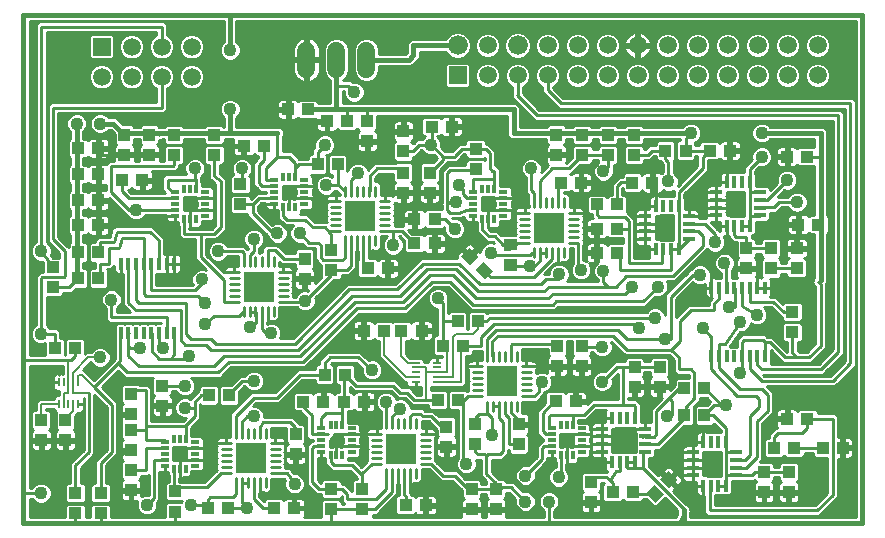
<source format=gtl>
G75*
G70*
%OFA0B0*%
%FSLAX24Y24*%
%IPPOS*%
%LPD*%
%AMOC8*
5,1,8,0,0,1.08239X$1,22.5*
%
%ADD10C,0.0100*%
%ADD11R,0.1030X0.1030*%
%ADD12R,0.0315X0.0118*%
%ADD13R,0.0118X0.0315*%
%ADD14R,0.0394X0.0433*%
%ADD15R,0.0433X0.0394*%
%ADD16R,0.0394X0.0157*%
%ADD17R,0.0157X0.0394*%
%ADD18R,0.0315X0.0087*%
%ADD19R,0.0087X0.0315*%
%ADD20R,0.0120X0.0390*%
%ADD21C,0.0600*%
%ADD22R,0.0594X0.0594*%
%ADD23C,0.0660*%
%ADD24C,0.0594*%
%ADD25C,0.0436*%
%ADD26C,0.0160*%
%ADD27C,0.0079*%
D10*
X001737Y001540D02*
X001737Y002137D01*
X001817Y002137D01*
X001824Y002119D01*
X001922Y002021D01*
X002050Y001969D01*
X002187Y001969D01*
X002315Y002021D01*
X002413Y002119D01*
X002465Y002246D01*
X002465Y002384D01*
X002413Y002512D01*
X002315Y002609D01*
X002187Y002662D01*
X002050Y002662D01*
X001922Y002609D01*
X001824Y002512D01*
X001817Y002494D01*
X001737Y002494D01*
X001737Y006566D01*
X002856Y006566D01*
X002856Y006306D01*
X002829Y006306D01*
X002810Y006317D01*
X002772Y006328D01*
X002709Y006328D01*
X002646Y006328D01*
X002608Y006317D01*
X002574Y006298D01*
X002546Y006270D01*
X002526Y006235D01*
X002516Y006197D01*
X002516Y006020D01*
X002516Y005843D01*
X002526Y005805D01*
X002546Y005770D01*
X002574Y005743D01*
X002608Y005723D01*
X002646Y005713D01*
X002698Y005713D01*
X002698Y005590D01*
X002612Y005590D01*
X002537Y005514D01*
X002537Y005472D01*
X002049Y005472D01*
X001950Y005373D01*
X001950Y005102D01*
X001868Y005102D01*
X001793Y005026D01*
X001793Y004486D01*
X001846Y004433D01*
X001830Y004424D01*
X001802Y004396D01*
X001782Y004361D01*
X001772Y004323D01*
X001772Y004135D01*
X002070Y004135D01*
X002070Y004039D01*
X001772Y004039D01*
X001772Y003851D01*
X001782Y003813D01*
X001802Y003778D01*
X001830Y003750D01*
X001864Y003731D01*
X001902Y003720D01*
X002070Y003720D01*
X002070Y004039D01*
X001772Y004039D01*
X001772Y003851D01*
X001782Y003813D01*
X001802Y003778D01*
X001830Y003750D01*
X001864Y003731D01*
X001902Y003720D01*
X002070Y003720D01*
X002070Y004039D01*
X002070Y004135D01*
X001772Y004135D01*
X001772Y004323D01*
X001782Y004361D01*
X001802Y004396D01*
X001830Y004424D01*
X001846Y004433D01*
X001793Y004486D01*
X001793Y005026D01*
X001868Y005102D01*
X001950Y005102D01*
X001950Y005373D01*
X002049Y005472D01*
X002537Y005472D01*
X002537Y005514D01*
X002612Y005590D01*
X002698Y005590D01*
X002698Y005713D01*
X002646Y005713D01*
X002608Y005723D01*
X002574Y005743D01*
X002546Y005770D01*
X002526Y005805D01*
X002516Y005843D01*
X002516Y006020D01*
X002694Y006020D01*
X002694Y006020D01*
X002516Y006020D01*
X002694Y006020D01*
X002694Y006020D01*
X002516Y006020D01*
X002516Y006197D01*
X002526Y006235D01*
X002546Y006270D01*
X002574Y006298D01*
X002608Y006317D01*
X002646Y006328D01*
X002709Y006328D01*
X002709Y006245D01*
X002709Y006245D01*
X002709Y006328D01*
X002709Y006245D01*
X002709Y006245D01*
X002709Y006328D01*
X002772Y006328D01*
X002810Y006317D01*
X002829Y006306D01*
X002856Y006306D01*
X002856Y006566D01*
X001737Y006566D01*
X001737Y002494D01*
X001817Y002494D01*
X001824Y002512D01*
X001922Y002609D01*
X002050Y002662D01*
X002187Y002662D01*
X002315Y002609D01*
X002413Y002512D01*
X002465Y002384D01*
X002465Y002246D01*
X002413Y002119D01*
X002315Y002021D01*
X002187Y001969D01*
X002050Y001969D01*
X001922Y002021D01*
X001824Y002119D01*
X001817Y002137D01*
X001737Y002137D01*
X001737Y001540D01*
X002915Y001540D01*
X002915Y001896D01*
X002990Y001972D01*
X003530Y001972D01*
X003606Y001896D01*
X003606Y001540D01*
X003761Y001540D01*
X003761Y001896D01*
X003837Y001972D01*
X004377Y001972D01*
X004452Y001896D01*
X004452Y001540D01*
X006242Y001540D01*
X006242Y001955D01*
X006317Y002031D01*
X006788Y002031D01*
X006796Y002049D01*
X006317Y002049D01*
X006242Y002124D01*
X006242Y002625D01*
X006317Y002700D01*
X006365Y002700D01*
X006365Y002908D01*
X006057Y002908D01*
X006365Y002908D01*
X006356Y002918D01*
X006356Y003028D01*
X006239Y003028D01*
X006239Y003237D01*
X006233Y003231D01*
X006239Y003237D02*
X006239Y003237D01*
X006239Y003028D01*
X006356Y003028D01*
X006356Y002918D01*
X006365Y002908D01*
X006365Y002700D01*
X006317Y002700D01*
X006242Y002625D01*
X006242Y002124D01*
X006317Y002049D01*
X006796Y002049D01*
X006788Y002031D01*
X006317Y002031D01*
X006242Y001955D01*
X006242Y001540D01*
X004452Y001540D01*
X004452Y001896D01*
X004377Y001972D01*
X003837Y001972D01*
X003761Y001896D01*
X003761Y001540D01*
X003606Y001540D01*
X003606Y001896D01*
X003530Y001972D01*
X002990Y001972D01*
X002915Y001896D01*
X002915Y001540D01*
X001737Y001540D01*
X001737Y001628D02*
X002915Y001628D01*
X001737Y001628D01*
X001737Y001726D02*
X002915Y001726D01*
X001737Y001726D01*
X001737Y001825D02*
X002915Y001825D01*
X001737Y001825D01*
X001737Y001923D02*
X002942Y001923D01*
X001737Y001923D01*
X001737Y002022D02*
X001922Y002022D01*
X001737Y002022D01*
X001737Y002120D02*
X001824Y002120D01*
X001737Y002120D01*
X001548Y002315D02*
X001528Y002335D01*
X001548Y002315D02*
X002119Y002315D01*
X002465Y002317D02*
X002915Y002317D01*
X002465Y002317D01*
X002454Y002219D02*
X002915Y002219D01*
X002454Y002219D01*
X002413Y002120D02*
X002915Y002120D01*
X002413Y002120D01*
X002315Y002022D02*
X002959Y002022D01*
X002315Y002022D01*
X002452Y002416D02*
X002915Y002416D01*
X002452Y002416D01*
X002410Y002514D02*
X002915Y002514D01*
X002410Y002514D01*
X002307Y002613D02*
X002962Y002613D01*
X002307Y002613D01*
X001930Y002613D02*
X001737Y002613D01*
X001930Y002613D01*
X001827Y002514D02*
X001737Y002514D01*
X001827Y002514D01*
X001737Y002711D02*
X003081Y002711D01*
X001737Y002711D01*
X001737Y002810D02*
X003081Y002810D01*
X001737Y002810D01*
X001737Y002908D02*
X003081Y002908D01*
X001737Y002908D01*
X001737Y003007D02*
X003081Y003007D01*
X001737Y003007D01*
X001737Y003105D02*
X003081Y003105D01*
X001737Y003105D01*
X001737Y003204D02*
X003081Y003204D01*
X001737Y003204D01*
X001737Y003302D02*
X003081Y003302D01*
X001737Y003302D01*
X001737Y003401D02*
X003167Y003401D01*
X001737Y003401D01*
X001737Y003499D02*
X003266Y003499D01*
X001737Y003499D01*
X001737Y003598D02*
X003364Y003598D01*
X001737Y003598D01*
X001737Y003696D02*
X003463Y003696D01*
X001737Y003696D01*
X001737Y003795D02*
X001792Y003795D01*
X001737Y003795D01*
X001737Y003893D02*
X001772Y003893D01*
X001737Y003893D01*
X001737Y003992D02*
X001772Y003992D01*
X001737Y003992D01*
X001737Y004090D02*
X002070Y004090D01*
X001737Y004090D01*
X001737Y004189D02*
X001772Y004189D01*
X001737Y004189D01*
X001737Y004287D02*
X001772Y004287D01*
X001737Y004287D01*
X001737Y004386D02*
X001796Y004386D01*
X001737Y004386D01*
X001737Y004484D02*
X001795Y004484D01*
X001737Y004484D01*
X001737Y004583D02*
X001793Y004583D01*
X001737Y004583D01*
X001737Y004681D02*
X001793Y004681D01*
X001737Y004681D01*
X001737Y004780D02*
X001793Y004780D01*
X001737Y004780D01*
X001737Y004878D02*
X001793Y004878D01*
X001737Y004878D01*
X001737Y004977D02*
X001793Y004977D01*
X001737Y004977D01*
X001737Y005075D02*
X001842Y005075D01*
X001737Y005075D01*
X001737Y005174D02*
X001950Y005174D01*
X001737Y005174D01*
X001737Y005272D02*
X001950Y005272D01*
X001737Y005272D01*
X001737Y005371D02*
X001950Y005371D01*
X001737Y005371D01*
X001737Y005469D02*
X002046Y005469D01*
X001737Y005469D01*
X001737Y005568D02*
X002590Y005568D01*
X001737Y005568D01*
X001737Y005666D02*
X002698Y005666D01*
X001737Y005666D01*
X001737Y005765D02*
X002552Y005765D01*
X001737Y005765D01*
X001737Y005863D02*
X002516Y005863D01*
X001737Y005863D01*
X001737Y005962D02*
X002516Y005962D01*
X001737Y005962D01*
X001737Y006060D02*
X002516Y006060D01*
X001737Y006060D01*
X001737Y006159D02*
X002516Y006159D01*
X001737Y006159D01*
X001737Y006257D02*
X002538Y006257D01*
X001737Y006257D01*
X001737Y006356D02*
X002856Y006356D01*
X001737Y006356D01*
X001737Y006454D02*
X002856Y006454D01*
X001737Y006454D01*
X001737Y006553D02*
X002856Y006553D01*
X001737Y006553D01*
X001567Y006744D02*
X001528Y006705D01*
X001567Y006744D02*
X003024Y006744D01*
X003103Y006744D01*
X003241Y006882D01*
X003241Y007158D01*
X003566Y007144D02*
X003906Y007144D01*
X003566Y007144D01*
X003566Y007242D02*
X004578Y007242D01*
X003566Y007242D01*
X003566Y007341D02*
X004578Y007341D01*
X003566Y007341D01*
X003566Y007428D02*
X003491Y007503D01*
X002990Y007503D01*
X002915Y007428D01*
X002915Y006923D01*
X002897Y006923D01*
X002897Y007428D01*
X002821Y007503D01*
X002750Y007503D01*
X002750Y007704D01*
X002645Y007809D01*
X002420Y007809D01*
X002413Y007827D01*
X002315Y007924D01*
X002297Y007932D01*
X002297Y008852D01*
X002782Y008852D01*
X002857Y008927D01*
X002857Y008999D01*
X003130Y008999D01*
X003266Y009135D01*
X003609Y009135D01*
X003684Y009211D01*
X003684Y009751D01*
X003609Y009826D01*
X003508Y009826D01*
X003508Y010002D01*
X003609Y010002D01*
X003684Y010077D01*
X003684Y010617D01*
X003609Y010692D01*
X003508Y010692D01*
X003508Y010927D01*
X003629Y010927D01*
X003682Y010980D01*
X003691Y010963D01*
X003719Y010935D01*
X003754Y010916D01*
X003792Y010906D01*
X003980Y010906D01*
X003980Y011204D01*
X004076Y011204D01*
X004076Y010906D01*
X004264Y010906D01*
X004302Y010916D01*
X004337Y010935D01*
X004365Y010963D01*
X004384Y010998D01*
X004394Y011036D01*
X004394Y011204D01*
X004076Y011204D01*
X004076Y010906D01*
X004264Y010906D01*
X004302Y010916D01*
X004337Y010935D01*
X004365Y010963D01*
X004384Y010998D01*
X004394Y011036D01*
X004394Y011204D01*
X004076Y011204D01*
X003980Y011204D01*
X003980Y010906D01*
X003792Y010906D01*
X003754Y010916D01*
X003719Y010935D01*
X003691Y010963D01*
X003682Y010980D01*
X003629Y010927D01*
X003508Y010927D01*
X003508Y010692D01*
X003609Y010692D01*
X003684Y010617D01*
X003684Y010077D01*
X003609Y010002D01*
X003508Y010002D01*
X003508Y009826D01*
X003609Y009826D01*
X003684Y009751D01*
X003684Y009211D01*
X003609Y009135D01*
X003266Y009135D01*
X003130Y008999D01*
X002857Y008999D01*
X002857Y008927D01*
X002782Y008852D01*
X002297Y008852D01*
X002297Y007932D01*
X002315Y007924D01*
X002413Y007827D01*
X002420Y007809D01*
X002645Y007809D01*
X002750Y007704D01*
X002750Y007503D01*
X002821Y007503D01*
X002897Y007428D01*
X002897Y006923D01*
X002915Y006923D01*
X002915Y007428D01*
X002990Y007503D01*
X003491Y007503D01*
X003566Y007428D01*
X003566Y006953D01*
X003624Y007011D01*
X003781Y007011D01*
X003793Y007039D01*
X003891Y007137D01*
X004018Y007190D01*
X004156Y007190D01*
X004283Y007137D01*
X004381Y007039D01*
X004434Y006912D01*
X004434Y006774D01*
X004381Y006646D01*
X004283Y006549D01*
X004156Y006496D01*
X004018Y006496D01*
X003891Y006549D01*
X003793Y006646D01*
X003781Y006675D01*
X003763Y006675D01*
X003528Y006440D01*
X003546Y006440D01*
X003883Y006104D01*
X004499Y006720D01*
X004578Y006799D01*
X004578Y007414D01*
X004577Y007414D01*
X004577Y007911D01*
X004653Y007986D01*
X004879Y007986D01*
X004894Y007972D01*
X004909Y007986D01*
X005135Y007986D01*
X005150Y007972D01*
X005165Y007986D01*
X005391Y007986D01*
X005406Y007972D01*
X005421Y007986D01*
X005647Y007986D01*
X005662Y007972D01*
X005676Y007986D01*
X005903Y007986D01*
X005918Y007972D01*
X005932Y007986D01*
X006123Y007986D01*
X006123Y008003D01*
X004387Y008003D01*
X004282Y008107D01*
X004282Y008471D01*
X004265Y008478D01*
X004167Y008576D01*
X004114Y008703D01*
X004114Y008841D01*
X004167Y008969D01*
X004265Y009066D01*
X004392Y009119D01*
X004530Y009119D01*
X004657Y009066D01*
X004755Y008969D01*
X004808Y008841D01*
X004808Y008703D01*
X004755Y008576D01*
X004657Y008478D01*
X004640Y008471D01*
X004640Y008360D01*
X005073Y008360D01*
X004843Y008590D01*
X004843Y009615D01*
X004766Y009615D01*
X004766Y009960D01*
X004766Y009960D01*
X004766Y009960D01*
X004766Y009615D01*
X004686Y009615D01*
X004648Y009625D01*
X004614Y009645D01*
X004586Y009673D01*
X004566Y009707D01*
X004556Y009745D01*
X004556Y009894D01*
X004456Y009794D01*
X004310Y009794D01*
X004354Y009751D01*
X004354Y009211D01*
X004278Y009135D01*
X003778Y009135D01*
X003702Y009211D01*
X003702Y009751D01*
X003778Y009826D01*
X003908Y009826D01*
X003908Y010002D01*
X003778Y010002D01*
X003702Y010077D01*
X003702Y010617D01*
X003778Y010692D01*
X003908Y010692D01*
X003908Y010756D01*
X004013Y010860D01*
X004408Y010860D01*
X004413Y010890D01*
X004406Y010904D01*
X004425Y010961D01*
X004435Y011020D01*
X004448Y011029D01*
X004459Y011065D01*
X004459Y011110D01*
X004482Y011132D01*
X004492Y011163D01*
X004532Y011183D01*
X004564Y011215D01*
X004596Y011215D01*
X004624Y011229D01*
X004667Y011215D01*
X005815Y011215D01*
X005919Y011110D01*
X005919Y011110D01*
X005815Y011215D01*
X004667Y011215D01*
X004624Y011229D01*
X004596Y011215D01*
X004564Y011215D01*
X004532Y011183D01*
X004492Y011163D01*
X004482Y011132D01*
X004459Y011110D01*
X004459Y011065D01*
X004448Y011029D01*
X004435Y011020D01*
X004425Y010961D01*
X004406Y010904D01*
X004413Y010890D01*
X004408Y010860D01*
X004013Y010860D01*
X003908Y010756D01*
X003908Y010692D01*
X003778Y010692D01*
X003702Y010617D01*
X003702Y010077D01*
X003778Y010002D01*
X003908Y010002D01*
X003908Y009826D01*
X003778Y009826D01*
X003702Y009751D01*
X003702Y009211D01*
X003778Y009135D01*
X004278Y009135D01*
X004354Y009211D01*
X004354Y009751D01*
X004310Y009794D01*
X004456Y009794D01*
X004556Y009894D01*
X004556Y009745D01*
X004566Y009707D01*
X004586Y009673D01*
X004614Y009645D01*
X004648Y009625D01*
X004686Y009615D01*
X004766Y009615D01*
X004766Y009960D01*
X004766Y009615D01*
X004843Y009615D01*
X004843Y008590D01*
X005073Y008360D01*
X004640Y008360D01*
X004640Y008471D01*
X004657Y008478D01*
X004755Y008576D01*
X004808Y008703D01*
X004808Y008841D01*
X004755Y008969D01*
X004657Y009066D01*
X004530Y009119D01*
X004392Y009119D01*
X004265Y009066D01*
X004167Y008969D01*
X004114Y008841D01*
X004114Y008703D01*
X004167Y008576D01*
X004265Y008478D01*
X004282Y008471D01*
X004282Y008107D01*
X004387Y008003D01*
X006123Y008003D01*
X006123Y007986D01*
X005932Y007986D01*
X005918Y007972D01*
X005903Y007986D01*
X005676Y007986D01*
X005662Y007972D01*
X005647Y007986D01*
X005421Y007986D01*
X005406Y007972D01*
X005391Y007986D01*
X005165Y007986D01*
X005150Y007972D01*
X005135Y007986D01*
X004909Y007986D01*
X004894Y007972D01*
X004879Y007986D01*
X004653Y007986D01*
X004577Y007911D01*
X004577Y007414D01*
X004578Y007414D01*
X004578Y006799D01*
X004499Y006720D01*
X003883Y006104D01*
X003546Y006440D01*
X003528Y006440D01*
X003763Y006675D01*
X003781Y006675D01*
X003793Y006646D01*
X003891Y006549D01*
X004018Y006496D01*
X004156Y006496D01*
X004283Y006549D01*
X004381Y006646D01*
X004434Y006774D01*
X004434Y006912D01*
X004381Y007039D01*
X004283Y007137D01*
X004156Y007190D01*
X004018Y007190D01*
X003891Y007137D01*
X003793Y007039D01*
X003781Y007011D01*
X003624Y007011D01*
X003566Y006953D01*
X003566Y007428D01*
X003555Y007439D02*
X004577Y007439D01*
X003555Y007439D01*
X003566Y007045D02*
X003799Y007045D01*
X003566Y007045D01*
X003739Y006651D02*
X003791Y006651D01*
X003739Y006651D01*
X003641Y006553D02*
X003887Y006553D01*
X003641Y006553D01*
X003542Y006454D02*
X004233Y006454D01*
X003542Y006454D01*
X003631Y006356D02*
X004134Y006356D01*
X003631Y006356D01*
X003730Y006257D02*
X004036Y006257D01*
X003730Y006257D01*
X003828Y006159D02*
X003937Y006159D01*
X003828Y006159D01*
X004246Y005962D02*
X004854Y005962D01*
X004246Y005962D01*
X004344Y006060D02*
X005828Y006060D01*
X004344Y006060D01*
X004443Y006159D02*
X005828Y006159D01*
X004443Y006159D01*
X004541Y006257D02*
X004814Y006257D01*
X004541Y006257D01*
X004640Y006356D02*
X004715Y006356D01*
X004640Y006356D01*
X004678Y006393D02*
X004899Y006172D01*
X005833Y006172D01*
X005828Y006168D01*
X005828Y005628D01*
X005882Y005575D01*
X005865Y005565D01*
X005837Y005537D01*
X005817Y005503D01*
X005807Y005465D01*
X005807Y005277D01*
X006106Y005277D01*
X006106Y005180D01*
X006202Y005180D01*
X006202Y004862D01*
X006371Y004862D01*
X006409Y004872D01*
X006443Y004892D01*
X006471Y004920D01*
X006491Y004954D01*
X006501Y004992D01*
X006501Y005180D01*
X006202Y005180D01*
X006202Y004862D01*
X006371Y004862D01*
X006409Y004872D01*
X006443Y004892D01*
X006471Y004920D01*
X006491Y004954D01*
X006501Y004992D01*
X006501Y005180D01*
X006202Y005180D01*
X006106Y005180D01*
X006106Y004862D01*
X005937Y004862D01*
X005899Y004872D01*
X005865Y004892D01*
X005837Y004920D01*
X005817Y004954D01*
X005807Y004992D01*
X005807Y005180D01*
X006106Y005180D01*
X006106Y004862D01*
X005937Y004862D01*
X005899Y004872D01*
X005865Y004892D01*
X005837Y004920D01*
X005817Y004954D01*
X005807Y004992D01*
X005807Y005180D01*
X006106Y005180D01*
X006106Y005277D01*
X005807Y005277D01*
X005807Y005465D01*
X005817Y005503D01*
X005837Y005537D01*
X005865Y005565D01*
X005882Y005575D01*
X005828Y005628D01*
X005828Y006168D01*
X005833Y006172D01*
X004899Y006172D01*
X004678Y006393D01*
X004143Y005859D01*
X004555Y005447D01*
X004555Y005447D01*
X004659Y005342D01*
X004659Y003619D01*
X004285Y003245D01*
X004285Y002641D01*
X004377Y002641D01*
X004452Y002566D01*
X004452Y002065D01*
X004377Y001990D01*
X003837Y001990D01*
X003761Y002065D01*
X003761Y002566D01*
X003837Y002641D01*
X003928Y002641D01*
X003928Y003393D01*
X004302Y003767D01*
X004302Y005194D01*
X003892Y005604D01*
X003892Y003619D01*
X003439Y003167D01*
X003439Y002641D01*
X003530Y002641D01*
X003606Y002566D01*
X003606Y002065D01*
X003530Y001990D01*
X002990Y001990D01*
X002915Y002065D01*
X002915Y002566D01*
X002990Y002641D01*
X003081Y002641D01*
X003081Y003315D01*
X003534Y003767D01*
X003534Y005494D01*
X003529Y005494D01*
X003532Y005481D01*
X003532Y005304D01*
X003354Y005304D01*
X003354Y005304D01*
X003532Y005304D01*
X003532Y005481D01*
X003529Y005494D01*
X003534Y005494D01*
X003534Y003767D01*
X003081Y003315D01*
X003081Y002641D01*
X002990Y002641D01*
X002915Y002566D01*
X002915Y002065D01*
X002990Y001990D01*
X003530Y001990D01*
X003606Y002065D01*
X003606Y002566D01*
X003530Y002641D01*
X003439Y002641D01*
X003439Y003167D01*
X003892Y003619D01*
X003892Y005604D01*
X004302Y005194D01*
X004302Y003767D01*
X003928Y003393D01*
X003928Y002641D01*
X003837Y002641D01*
X003761Y002566D01*
X003761Y002065D01*
X003837Y001990D01*
X004377Y001990D01*
X004452Y002065D01*
X004452Y002566D01*
X004377Y002641D01*
X004285Y002641D01*
X004285Y003245D01*
X004659Y003619D01*
X004659Y005342D01*
X004555Y005447D01*
X004555Y005447D01*
X004143Y005859D01*
X004678Y006393D01*
X004678Y006646D02*
X004973Y006351D01*
X008024Y006351D01*
X008378Y006685D01*
X010839Y006685D01*
X012630Y008477D01*
X014244Y008477D01*
X015130Y009363D01*
X015760Y009363D01*
X016528Y008595D01*
X019166Y008595D01*
X019284Y008713D01*
X022178Y008713D01*
X022670Y009205D01*
X023017Y009212D02*
X023192Y009212D01*
X023017Y009212D01*
X023017Y009274D02*
X022972Y009381D01*
X023256Y009381D01*
X023360Y009485D01*
X024322Y010448D01*
X024383Y010387D01*
X024510Y010335D01*
X024648Y010335D01*
X024776Y010387D01*
X024873Y010485D01*
X024926Y010613D01*
X024926Y010750D01*
X024873Y010878D01*
X024865Y010886D01*
X024963Y010886D01*
X024963Y011233D01*
X024963Y011233D01*
X024734Y011233D01*
X024734Y011348D01*
X024619Y011348D01*
X024619Y011577D01*
X024618Y011577D01*
X024272Y011577D01*
X024272Y011480D01*
X024060Y011480D01*
X024060Y011557D01*
X023713Y011557D01*
X023713Y011557D01*
X023713Y011557D01*
X024060Y011557D01*
X024060Y011480D01*
X024272Y011480D01*
X024272Y011577D01*
X024618Y011577D01*
X024618Y011577D01*
X024618Y011577D01*
X024272Y011577D01*
X024272Y011676D01*
X024280Y011705D01*
X024272Y011735D01*
X024272Y011833D01*
X024618Y011833D01*
X024618Y011833D01*
X024272Y011833D01*
X024272Y011735D01*
X024280Y011705D01*
X024272Y011676D01*
X024272Y011577D01*
X024618Y011577D01*
X024618Y011348D01*
X024441Y011348D01*
X024653Y011136D01*
X024734Y011055D01*
X024734Y011233D01*
X024963Y011233D01*
X024963Y011233D01*
X024734Y011233D01*
X024734Y011348D01*
X024619Y011348D01*
X024619Y011577D01*
X024618Y011577D01*
X024618Y011348D01*
X024441Y011348D01*
X024653Y011136D01*
X024734Y011055D01*
X024734Y011233D01*
X024963Y011233D01*
X024963Y010886D01*
X024963Y011233D01*
X024963Y011233D01*
X024963Y010886D01*
X024865Y010886D01*
X024873Y010878D01*
X024926Y010750D01*
X024926Y010613D01*
X024873Y010485D01*
X024776Y010387D01*
X024648Y010335D01*
X024510Y010335D01*
X024383Y010387D01*
X024322Y010448D01*
X023360Y009485D01*
X023256Y009381D01*
X022972Y009381D01*
X023017Y009274D01*
X023017Y009136D01*
X022964Y009009D01*
X022866Y008911D01*
X022739Y008858D01*
X022601Y008858D01*
X022583Y008866D01*
X022356Y008639D01*
X022252Y008534D01*
X019358Y008534D01*
X019344Y008521D01*
X019240Y008416D01*
X016454Y008416D01*
X015686Y009184D01*
X015204Y009184D01*
X014423Y008403D01*
X014423Y008403D01*
X015204Y009184D01*
X015686Y009184D01*
X016454Y008416D01*
X019240Y008416D01*
X019344Y008521D01*
X019358Y008534D01*
X022252Y008534D01*
X022356Y008639D01*
X022583Y008866D01*
X022601Y008858D01*
X022739Y008858D01*
X022866Y008911D01*
X022964Y009009D01*
X023017Y009136D01*
X023017Y009274D01*
X023001Y009311D02*
X023290Y009311D01*
X023001Y009311D01*
X023007Y009114D02*
X023093Y009114D01*
X023007Y009114D01*
X022995Y009015D02*
X022966Y009015D01*
X022995Y009015D01*
X022924Y008945D02*
X022924Y008264D01*
X022885Y008358D01*
X022787Y008456D01*
X022660Y008509D01*
X022522Y008509D01*
X022394Y008456D01*
X022297Y008358D01*
X022290Y008341D01*
X017005Y008341D01*
X016985Y008320D01*
X016916Y008389D01*
X016416Y008389D01*
X016340Y008314D01*
X016340Y007798D01*
X016322Y007798D01*
X016322Y008314D01*
X016247Y008389D01*
X015746Y008389D01*
X015683Y008326D01*
X015683Y008717D01*
X015694Y008742D01*
X015694Y008880D01*
X015641Y009008D01*
X015543Y009105D01*
X015416Y009158D01*
X015278Y009158D01*
X015150Y009105D01*
X015053Y009008D01*
X015000Y008880D01*
X015000Y008742D01*
X015053Y008615D01*
X015150Y008517D01*
X015278Y008465D01*
X015326Y008465D01*
X015326Y007582D01*
X015254Y007582D01*
X015179Y007506D01*
X015179Y006967D01*
X015254Y006891D01*
X015474Y006891D01*
X015474Y006859D01*
X015311Y006859D01*
X015134Y006859D01*
X015096Y006849D01*
X015062Y006829D01*
X015034Y006801D01*
X015014Y006767D01*
X015004Y006729D01*
X015004Y006676D01*
X014881Y006676D01*
X014881Y006762D01*
X014806Y006838D01*
X014409Y006838D01*
X014294Y006952D01*
X014294Y007403D01*
X014396Y007403D01*
X014450Y007456D01*
X014459Y007440D01*
X014487Y007412D01*
X014521Y007392D01*
X014559Y007382D01*
X014747Y007382D01*
X014747Y007680D01*
X014844Y007680D01*
X014844Y007382D01*
X015032Y007382D01*
X015070Y007392D01*
X015104Y007412D01*
X015132Y007440D01*
X015152Y007474D01*
X015162Y007512D01*
X015162Y007680D01*
X014844Y007680D01*
X014844Y007382D01*
X015032Y007382D01*
X015070Y007392D01*
X015104Y007412D01*
X015132Y007440D01*
X015152Y007474D01*
X015162Y007512D01*
X015162Y007680D01*
X014844Y007680D01*
X014747Y007680D01*
X014747Y007382D01*
X014559Y007382D01*
X014521Y007392D01*
X014487Y007412D01*
X014459Y007440D01*
X014450Y007456D01*
X014396Y007403D01*
X014294Y007403D01*
X014294Y006952D01*
X014409Y006838D01*
X014806Y006838D01*
X014881Y006762D01*
X014881Y006676D01*
X015004Y006676D01*
X015004Y006729D01*
X015014Y006767D01*
X015034Y006801D01*
X015062Y006829D01*
X015096Y006849D01*
X015134Y006859D01*
X015311Y006859D01*
X015311Y006680D01*
X015311Y006680D01*
X015311Y006859D01*
X015311Y006680D01*
X015311Y006680D01*
X015311Y006859D01*
X015474Y006859D01*
X015474Y006891D01*
X015254Y006891D01*
X015179Y006967D01*
X015179Y007506D01*
X015254Y007582D01*
X015326Y007582D01*
X015326Y008465D01*
X015278Y008465D01*
X015150Y008517D01*
X015053Y008615D01*
X015000Y008742D01*
X015000Y008880D01*
X015053Y009008D01*
X015150Y009105D01*
X015278Y009158D01*
X015416Y009158D01*
X015543Y009105D01*
X015641Y009008D01*
X015694Y008880D01*
X015694Y008742D01*
X015683Y008717D01*
X015683Y008326D01*
X015746Y008389D01*
X016247Y008389D01*
X016322Y008314D01*
X016322Y007798D01*
X016340Y007798D01*
X016340Y008314D01*
X016416Y008389D01*
X016916Y008389D01*
X016985Y008320D01*
X017005Y008341D01*
X022290Y008341D01*
X022297Y008358D01*
X022394Y008456D01*
X022522Y008509D01*
X022660Y008509D01*
X022787Y008456D01*
X022885Y008358D01*
X022924Y008264D01*
X022924Y008945D01*
X023652Y009673D01*
X023757Y009778D01*
X023786Y009778D01*
X023793Y009795D01*
X023891Y009893D01*
X024018Y009946D01*
X024156Y009946D01*
X024283Y009893D01*
X024381Y009795D01*
X024434Y009668D01*
X024434Y009530D01*
X024429Y009518D01*
X024451Y009518D01*
X024451Y009173D01*
X024451Y009173D01*
X024451Y009518D01*
X024429Y009518D01*
X024434Y009530D01*
X024434Y009668D01*
X024381Y009795D01*
X024283Y009893D01*
X024156Y009946D01*
X024018Y009946D01*
X023891Y009893D01*
X023793Y009795D01*
X023786Y009778D01*
X023757Y009778D01*
X023652Y009673D01*
X022924Y008945D01*
X022924Y008917D02*
X022872Y008917D01*
X022924Y008917D01*
X022924Y008818D02*
X022535Y008818D01*
X022924Y008818D01*
X022924Y008720D02*
X022437Y008720D01*
X022924Y008720D01*
X022924Y008621D02*
X022338Y008621D01*
X022924Y008621D01*
X022924Y008523D02*
X019346Y008523D01*
X022924Y008523D01*
X022924Y008424D02*
X022819Y008424D01*
X022924Y008424D01*
X022924Y008326D02*
X022899Y008326D01*
X022924Y008326D01*
X023281Y008326D02*
X023427Y008326D01*
X023281Y008326D01*
X023281Y008424D02*
X023526Y008424D01*
X023281Y008424D01*
X023281Y008523D02*
X023624Y008523D01*
X023281Y008523D01*
X023281Y008621D02*
X024381Y008621D01*
X023281Y008621D01*
X023281Y008720D02*
X024381Y008720D01*
X023281Y008720D01*
X023281Y008796D02*
X023281Y008180D01*
X023593Y008492D01*
X023698Y008596D01*
X024381Y008596D01*
X024381Y008728D01*
X024480Y008828D01*
X024451Y008828D01*
X024451Y009173D01*
X024451Y009173D01*
X024451Y009173D01*
X024241Y009173D01*
X024241Y009287D01*
X024156Y009252D01*
X024018Y009252D01*
X023891Y009305D01*
X023840Y009355D01*
X023281Y008796D01*
X023281Y008180D01*
X023593Y008492D01*
X023698Y008596D01*
X024381Y008596D01*
X024381Y008728D01*
X024480Y008828D01*
X024451Y008828D01*
X024371Y008828D01*
X024333Y008838D01*
X024299Y008858D01*
X024271Y008886D01*
X024251Y008920D01*
X024241Y008958D01*
X024241Y009173D01*
X024451Y009173D01*
X024451Y009173D01*
X024451Y009518D01*
X024531Y009518D01*
X024569Y009508D01*
X024592Y009494D01*
X024594Y009496D01*
X024774Y009496D01*
X024774Y009667D01*
X024698Y009698D01*
X024600Y009796D01*
X024547Y009924D01*
X024547Y010062D01*
X024600Y010189D01*
X024698Y010287D01*
X024825Y010339D01*
X024963Y010339D01*
X025091Y010287D01*
X025188Y010189D01*
X025241Y010062D01*
X025241Y009924D01*
X025188Y009796D01*
X025132Y009740D01*
X025132Y009496D01*
X025316Y009496D01*
X025306Y009507D01*
X025286Y009541D01*
X025276Y009579D01*
X025276Y009767D01*
X025574Y009767D01*
X025574Y009864D01*
X025276Y009864D01*
X025276Y010052D01*
X025286Y010090D01*
X025306Y010124D01*
X025333Y010152D01*
X025350Y010162D01*
X025297Y010215D01*
X025297Y010680D01*
X025194Y010680D01*
X025089Y010785D01*
X025040Y010834D01*
X025040Y010886D01*
X024963Y010886D01*
X025040Y010886D01*
X025040Y010834D01*
X025089Y010785D01*
X025194Y010680D01*
X025297Y010680D01*
X025297Y010215D01*
X025350Y010162D01*
X025333Y010152D01*
X025306Y010124D01*
X025286Y010090D01*
X025276Y010052D01*
X025276Y009864D01*
X025574Y009864D01*
X025574Y009767D01*
X025276Y009767D01*
X025276Y009579D01*
X025286Y009541D01*
X025306Y009507D01*
X025316Y009496D01*
X025132Y009496D01*
X025132Y009740D01*
X025188Y009796D01*
X025241Y009924D01*
X025241Y010062D01*
X025188Y010189D01*
X025091Y010287D01*
X024963Y010339D01*
X024825Y010339D01*
X024698Y010287D01*
X024600Y010189D01*
X024547Y010062D01*
X024547Y009924D01*
X024600Y009796D01*
X024698Y009698D01*
X024774Y009667D01*
X024774Y009496D01*
X024594Y009496D01*
X024592Y009494D01*
X024569Y009508D01*
X024531Y009518D01*
X024451Y009518D01*
X024451Y009173D01*
X024241Y009173D01*
X024241Y009287D01*
X024156Y009252D01*
X024018Y009252D01*
X023891Y009305D01*
X023840Y009355D01*
X023281Y008796D01*
X023303Y008818D02*
X024471Y008818D01*
X023303Y008818D01*
X023402Y008917D02*
X024253Y008917D01*
X023402Y008917D01*
X023500Y009015D02*
X024241Y009015D01*
X023500Y009015D01*
X023599Y009114D02*
X024241Y009114D01*
X023599Y009114D01*
X023697Y009212D02*
X024241Y009212D01*
X023697Y009212D01*
X023796Y009311D02*
X023885Y009311D01*
X023796Y009311D01*
X023831Y009599D02*
X024087Y009599D01*
X023831Y009599D02*
X023103Y008870D01*
X023103Y007453D01*
X022906Y007453D01*
X021646Y007453D01*
X021331Y007768D01*
X017276Y007768D01*
X016974Y007466D01*
X016974Y006875D01*
X016974Y006725D02*
X016974Y007025D01*
X016795Y007045D02*
X016499Y007045D01*
X016795Y007045D01*
X016795Y007058D02*
X016795Y006750D01*
X016659Y006750D01*
X016483Y006750D01*
X016432Y006737D01*
X016387Y006710D01*
X016349Y006673D01*
X016323Y006627D01*
X016309Y006577D01*
X016309Y006550D01*
X016309Y006524D01*
X016323Y006473D01*
X016344Y006438D01*
X016331Y006425D01*
X016331Y006277D01*
X016355Y006252D01*
X016331Y006227D01*
X016331Y006079D01*
X016362Y006048D01*
X016331Y006016D01*
X016331Y005868D01*
X016356Y005843D01*
X016331Y005818D01*
X016331Y005722D01*
X016315Y005722D01*
X016266Y005771D01*
X015766Y005771D01*
X015691Y005695D01*
X015691Y005156D01*
X015766Y005080D01*
X016015Y005080D01*
X016015Y003513D01*
X015998Y003496D01*
X015945Y003369D01*
X015945Y003231D01*
X015998Y003103D01*
X016095Y003006D01*
X016223Y002953D01*
X016361Y002953D01*
X016488Y003006D01*
X016586Y003103D01*
X016639Y003231D01*
X016639Y003369D01*
X016611Y003436D01*
X016782Y003436D01*
X016782Y002891D01*
X016950Y002723D01*
X016950Y002632D01*
X016794Y002632D01*
X016794Y002723D01*
X016719Y002798D01*
X016258Y002798D01*
X015972Y003085D01*
X015578Y003085D01*
X015292Y003371D01*
X015292Y003371D01*
X015292Y003371D01*
X015578Y003085D01*
X015972Y003085D01*
X016258Y002798D01*
X016719Y002798D01*
X016794Y002723D01*
X016794Y002632D01*
X016950Y002632D01*
X016950Y002723D01*
X016782Y002891D01*
X016782Y003436D01*
X016611Y003436D01*
X016639Y003369D01*
X016639Y003231D01*
X016586Y003103D01*
X016488Y003006D01*
X016361Y002953D01*
X016223Y002953D01*
X016095Y003006D01*
X015998Y003103D01*
X015945Y003231D01*
X015945Y003369D01*
X015998Y003496D01*
X016015Y003513D01*
X016015Y005080D01*
X015766Y005080D01*
X015691Y005156D01*
X015691Y005695D01*
X015766Y005771D01*
X016266Y005771D01*
X016315Y005722D01*
X016331Y005722D01*
X016331Y005818D01*
X016356Y005843D01*
X016331Y005868D01*
X016331Y006016D01*
X016362Y006048D01*
X016331Y006079D01*
X016331Y006227D01*
X016355Y006252D01*
X016331Y006277D01*
X016331Y006425D01*
X016344Y006438D01*
X016323Y006473D01*
X016309Y006524D01*
X016309Y006550D01*
X016659Y006550D01*
X016659Y006550D01*
X016309Y006550D01*
X016659Y006550D01*
X016659Y006550D01*
X016309Y006550D01*
X016309Y006577D01*
X016323Y006627D01*
X016349Y006673D01*
X016387Y006710D01*
X016432Y006737D01*
X016483Y006750D01*
X016659Y006750D01*
X016659Y006550D01*
X016809Y006550D02*
X016509Y006550D01*
X016659Y006550D02*
X016659Y006550D01*
X016659Y006750D01*
X016659Y006550D01*
X016659Y006550D01*
X016659Y006750D01*
X016795Y006750D01*
X016795Y007058D01*
X016499Y007058D01*
X016499Y006967D01*
X016424Y006891D01*
X016263Y006891D01*
X016263Y005966D01*
X016165Y005868D01*
X015526Y005868D01*
X015522Y005864D01*
X015121Y005864D01*
X015121Y005771D01*
X015597Y005771D01*
X015672Y005695D01*
X015672Y005156D01*
X015597Y005080D01*
X015097Y005080D01*
X015021Y005156D01*
X015021Y005247D01*
X014485Y005247D01*
X014249Y005483D01*
X014013Y005483D01*
X013908Y005588D01*
X013908Y005588D01*
X013777Y005719D01*
X012537Y005719D01*
X012396Y005860D01*
X012396Y005692D01*
X012487Y005692D01*
X012540Y005639D01*
X012550Y005655D01*
X012578Y005683D01*
X012612Y005703D01*
X012650Y005713D01*
X012838Y005713D01*
X012838Y005415D01*
X012935Y005415D01*
X013253Y005415D01*
X013253Y005583D01*
X013243Y005621D01*
X013223Y005655D01*
X013195Y005683D01*
X013161Y005703D01*
X013123Y005713D01*
X012935Y005713D01*
X012935Y005415D01*
X012935Y005318D01*
X013253Y005318D01*
X013253Y005150D01*
X013243Y005112D01*
X013223Y005078D01*
X013195Y005050D01*
X013161Y005030D01*
X013123Y005020D01*
X012935Y005020D01*
X012935Y005318D01*
X012935Y005415D01*
X013253Y005415D01*
X013253Y005583D01*
X013243Y005621D01*
X013223Y005655D01*
X013195Y005683D01*
X013161Y005703D01*
X013123Y005713D01*
X012935Y005713D01*
X012935Y005415D01*
X012838Y005415D01*
X012838Y005713D01*
X012650Y005713D01*
X012612Y005703D01*
X012578Y005683D01*
X012550Y005655D01*
X012540Y005639D01*
X012487Y005692D01*
X012396Y005692D01*
X012396Y005860D01*
X012537Y005719D01*
X013777Y005719D01*
X013908Y005588D01*
X013908Y005588D01*
X014013Y005483D01*
X014249Y005483D01*
X014485Y005247D01*
X015021Y005247D01*
X015021Y005156D01*
X015097Y005080D01*
X015597Y005080D01*
X015672Y005156D01*
X015672Y005695D01*
X015597Y005771D01*
X015121Y005771D01*
X015121Y005864D01*
X015522Y005864D01*
X015526Y005868D01*
X016165Y005868D01*
X016263Y005966D01*
X016263Y006891D01*
X016424Y006891D01*
X016499Y006967D01*
X016499Y007058D01*
X016795Y007058D01*
X016795Y006947D02*
X016479Y006947D01*
X016795Y006947D01*
X016795Y006848D02*
X016263Y006848D01*
X016795Y006848D01*
X016659Y006750D02*
X016659Y006750D01*
X016659Y006750D01*
X016659Y006651D02*
X016659Y006651D01*
X016659Y006651D01*
X016659Y006553D02*
X016659Y006553D01*
X016659Y006553D01*
X016809Y006351D02*
X016509Y006351D01*
X016331Y006356D02*
X016263Y006356D01*
X016331Y006356D01*
X016334Y006454D02*
X016263Y006454D01*
X016334Y006454D01*
X016309Y006553D02*
X016263Y006553D01*
X016309Y006553D01*
X016337Y006651D02*
X016263Y006651D01*
X016337Y006651D01*
X016263Y006750D02*
X016480Y006750D01*
X016263Y006750D01*
X016174Y007237D02*
X016764Y007237D01*
X016764Y007532D01*
X017197Y007965D01*
X021863Y007965D01*
X022040Y007807D01*
X022591Y008162D02*
X017079Y008162D01*
X016961Y008044D01*
X016666Y008044D01*
X016340Y008030D02*
X016322Y008030D01*
X016340Y008030D01*
X016340Y007932D02*
X016322Y007932D01*
X016340Y007932D01*
X016340Y007833D02*
X016322Y007833D01*
X016340Y007833D01*
X016322Y008129D02*
X016340Y008129D01*
X016322Y008129D01*
X016322Y008227D02*
X016340Y008227D01*
X016322Y008227D01*
X016310Y008326D02*
X016352Y008326D01*
X016310Y008326D01*
X016446Y008424D02*
X015683Y008424D01*
X016446Y008424D01*
X016348Y008523D02*
X015683Y008523D01*
X016348Y008523D01*
X016249Y008621D02*
X015683Y008621D01*
X016249Y008621D01*
X016151Y008720D02*
X015684Y008720D01*
X016151Y008720D01*
X016052Y008818D02*
X015694Y008818D01*
X016052Y008818D01*
X015954Y008917D02*
X015679Y008917D01*
X015954Y008917D01*
X015855Y009015D02*
X015634Y009015D01*
X015855Y009015D01*
X015757Y009114D02*
X015524Y009114D01*
X015757Y009114D01*
X015839Y009579D02*
X015071Y009579D01*
X014185Y008693D01*
X012571Y008693D01*
X010760Y006882D01*
X008221Y006882D01*
X007886Y006548D01*
X005367Y006548D01*
X005022Y006892D01*
X005022Y007237D01*
X005032Y007227D01*
X005032Y007158D01*
X005426Y007158D01*
X005800Y007059D02*
X006056Y006804D01*
X006449Y006804D01*
X006941Y006804D01*
X007040Y006902D01*
X006922Y007256D02*
X006764Y007414D01*
X006764Y008418D01*
X005268Y008418D01*
X005022Y008664D01*
X005022Y009960D01*
X005278Y009960D02*
X005278Y008762D01*
X005386Y008654D01*
X006961Y008654D01*
X006961Y007630D01*
X007119Y007473D01*
X007768Y007473D01*
X007945Y007296D01*
X010583Y007296D01*
X012394Y009107D01*
X013989Y009107D01*
X014855Y009973D01*
X016056Y009973D01*
X016744Y009284D01*
X018772Y009284D01*
X018930Y009441D01*
X019382Y009441D01*
X019382Y009619D01*
X019035Y009620D02*
X018889Y009620D01*
X019220Y009952D01*
X019231Y009952D01*
X019280Y010001D01*
X019328Y009988D01*
X019355Y009988D01*
X019381Y009988D01*
X019432Y010002D01*
X019467Y010022D01*
X019480Y010010D01*
X019628Y010010D01*
X019733Y010114D01*
X019733Y010484D01*
X019833Y010484D01*
X019833Y009970D01*
X019817Y009953D01*
X019764Y009825D01*
X019764Y009687D01*
X019817Y009560D01*
X019914Y009462D01*
X020042Y009409D01*
X020180Y009409D01*
X020307Y009462D01*
X020405Y009560D01*
X020457Y009687D01*
X020457Y009825D01*
X020405Y009953D01*
X020366Y009992D01*
X020368Y009991D01*
X020406Y009980D01*
X020594Y009980D01*
X020594Y010279D01*
X020691Y010279D01*
X020691Y010042D01*
X020662Y010031D01*
X020565Y009933D01*
X020512Y009806D01*
X020512Y009668D01*
X020565Y009540D01*
X020662Y009443D01*
X020680Y009435D01*
X020680Y009384D01*
X019638Y009384D01*
X019676Y009422D01*
X019729Y009550D01*
X019729Y009687D01*
X019676Y009815D01*
X019579Y009913D01*
X019451Y009965D01*
X019313Y009965D01*
X019186Y009913D01*
X019088Y009815D01*
X019035Y009687D01*
X019088Y009815D01*
X019186Y009913D01*
X019313Y009965D01*
X019451Y009965D01*
X019579Y009913D01*
X019676Y009815D01*
X019729Y009687D01*
X019729Y009550D01*
X019676Y009422D01*
X019638Y009384D01*
X020680Y009384D01*
X020680Y009435D01*
X020662Y009443D01*
X020565Y009540D01*
X020512Y009668D01*
X020512Y009806D01*
X020565Y009933D01*
X020662Y010031D01*
X020691Y010042D01*
X020691Y010279D01*
X020594Y010279D01*
X020594Y009980D01*
X020406Y009980D01*
X020368Y009991D01*
X020366Y009992D01*
X020405Y009953D01*
X020457Y009825D01*
X020457Y009687D01*
X020405Y009560D01*
X020307Y009462D01*
X020180Y009409D01*
X020042Y009409D01*
X019914Y009462D01*
X019817Y009560D01*
X019764Y009687D01*
X019764Y009825D01*
X019817Y009953D01*
X019833Y009970D01*
X019833Y010484D01*
X019733Y010484D01*
X019733Y010114D01*
X019628Y010010D01*
X019480Y010010D01*
X019467Y010022D01*
X019432Y010002D01*
X019381Y009988D01*
X019355Y009988D01*
X019355Y010338D01*
X019355Y010338D01*
X019355Y009988D01*
X019355Y010338D01*
X019355Y010338D01*
X019355Y009988D01*
X019328Y009988D01*
X019280Y010001D01*
X019231Y009952D01*
X019220Y009952D01*
X018889Y009620D01*
X019035Y009620D01*
X019035Y009687D01*
X019035Y009620D01*
X019042Y009705D02*
X018973Y009705D01*
X019042Y009705D01*
X019072Y009803D02*
X019083Y009803D01*
X019072Y009803D01*
X019170Y009902D02*
X019175Y009902D01*
X019170Y009902D01*
X019279Y010000D02*
X019285Y010000D01*
X019279Y010000D01*
X019355Y010000D02*
X019355Y010000D01*
X019355Y010000D01*
X019424Y010000D02*
X019833Y010000D01*
X019424Y010000D01*
X019355Y010099D02*
X019355Y010099D01*
X019355Y010099D01*
X019355Y010197D02*
X019355Y010197D01*
X019355Y010197D01*
X019355Y010296D02*
X019355Y010296D01*
X019355Y010296D01*
X019355Y010188D02*
X019355Y010488D01*
X019157Y010488D02*
X019157Y010188D01*
X019157Y010130D02*
X019157Y010338D01*
X019146Y010130D02*
X019157Y010130D01*
X019146Y010130D02*
X018536Y009520D01*
X017100Y009520D01*
X016884Y009737D01*
X017749Y009874D02*
X017749Y009933D01*
X017749Y009874D02*
X018398Y009874D01*
X018536Y009874D01*
X018733Y010071D01*
X018733Y010323D01*
X018748Y010338D01*
X018748Y010188D02*
X018748Y010488D01*
X018748Y010338D02*
X018946Y010338D01*
X018946Y010188D02*
X018946Y010488D01*
X018549Y010488D02*
X018549Y010188D01*
X018549Y010281D02*
X018549Y010338D01*
X018468Y010338D01*
X018418Y010268D01*
X017158Y010268D01*
X017099Y010327D01*
X016752Y010356D02*
X016687Y010421D01*
X016477Y010209D01*
X016408Y010277D01*
X016340Y010208D01*
X016114Y010433D01*
X015996Y010313D01*
X015976Y010279D01*
X015966Y010241D01*
X015966Y010201D01*
X015977Y010163D01*
X015983Y010152D01*
X014781Y010152D01*
X014676Y010047D01*
X014676Y010047D01*
X014676Y010047D01*
X014781Y010152D01*
X015983Y010152D01*
X015977Y010163D01*
X015966Y010201D01*
X015966Y010241D01*
X015976Y010279D01*
X015996Y010313D01*
X016114Y010433D01*
X016340Y010208D01*
X016408Y010277D01*
X016183Y010501D01*
X016301Y010621D01*
X016335Y010640D01*
X016373Y010651D01*
X016413Y010651D01*
X016451Y010641D01*
X016485Y010621D01*
X016619Y010489D01*
X016408Y010277D01*
X016183Y010501D01*
X016301Y010621D01*
X016335Y010640D01*
X016373Y010651D01*
X016413Y010651D01*
X016451Y010641D01*
X016485Y010621D01*
X016619Y010489D01*
X016408Y010277D01*
X016477Y010209D01*
X016687Y010421D01*
X016752Y010356D01*
X016752Y010396D01*
X016805Y010524D01*
X016902Y010621D01*
X017030Y010674D01*
X017168Y010674D01*
X017203Y010660D01*
X017163Y010700D01*
X016966Y010700D01*
X016749Y010916D01*
X016644Y011021D01*
X016644Y011239D01*
X016635Y011248D01*
X016635Y011358D01*
X016518Y011358D01*
X016518Y011567D01*
X016518Y011567D01*
X016518Y011567D01*
X016518Y011358D01*
X016341Y011358D01*
X016303Y011368D01*
X016269Y011388D01*
X016241Y011416D01*
X016221Y011450D01*
X016211Y011489D01*
X016211Y011537D01*
X016157Y011514D01*
X016130Y011487D01*
X016091Y011487D01*
X016056Y011472D01*
X016020Y011487D01*
X015798Y011487D01*
X015811Y011474D01*
X015829Y011481D01*
X015967Y011481D01*
X016095Y011428D01*
X016192Y011331D01*
X016245Y011203D01*
X016245Y011065D01*
X016192Y010938D01*
X016095Y010840D01*
X015967Y010787D01*
X015829Y010787D01*
X015702Y010840D01*
X015604Y010938D01*
X015551Y011065D01*
X015551Y011176D01*
X015499Y011124D01*
X014959Y011124D01*
X014906Y011177D01*
X014896Y011160D01*
X014868Y011132D01*
X014834Y011113D01*
X014796Y011102D01*
X014608Y011102D01*
X014608Y011401D01*
X014511Y011401D01*
X014193Y011401D01*
X014193Y011236D01*
X013899Y011236D01*
X013899Y011330D01*
X013873Y011355D01*
X013899Y011380D01*
X013899Y011528D01*
X013867Y011559D01*
X013899Y011591D01*
X013899Y011739D01*
X013874Y011764D01*
X013899Y011788D01*
X013899Y011936D01*
X013886Y011949D01*
X013906Y011985D01*
X013908Y011992D01*
X013931Y011979D01*
X013969Y011969D01*
X014137Y011969D01*
X014137Y012287D01*
X013839Y012287D01*
X013839Y012224D01*
X013797Y012248D01*
X013746Y012262D01*
X013570Y012262D01*
X013570Y012062D01*
X013720Y012062D02*
X013420Y012062D01*
X013570Y012062D02*
X013570Y012262D01*
X013570Y012062D01*
X013570Y012062D01*
X013570Y012062D01*
X013570Y012262D01*
X013746Y012262D01*
X013797Y012248D01*
X013839Y012224D01*
X013839Y012287D01*
X014137Y012287D01*
X014137Y012383D01*
X013839Y012383D01*
X013839Y012571D01*
X013849Y012609D01*
X013869Y012644D01*
X013896Y012672D01*
X013913Y012681D01*
X013860Y012734D01*
X013913Y012681D01*
X013896Y012672D01*
X013869Y012644D01*
X013849Y012609D01*
X013839Y012571D01*
X013839Y012383D01*
X014137Y012383D01*
X014137Y012287D01*
X014234Y012287D01*
X014234Y012383D01*
X014532Y012383D01*
X014532Y012571D01*
X014522Y012609D01*
X014502Y012644D01*
X014474Y012672D01*
X014458Y012681D01*
X014511Y012734D01*
X014458Y012681D01*
X014474Y012672D01*
X014502Y012644D01*
X014522Y012609D01*
X014532Y012571D01*
X014532Y012383D01*
X014234Y012383D01*
X014234Y012287D01*
X014532Y012287D01*
X014532Y012099D01*
X014522Y012061D01*
X014502Y012026D01*
X014474Y011998D01*
X014440Y011979D01*
X014402Y011969D01*
X014234Y011969D01*
X014234Y012287D01*
X014532Y012287D01*
X014532Y012099D01*
X014522Y012061D01*
X014502Y012026D01*
X014474Y011998D01*
X014440Y011979D01*
X014402Y011969D01*
X014234Y011969D01*
X014234Y012287D01*
X014137Y012287D01*
X014137Y011969D01*
X013969Y011969D01*
X013931Y011979D01*
X013908Y011992D01*
X013906Y011985D01*
X013886Y011949D01*
X013899Y011936D01*
X013899Y011788D01*
X013874Y011764D01*
X013899Y011739D01*
X013899Y011591D01*
X013867Y011559D01*
X013899Y011528D01*
X013899Y011380D01*
X013873Y011355D01*
X013899Y011330D01*
X013899Y011236D01*
X014193Y011236D01*
X014193Y011401D01*
X014511Y011401D01*
X014511Y011498D01*
X014511Y011796D01*
X014323Y011796D01*
X014285Y011786D01*
X014251Y011766D01*
X014223Y011738D01*
X014203Y011704D01*
X014193Y011666D01*
X014193Y011498D01*
X014511Y011498D01*
X014608Y011498D01*
X014608Y011796D01*
X014796Y011796D01*
X014834Y011786D01*
X014868Y011766D01*
X014896Y011738D01*
X014906Y011722D01*
X014959Y011775D01*
X015462Y011775D01*
X015457Y011822D01*
X015463Y011829D01*
X015463Y011919D01*
X015449Y011947D01*
X015463Y011990D01*
X015463Y013059D01*
X015568Y013163D01*
X015568Y013163D01*
X015667Y013262D01*
X016261Y013262D01*
X016261Y013373D01*
X016337Y013448D01*
X016877Y013448D01*
X016900Y013424D01*
X016900Y013490D01*
X016877Y013466D01*
X016337Y013466D01*
X016261Y013542D01*
X016261Y013613D01*
X016208Y013613D01*
X016077Y013481D01*
X016077Y013462D01*
X015972Y013357D01*
X015677Y013357D01*
X015578Y013259D01*
X015397Y013077D01*
X015397Y012734D01*
X015344Y012681D01*
X015360Y012672D01*
X015388Y012644D01*
X015408Y012609D01*
X015418Y012571D01*
X015418Y012383D01*
X015120Y012383D01*
X015120Y012287D01*
X015418Y012287D01*
X015418Y012099D01*
X015408Y012061D01*
X015388Y012026D01*
X015360Y011998D01*
X015326Y011979D01*
X015288Y011969D01*
X015120Y011969D01*
X015120Y012287D01*
X015120Y012383D01*
X015418Y012383D01*
X015418Y012571D01*
X015408Y012609D01*
X015388Y012644D01*
X015360Y012672D01*
X015344Y012681D01*
X015397Y012734D01*
X015397Y013077D01*
X015578Y013259D01*
X015677Y013357D01*
X015972Y013357D01*
X016077Y013462D01*
X016077Y013481D01*
X016208Y013613D01*
X016261Y013613D01*
X016261Y013542D01*
X016337Y013466D01*
X016877Y013466D01*
X016900Y013490D01*
X016900Y013424D01*
X016877Y013448D01*
X016337Y013448D01*
X016261Y013373D01*
X016261Y013262D01*
X015667Y013262D01*
X015568Y013163D01*
X015463Y013059D01*
X015463Y011990D01*
X015449Y011947D01*
X015463Y011919D01*
X015463Y011829D01*
X015457Y011822D01*
X015462Y011775D01*
X014959Y011775D01*
X014906Y011722D01*
X014896Y011738D01*
X014868Y011766D01*
X014834Y011786D01*
X014796Y011796D01*
X014608Y011796D01*
X014608Y011498D01*
X014511Y011498D01*
X014511Y011796D01*
X014323Y011796D01*
X014285Y011786D01*
X014251Y011766D01*
X014223Y011738D01*
X014203Y011704D01*
X014193Y011666D01*
X014193Y011498D01*
X014511Y011498D01*
X014511Y011401D01*
X014511Y011102D01*
X014352Y011102D01*
X014487Y010968D01*
X014829Y010968D01*
X014883Y010914D01*
X014892Y010931D01*
X014920Y010959D01*
X014954Y010979D01*
X014992Y010989D01*
X015180Y010989D01*
X015180Y010691D01*
X015277Y010691D01*
X015277Y010989D01*
X015465Y010989D01*
X015503Y010979D01*
X015537Y010959D01*
X015565Y010931D01*
X015585Y010897D01*
X015595Y010859D01*
X015595Y010691D01*
X015277Y010691D01*
X015180Y010691D01*
X015180Y010989D01*
X014992Y010989D01*
X014954Y010979D01*
X014920Y010959D01*
X014892Y010931D01*
X014883Y010914D01*
X014829Y010968D01*
X014487Y010968D01*
X014352Y011102D01*
X014511Y011102D01*
X014511Y011401D01*
X014608Y011401D01*
X014608Y011102D01*
X014796Y011102D01*
X014834Y011113D01*
X014868Y011132D01*
X014896Y011160D01*
X014906Y011177D01*
X014959Y011124D01*
X015499Y011124D01*
X015551Y011176D01*
X015551Y011065D01*
X015604Y010938D01*
X015702Y010840D01*
X015829Y010787D01*
X015967Y010787D01*
X016095Y010840D01*
X016192Y010938D01*
X016245Y011065D01*
X016245Y011203D01*
X016192Y011331D01*
X016095Y011428D01*
X015967Y011481D01*
X015829Y011481D01*
X015811Y011474D01*
X015798Y011487D01*
X016020Y011487D01*
X016056Y011472D01*
X016091Y011487D01*
X016130Y011487D01*
X016157Y011514D01*
X016211Y011537D01*
X016211Y011489D01*
X016221Y011450D01*
X016241Y011416D01*
X016269Y011388D01*
X016303Y011368D01*
X016341Y011358D01*
X016518Y011358D01*
X016518Y011567D01*
X016518Y011358D01*
X016635Y011358D01*
X016635Y011248D01*
X016644Y011239D01*
X016644Y011021D01*
X016749Y010916D01*
X016966Y010700D01*
X017163Y010700D01*
X017203Y010660D01*
X017168Y010674D01*
X017030Y010674D01*
X016902Y010621D01*
X016805Y010524D01*
X016752Y010396D01*
X016752Y010356D01*
X016752Y010394D02*
X016714Y010394D01*
X016752Y010394D01*
X016661Y010394D02*
X016524Y010394D01*
X016661Y010394D01*
X016615Y010493D02*
X016792Y010493D01*
X016615Y010493D01*
X016516Y010591D02*
X016872Y010591D01*
X016516Y010591D01*
X016272Y010591D02*
X015595Y010591D01*
X016272Y010591D01*
X016191Y010493D02*
X015595Y010493D01*
X016191Y010493D01*
X016153Y010394D02*
X016291Y010394D01*
X016153Y010394D01*
X016076Y010394D02*
X015587Y010394D01*
X016076Y010394D01*
X015986Y010296D02*
X015466Y010296D01*
X015986Y010296D01*
X015967Y010197D02*
X013036Y010197D01*
X015967Y010197D01*
X016252Y010296D02*
X016390Y010296D01*
X016252Y010296D01*
X016427Y010296D02*
X016563Y010296D01*
X016427Y010296D01*
X015595Y010426D02*
X015595Y010594D01*
X015277Y010594D01*
X015277Y010691D01*
X015277Y010989D01*
X015465Y010989D01*
X015503Y010979D01*
X015537Y010959D01*
X015565Y010931D01*
X015585Y010897D01*
X015595Y010859D01*
X015595Y010691D01*
X015277Y010691D01*
X015277Y010594D01*
X015595Y010594D01*
X015595Y010426D01*
X015585Y010387D01*
X015565Y010353D01*
X015537Y010325D01*
X015503Y010305D01*
X015465Y010295D01*
X015277Y010295D01*
X015277Y010594D01*
X015180Y010594D01*
X015180Y010295D01*
X014992Y010295D01*
X014954Y010305D01*
X014920Y010325D01*
X014892Y010353D01*
X014883Y010370D01*
X014829Y010317D01*
X014290Y010317D01*
X014214Y010392D01*
X014214Y010735D01*
X014071Y010878D01*
X014045Y010878D01*
X014047Y010877D01*
X014145Y010780D01*
X014198Y010652D01*
X014198Y010514D01*
X014145Y010387D01*
X014047Y010289D01*
X013920Y010236D01*
X013782Y010236D01*
X013654Y010289D01*
X013557Y010387D01*
X013504Y010514D01*
X013504Y010652D01*
X013557Y010780D01*
X013654Y010877D01*
X013657Y010878D01*
X013434Y010878D01*
X013434Y010508D01*
X013329Y010403D01*
X013181Y010403D01*
X013168Y010416D01*
X013133Y010396D01*
X013082Y010382D01*
X013055Y010382D01*
X013055Y010732D01*
X013055Y010732D01*
X013055Y010732D01*
X013055Y010382D01*
X013036Y010382D01*
X013036Y010141D01*
X013274Y010141D01*
X013327Y010088D01*
X013337Y010104D01*
X013365Y010132D01*
X013399Y010152D01*
X013437Y010162D01*
X013625Y010162D01*
X013625Y009864D01*
X013722Y009864D01*
X013722Y010162D01*
X013910Y010162D01*
X013948Y010152D01*
X013982Y010132D01*
X014010Y010104D01*
X014030Y010070D01*
X014040Y010032D01*
X014040Y009864D01*
X013722Y009864D01*
X013625Y009864D01*
X013625Y010162D01*
X013437Y010162D01*
X013399Y010152D01*
X013365Y010132D01*
X013337Y010104D01*
X013327Y010088D01*
X013274Y010141D01*
X013036Y010141D01*
X013036Y010382D01*
X013055Y010382D01*
X013055Y010732D01*
X013055Y010582D02*
X013055Y010882D01*
X013055Y010732D02*
X013055Y010382D01*
X013082Y010382D01*
X013133Y010396D01*
X013168Y010416D01*
X013181Y010403D01*
X013329Y010403D01*
X013434Y010508D01*
X013434Y010878D01*
X013657Y010878D01*
X013654Y010877D01*
X013557Y010780D01*
X013504Y010652D01*
X013504Y010514D01*
X013557Y010387D01*
X013654Y010289D01*
X013782Y010236D01*
X013920Y010236D01*
X014047Y010289D01*
X014145Y010387D01*
X014198Y010514D01*
X014198Y010652D01*
X014145Y010780D01*
X014047Y010877D01*
X014045Y010878D01*
X014071Y010878D01*
X014214Y010735D01*
X014214Y010392D01*
X014290Y010317D01*
X014829Y010317D01*
X014883Y010370D01*
X014892Y010353D01*
X014920Y010325D01*
X014954Y010305D01*
X014992Y010295D01*
X015180Y010295D01*
X015180Y010594D01*
X015277Y010594D01*
X015277Y010295D01*
X015465Y010295D01*
X015503Y010305D01*
X015537Y010325D01*
X015565Y010353D01*
X015585Y010387D01*
X015595Y010426D01*
X015277Y010394D02*
X015180Y010394D01*
X015277Y010394D01*
X015277Y010296D02*
X015180Y010296D01*
X015277Y010296D01*
X015277Y010493D02*
X015180Y010493D01*
X015277Y010493D01*
X015277Y010591D02*
X015180Y010591D01*
X015277Y010591D01*
X015277Y010690D02*
X017173Y010690D01*
X015277Y010690D01*
X015277Y010788D02*
X015180Y010788D01*
X015277Y010788D01*
X015277Y010887D02*
X015180Y010887D01*
X015277Y010887D01*
X015277Y010985D02*
X015180Y010985D01*
X015277Y010985D01*
X015480Y010985D02*
X015584Y010985D01*
X015480Y010985D01*
X015551Y011084D02*
X014371Y011084D01*
X015551Y011084D01*
X015588Y010887D02*
X015655Y010887D01*
X015588Y010887D01*
X015595Y010788D02*
X015828Y010788D01*
X015595Y010788D01*
X015969Y010788D02*
X016877Y010788D01*
X015969Y010788D01*
X016141Y010887D02*
X016779Y010887D01*
X016141Y010887D01*
X016212Y010985D02*
X016680Y010985D01*
X016212Y010985D01*
X016245Y011084D02*
X016644Y011084D01*
X016245Y011084D01*
X016245Y011182D02*
X016644Y011182D01*
X016245Y011182D01*
X016213Y011281D02*
X016635Y011281D01*
X016213Y011281D01*
X016144Y011379D02*
X016284Y011379D01*
X016144Y011379D01*
X016214Y011478D02*
X016069Y011478D01*
X016214Y011478D01*
X016043Y011478D02*
X015976Y011478D01*
X016043Y011478D01*
X016056Y011666D02*
X015760Y011666D01*
X015642Y011764D01*
X015642Y011961D01*
X015760Y012020D01*
X015957Y012020D01*
X015642Y011961D02*
X015642Y012985D01*
X015741Y013083D01*
X016548Y013083D01*
X016607Y013122D01*
X016508Y012788D02*
X016508Y012365D01*
X016518Y012355D01*
X016518Y012158D02*
X016311Y012158D01*
X016193Y012276D01*
X016193Y012433D01*
X016036Y012591D01*
X016508Y012788D02*
X017217Y012788D01*
X017217Y013063D01*
X017158Y013063D01*
X017079Y013142D01*
X017079Y013654D01*
X016941Y013792D01*
X016744Y013792D01*
X016744Y013930D01*
X016607Y013792D01*
X016134Y013792D01*
X015898Y013556D01*
X015898Y013536D01*
X015504Y013536D01*
X015504Y013437D01*
X015071Y013004D01*
X014746Y012955D02*
X014511Y012955D01*
X014746Y012955D01*
X014746Y012857D02*
X014511Y012857D01*
X014746Y012857D01*
X014746Y012758D02*
X014511Y012758D01*
X014746Y012758D01*
X014746Y012734D02*
X014799Y012681D01*
X014782Y012672D01*
X014754Y012644D01*
X014735Y012609D01*
X014724Y012571D01*
X014724Y012383D01*
X015023Y012383D01*
X015023Y012287D01*
X014724Y012287D01*
X014724Y012099D01*
X014735Y012061D01*
X014754Y012026D01*
X014782Y011998D01*
X014817Y011979D01*
X014855Y011969D01*
X015023Y011969D01*
X015023Y012287D01*
X014724Y012287D01*
X014724Y012099D01*
X014735Y012061D01*
X014754Y012026D01*
X014782Y011998D01*
X014817Y011979D01*
X014855Y011969D01*
X015023Y011969D01*
X015023Y012287D01*
X015023Y012383D01*
X014724Y012383D01*
X014724Y012571D01*
X014735Y012609D01*
X014754Y012644D01*
X014782Y012672D01*
X014799Y012681D01*
X014746Y012734D01*
X014746Y013274D01*
X014821Y013350D01*
X015164Y013350D01*
X015301Y013487D01*
X015197Y013590D01*
X015180Y013583D01*
X015042Y013583D01*
X014914Y013635D01*
X014817Y013733D01*
X014809Y013751D01*
X014791Y013751D01*
X014574Y013534D01*
X014511Y013534D01*
X014511Y013443D01*
X014436Y013368D01*
X013935Y013368D01*
X013860Y013443D01*
X013860Y013983D01*
X013913Y014036D01*
X013896Y014046D01*
X013869Y014074D01*
X013849Y014108D01*
X013839Y014146D01*
X013839Y014334D01*
X014137Y014334D01*
X013314Y014334D01*
X014137Y014334D01*
X014137Y014431D01*
X014137Y014749D01*
X013969Y014749D01*
X013931Y014739D01*
X013896Y014719D01*
X013869Y014691D01*
X013849Y014657D01*
X013839Y014619D01*
X013839Y014431D01*
X014137Y014431D01*
X014234Y014431D01*
X014234Y014749D01*
X014402Y014749D01*
X014440Y014739D01*
X014474Y014719D01*
X014502Y014691D01*
X014522Y014657D01*
X014532Y014619D01*
X014532Y014431D01*
X014234Y014431D01*
X014137Y014431D01*
X014137Y014749D01*
X013969Y014749D01*
X013931Y014739D01*
X013896Y014719D01*
X013869Y014691D01*
X013849Y014657D01*
X013839Y014619D01*
X013839Y014431D01*
X014137Y014431D01*
X014137Y014334D01*
X013839Y014334D01*
X013839Y014146D01*
X013849Y014108D01*
X013869Y014074D01*
X013896Y014046D01*
X013913Y014036D01*
X013860Y013983D01*
X013860Y013443D01*
X013935Y013368D01*
X014436Y013368D01*
X014511Y013443D01*
X014511Y013534D01*
X014574Y013534D01*
X014791Y013751D01*
X014809Y013751D01*
X014817Y013733D01*
X014914Y013635D01*
X015042Y013583D01*
X015180Y013583D01*
X015197Y013590D01*
X015301Y013487D01*
X015164Y013350D01*
X014821Y013350D01*
X014746Y013274D01*
X014746Y012734D01*
X014770Y012660D02*
X014486Y012660D01*
X014770Y012660D01*
X014724Y012561D02*
X014532Y012561D01*
X014724Y012561D01*
X014724Y012463D02*
X014532Y012463D01*
X014724Y012463D01*
X014724Y012266D02*
X014532Y012266D01*
X014724Y012266D01*
X014724Y012167D02*
X014532Y012167D01*
X014724Y012167D01*
X014733Y012069D02*
X014524Y012069D01*
X014733Y012069D01*
X014849Y011970D02*
X014408Y011970D01*
X014849Y011970D01*
X015023Y011970D02*
X015120Y011970D01*
X015023Y011970D01*
X015120Y011969D02*
X015288Y011969D01*
X015326Y011979D01*
X015360Y011998D01*
X015388Y012026D01*
X015408Y012061D01*
X015418Y012099D01*
X015418Y012287D01*
X015120Y012287D01*
X015023Y012287D01*
X015120Y012287D01*
X015120Y011969D01*
X015120Y012069D02*
X015023Y012069D01*
X015120Y012069D01*
X015120Y012167D02*
X015023Y012167D01*
X015120Y012167D01*
X015120Y012266D02*
X015023Y012266D01*
X015120Y012266D01*
X015120Y012364D02*
X015463Y012364D01*
X015120Y012364D01*
X015023Y012364D02*
X014234Y012364D01*
X015023Y012364D01*
X015418Y012266D02*
X015463Y012266D01*
X015418Y012266D01*
X015418Y012167D02*
X015463Y012167D01*
X015418Y012167D01*
X015410Y012069D02*
X015463Y012069D01*
X015410Y012069D01*
X015457Y011970D02*
X015294Y011970D01*
X015457Y011970D01*
X015463Y011872D02*
X013899Y011872D01*
X015463Y011872D01*
X014957Y011773D02*
X014856Y011773D01*
X014957Y011773D01*
X014608Y011773D02*
X014511Y011773D01*
X014608Y011773D01*
X014608Y011675D02*
X014511Y011675D01*
X014608Y011675D01*
X014608Y011576D02*
X014511Y011576D01*
X014608Y011576D01*
X014511Y011478D02*
X013899Y011478D01*
X014511Y011478D01*
X014511Y011379D02*
X014608Y011379D01*
X014511Y011379D01*
X014511Y011281D02*
X014608Y011281D01*
X014511Y011281D01*
X014511Y011182D02*
X014608Y011182D01*
X014511Y011182D01*
X014469Y010985D02*
X014978Y010985D01*
X014469Y010985D01*
X014145Y011057D02*
X014559Y010642D01*
X014214Y010690D02*
X014182Y010690D01*
X014214Y010690D01*
X014214Y010591D02*
X014198Y010591D01*
X014214Y010591D01*
X014214Y010493D02*
X014189Y010493D01*
X014214Y010493D01*
X014214Y010394D02*
X014148Y010394D01*
X014214Y010394D01*
X014054Y010296D02*
X014992Y010296D01*
X014054Y010296D01*
X013948Y010152D02*
X013910Y010162D01*
X013722Y010162D01*
X013722Y009864D01*
X013722Y009767D01*
X014040Y009767D01*
X014040Y009599D01*
X014030Y009561D01*
X014010Y009526D01*
X013982Y009498D01*
X013948Y009479D01*
X013910Y009469D01*
X013722Y009469D01*
X013722Y009767D01*
X013722Y009864D01*
X014040Y009864D01*
X014040Y010032D01*
X014030Y010070D01*
X014010Y010104D01*
X013982Y010132D01*
X013948Y010152D01*
X014014Y010099D02*
X014728Y010099D01*
X014014Y010099D01*
X014040Y010000D02*
X014629Y010000D01*
X014040Y010000D01*
X014040Y009902D02*
X014531Y009902D01*
X014040Y009902D01*
X014040Y009767D02*
X013722Y009767D01*
X013625Y009767D01*
X013625Y009469D01*
X013437Y009469D01*
X013399Y009479D01*
X013365Y009498D01*
X013337Y009526D01*
X013327Y009543D01*
X013274Y009490D01*
X012734Y009490D01*
X012659Y009565D01*
X012659Y010066D01*
X012679Y010085D01*
X012679Y010384D01*
X012673Y010382D01*
X012647Y010382D01*
X012647Y010732D01*
X012647Y010732D01*
X012647Y010732D01*
X012647Y010382D01*
X012627Y010382D01*
X012627Y009815D01*
X012494Y009682D01*
X012389Y009578D01*
X012129Y009578D01*
X012129Y009506D01*
X012054Y009431D01*
X011869Y009431D01*
X011257Y008819D01*
X011265Y008802D01*
X011265Y008664D01*
X011212Y008536D01*
X011114Y008439D01*
X010987Y008386D01*
X010849Y008386D01*
X010721Y008439D01*
X010644Y008516D01*
X010261Y008516D01*
X010259Y008515D01*
X010111Y008515D01*
X010110Y008516D01*
X010048Y008516D01*
X010048Y008146D01*
X009943Y008041D01*
X009795Y008041D01*
X009782Y008054D01*
X009747Y008033D01*
X009696Y008020D01*
X009670Y008020D01*
X009670Y008370D01*
X009670Y008220D02*
X009670Y008520D01*
X009670Y008370D02*
X009670Y008370D01*
X009670Y008020D01*
X009696Y008020D01*
X009747Y008033D01*
X009782Y008054D01*
X009795Y008041D01*
X009943Y008041D01*
X010048Y008146D01*
X010048Y008516D01*
X010110Y008516D01*
X010111Y008515D01*
X010259Y008515D01*
X010261Y008516D01*
X010644Y008516D01*
X010721Y008439D01*
X010849Y008386D01*
X010987Y008386D01*
X011114Y008439D01*
X011212Y008536D01*
X011265Y008664D01*
X011265Y008802D01*
X011257Y008819D01*
X011869Y009431D01*
X012054Y009431D01*
X012129Y009506D01*
X012129Y009578D01*
X012389Y009578D01*
X012494Y009682D01*
X012627Y009815D01*
X012627Y010382D01*
X012647Y010382D01*
X012647Y010732D01*
X012647Y010382D01*
X012673Y010382D01*
X012679Y010384D01*
X012679Y010085D01*
X012659Y010066D01*
X012659Y009565D01*
X012734Y009490D01*
X013274Y009490D01*
X013327Y009543D01*
X013337Y009526D01*
X013365Y009498D01*
X013399Y009479D01*
X013437Y009469D01*
X013625Y009469D01*
X013625Y009767D01*
X013722Y009767D01*
X013722Y009469D01*
X013910Y009469D01*
X013948Y009479D01*
X013982Y009498D01*
X014010Y009526D01*
X014030Y009561D01*
X014040Y009599D01*
X014040Y009767D01*
X014040Y009705D02*
X014334Y009705D01*
X014040Y009705D01*
X014040Y009606D02*
X014235Y009606D01*
X014040Y009606D01*
X013991Y009508D02*
X014137Y009508D01*
X013991Y009508D01*
X014038Y009409D02*
X011847Y009409D01*
X014038Y009409D01*
X013940Y009311D02*
X011748Y009311D01*
X013940Y009311D01*
X013915Y009285D02*
X012320Y009285D01*
X012215Y009181D01*
X012215Y009181D01*
X012215Y009181D01*
X012320Y009285D01*
X013915Y009285D01*
X014676Y010047D01*
X013915Y009285D01*
X013722Y009508D02*
X013625Y009508D01*
X013722Y009508D01*
X013722Y009606D02*
X013625Y009606D01*
X013722Y009606D01*
X013722Y009705D02*
X013625Y009705D01*
X013722Y009705D01*
X013722Y009803D02*
X014432Y009803D01*
X013722Y009803D01*
X013722Y009902D02*
X013625Y009902D01*
X013722Y009902D01*
X013722Y010000D02*
X013625Y010000D01*
X013722Y010000D01*
X013722Y010099D02*
X013625Y010099D01*
X013722Y010099D01*
X013648Y010296D02*
X013036Y010296D01*
X013648Y010296D01*
X013554Y010394D02*
X013126Y010394D01*
X013554Y010394D01*
X013513Y010493D02*
X013418Y010493D01*
X013513Y010493D01*
X013504Y010591D02*
X013434Y010591D01*
X013504Y010591D01*
X013519Y010690D02*
X013434Y010690D01*
X013519Y010690D01*
X013565Y010788D02*
X013434Y010788D01*
X013565Y010788D01*
X013420Y011057D02*
X013720Y011057D01*
X013811Y011057D02*
X013851Y011017D01*
X013851Y010583D01*
X014136Y010788D02*
X014161Y010788D01*
X014136Y010788D01*
X014145Y011057D02*
X013811Y011057D01*
X013570Y011057D01*
X013720Y011255D02*
X013420Y011255D01*
X013420Y011454D02*
X013720Y011454D01*
X013897Y011379D02*
X014193Y011379D01*
X013897Y011379D01*
X013899Y011281D02*
X014193Y011281D01*
X013899Y011281D01*
X013884Y011576D02*
X014193Y011576D01*
X013884Y011576D01*
X013899Y011675D02*
X014195Y011675D01*
X013899Y011675D01*
X013883Y011773D02*
X014263Y011773D01*
X013883Y011773D01*
X013898Y011970D02*
X013963Y011970D01*
X013898Y011970D01*
X014137Y011970D02*
X014234Y011970D01*
X014137Y011970D01*
X014137Y012069D02*
X014234Y012069D01*
X014137Y012069D01*
X014137Y012167D02*
X014234Y012167D01*
X014137Y012167D01*
X014137Y012266D02*
X014234Y012266D01*
X014137Y012266D01*
X014137Y012364D02*
X013434Y012364D01*
X014137Y012364D01*
X013839Y012266D02*
X013434Y012266D01*
X013839Y012266D01*
X013839Y012463D02*
X013434Y012463D01*
X013839Y012463D01*
X013839Y012561D02*
X013434Y012561D01*
X013839Y012561D01*
X013884Y012660D02*
X013385Y012660D01*
X013884Y012660D01*
X013860Y012734D02*
X013860Y012963D01*
X013374Y012963D01*
X013242Y012832D01*
X013242Y012716D01*
X013329Y012716D01*
X013434Y012611D01*
X013434Y012262D01*
X013570Y012262D01*
X013434Y012262D01*
X013434Y012611D01*
X013329Y012716D01*
X013242Y012716D01*
X013242Y012832D01*
X013374Y012963D01*
X013860Y012963D01*
X013860Y012734D01*
X013860Y012758D02*
X013242Y012758D01*
X013860Y012758D01*
X013860Y012857D02*
X013267Y012857D01*
X013860Y012857D01*
X013860Y012955D02*
X013365Y012955D01*
X013860Y012955D01*
X014048Y013142D02*
X014185Y013004D01*
X014185Y013142D01*
X014048Y013142D02*
X013300Y013142D01*
X013063Y012906D01*
X013063Y012395D01*
X013055Y012387D01*
X013055Y012237D02*
X013055Y012537D01*
X012858Y012537D02*
X012858Y012237D01*
X012647Y012237D02*
X012647Y012537D01*
X012449Y012403D02*
X012449Y012764D01*
X012670Y012985D01*
X012999Y013095D02*
X012964Y013181D01*
X012866Y013279D01*
X012739Y013331D01*
X012601Y013331D01*
X012473Y013279D01*
X012376Y013181D01*
X012326Y013061D01*
X012326Y013550D01*
X012251Y013625D01*
X011750Y013625D01*
X011675Y013550D01*
X011675Y013010D01*
X011750Y012935D01*
X011822Y012935D01*
X011822Y012859D01*
X011809Y012871D01*
X011682Y012924D01*
X011544Y012924D01*
X011416Y012871D01*
X011319Y012774D01*
X011266Y012646D01*
X011266Y012508D01*
X011319Y012381D01*
X011416Y012283D01*
X011544Y012230D01*
X011676Y012230D01*
X011662Y012222D01*
X011625Y012185D01*
X011599Y012139D01*
X011585Y012088D01*
X011585Y012062D01*
X011585Y012036D01*
X011599Y011985D01*
X011619Y011949D01*
X011606Y011936D01*
X011606Y011788D01*
X011631Y011764D01*
X011606Y011739D01*
X011606Y011591D01*
X011637Y011559D01*
X011606Y011528D01*
X011606Y011380D01*
X011632Y011355D01*
X011629Y011352D01*
X011248Y011352D01*
X011096Y011504D01*
X010992Y011608D01*
X010737Y011608D01*
X010771Y011642D01*
X010771Y011773D01*
X011622Y011773D01*
X010771Y011773D01*
X011099Y011773D01*
X011174Y011849D01*
X011174Y012022D01*
X011185Y012041D01*
X011196Y012079D01*
X011196Y012158D01*
X011196Y012237D01*
X011185Y012275D01*
X011174Y012294D01*
X011174Y012416D01*
X011185Y012435D01*
X011196Y012473D01*
X011196Y012552D01*
X011196Y012630D01*
X011185Y012669D01*
X011174Y012688D01*
X011174Y012861D01*
X011101Y012935D01*
X011581Y012935D01*
X011657Y013010D01*
X011657Y013550D01*
X011624Y013583D01*
X011636Y013583D01*
X011764Y013635D01*
X011861Y013733D01*
X011914Y013861D01*
X011914Y013999D01*
X011861Y014126D01*
X011764Y014224D01*
X011636Y014276D01*
X011498Y014276D01*
X011371Y014224D01*
X011273Y014126D01*
X011220Y013999D01*
X011220Y013861D01*
X011228Y013843D01*
X011152Y013767D01*
X011152Y013625D01*
X011081Y013625D01*
X011006Y013550D01*
X011006Y013459D01*
X010716Y013459D01*
X010565Y013610D01*
X010460Y013715D01*
X010171Y013715D01*
X010171Y014207D01*
X010201Y014237D01*
X010201Y014410D01*
X010079Y014532D01*
X008626Y014532D01*
X008626Y014829D01*
X008712Y014914D01*
X008765Y015042D01*
X008765Y015180D01*
X008712Y015307D01*
X008614Y015405D01*
X008487Y015457D01*
X008349Y015457D01*
X008221Y015405D01*
X008124Y015307D01*
X008071Y015180D01*
X008071Y015042D01*
X008124Y014914D01*
X008209Y014829D01*
X008209Y014537D01*
X008156Y014590D01*
X007616Y014590D01*
X007559Y014532D01*
X006875Y014532D01*
X006817Y014590D01*
X006278Y014590D01*
X006220Y014532D01*
X006046Y014532D01*
X006046Y014534D01*
X005971Y014609D01*
X005471Y014609D01*
X005395Y014534D01*
X005395Y014532D01*
X005220Y014532D01*
X005220Y014534D01*
X005144Y014609D01*
X004844Y014609D01*
X004607Y014847D01*
X004369Y014847D01*
X004283Y014932D01*
X004156Y014985D01*
X004018Y014985D01*
X003891Y014932D01*
X003793Y014835D01*
X003740Y014707D01*
X003740Y014569D01*
X003793Y014442D01*
X003891Y014344D01*
X004018Y014291D01*
X004156Y014291D01*
X004283Y014344D01*
X004369Y014429D01*
X004434Y014429D01*
X004569Y014295D01*
X004569Y013994D01*
X004622Y013941D01*
X004605Y013931D01*
X004577Y013904D01*
X004557Y013869D01*
X004547Y013831D01*
X004547Y013643D01*
X004846Y013643D01*
X004846Y013546D01*
X004547Y013546D01*
X004378Y013546D01*
X004547Y013546D01*
X004547Y013400D01*
X004367Y013400D01*
X004263Y013295D01*
X004263Y013292D01*
X004076Y013292D01*
X004076Y012994D01*
X003980Y012994D01*
X003980Y013292D01*
X003792Y013292D01*
X003754Y013282D01*
X003719Y013262D01*
X003691Y013234D01*
X003682Y013218D01*
X003629Y013271D01*
X003508Y013271D01*
X003508Y013486D01*
X003629Y013486D01*
X003682Y013539D01*
X003691Y013522D01*
X003719Y013495D01*
X003754Y013475D01*
X003792Y013465D01*
X003980Y013465D01*
X003980Y013763D01*
X004076Y013763D01*
X004076Y013465D01*
X004264Y013465D01*
X004302Y013475D01*
X004337Y013495D01*
X004365Y013522D01*
X004384Y013557D01*
X004394Y013595D01*
X004394Y013763D01*
X004076Y013763D01*
X004076Y013465D01*
X004264Y013465D01*
X004302Y013475D01*
X004337Y013495D01*
X004365Y013522D01*
X004384Y013557D01*
X004394Y013595D01*
X004394Y013763D01*
X004076Y013763D01*
X003980Y013763D01*
X003980Y013465D01*
X003792Y013465D01*
X003754Y013475D01*
X003719Y013495D01*
X003691Y013522D01*
X003682Y013539D01*
X003629Y013486D01*
X003508Y013486D01*
X003508Y013271D01*
X003629Y013271D01*
X003682Y013218D01*
X003691Y013234D01*
X003719Y013262D01*
X003754Y013282D01*
X003792Y013292D01*
X003980Y013292D01*
X003980Y012994D01*
X004076Y012994D01*
X004076Y013292D01*
X004263Y013292D01*
X004263Y013295D01*
X004367Y013400D01*
X004547Y013400D01*
X004547Y013546D01*
X004846Y013546D01*
X004846Y013643D01*
X004547Y013643D01*
X004547Y013831D01*
X004557Y013869D01*
X004577Y013904D01*
X004605Y013931D01*
X004622Y013941D01*
X004569Y013994D01*
X004569Y014295D01*
X004434Y014429D01*
X004369Y014429D01*
X004283Y014344D01*
X004156Y014291D01*
X004018Y014291D01*
X003891Y014344D01*
X003793Y014442D01*
X003740Y014569D01*
X003740Y014707D01*
X003793Y014835D01*
X003891Y014932D01*
X004018Y014985D01*
X004156Y014985D01*
X004283Y014932D01*
X004369Y014847D01*
X004607Y014847D01*
X004844Y014609D01*
X005144Y014609D01*
X005220Y014534D01*
X005220Y014532D01*
X005395Y014532D01*
X005395Y014534D01*
X005471Y014609D01*
X005971Y014609D01*
X006046Y014534D01*
X006046Y014532D01*
X006220Y014532D01*
X006278Y014590D01*
X006817Y014590D01*
X006875Y014532D01*
X007559Y014532D01*
X007616Y014590D01*
X008156Y014590D01*
X008209Y014537D01*
X008209Y014829D01*
X008124Y014914D01*
X008071Y015042D01*
X008071Y015180D01*
X008124Y015307D01*
X008221Y015405D01*
X008349Y015457D01*
X008487Y015457D01*
X008614Y015405D01*
X008712Y015307D01*
X008765Y015180D01*
X008765Y015042D01*
X008712Y014914D01*
X008626Y014829D01*
X008626Y014532D01*
X010079Y014532D01*
X010201Y014410D01*
X010201Y014237D01*
X010171Y014207D01*
X010171Y013715D01*
X010460Y013715D01*
X010565Y013610D01*
X010716Y013459D01*
X011006Y013459D01*
X011006Y013550D01*
X011081Y013625D01*
X011152Y013625D01*
X011152Y013767D01*
X011228Y013843D01*
X011220Y013861D01*
X011220Y013999D01*
X011273Y014126D01*
X011371Y014224D01*
X011498Y014276D01*
X011636Y014276D01*
X011764Y014224D01*
X011861Y014126D01*
X011914Y013999D01*
X011914Y013861D01*
X011861Y013733D01*
X011764Y013635D01*
X011636Y013583D01*
X011624Y013583D01*
X011657Y013550D01*
X011657Y013010D01*
X011581Y012935D01*
X011101Y012935D01*
X011174Y012861D01*
X011174Y012688D01*
X011185Y012669D01*
X011196Y012630D01*
X011196Y012552D01*
X010888Y012552D01*
X010888Y012552D01*
X010581Y012552D01*
X010581Y012570D01*
X010170Y012570D01*
X010170Y012139D01*
X010250Y012139D01*
X010269Y012150D01*
X010307Y012160D01*
X010386Y012160D01*
X010386Y011853D01*
X010386Y011853D01*
X010386Y012160D01*
X010307Y012160D01*
X010269Y012150D01*
X010250Y012139D01*
X010170Y012139D01*
X010170Y012570D01*
X010581Y012570D01*
X010581Y012552D01*
X010888Y012552D01*
X010888Y012552D01*
X010888Y012552D01*
X010581Y012552D01*
X010581Y012473D01*
X010591Y012435D01*
X010602Y012416D01*
X010602Y012294D01*
X010591Y012275D01*
X010581Y012237D01*
X010581Y012158D01*
X010888Y012158D01*
X010888Y012158D01*
X010888Y012158D01*
X010581Y012158D01*
X010581Y012237D01*
X010591Y012275D01*
X010602Y012294D01*
X010602Y012416D01*
X010591Y012435D01*
X010581Y012473D01*
X010581Y012552D01*
X010888Y012552D01*
X011196Y012552D01*
X010888Y012552D01*
X010888Y012552D01*
X011196Y012552D01*
X011196Y012473D01*
X011185Y012435D01*
X011174Y012416D01*
X011174Y012294D01*
X011185Y012275D01*
X011196Y012237D01*
X011196Y012158D01*
X010888Y012158D01*
X010581Y012158D01*
X010581Y012139D01*
X010522Y012139D01*
X010503Y012150D01*
X010465Y012160D01*
X010386Y012160D01*
X010386Y011853D01*
X010386Y011853D01*
X010386Y012160D01*
X010465Y012160D01*
X010503Y012150D01*
X010522Y012139D01*
X010581Y012139D01*
X010581Y012158D01*
X010888Y012158D01*
X011115Y012158D01*
X011174Y012099D01*
X011292Y011961D01*
X011567Y011961D01*
X011668Y012062D01*
X011935Y012062D01*
X012085Y012062D02*
X011785Y012062D01*
X011935Y012062D02*
X011585Y012062D01*
X011585Y012036D01*
X011599Y011985D01*
X011619Y011949D01*
X011606Y011936D01*
X011606Y011788D01*
X011631Y011764D01*
X011606Y011739D01*
X011606Y011591D01*
X011637Y011559D01*
X011606Y011528D01*
X011606Y011380D01*
X011632Y011355D01*
X011629Y011352D01*
X011248Y011352D01*
X011096Y011504D01*
X010992Y011608D01*
X010737Y011608D01*
X010771Y011642D01*
X010771Y011773D01*
X011099Y011773D01*
X011174Y011849D01*
X011174Y012022D01*
X011185Y012041D01*
X011196Y012079D01*
X011196Y012158D01*
X010888Y012158D01*
X010888Y012158D01*
X010888Y012158D01*
X011196Y012158D01*
X010888Y012158D01*
X010581Y012167D02*
X010170Y012167D01*
X010581Y012167D01*
X010588Y012266D02*
X010170Y012266D01*
X010588Y012266D01*
X010602Y012364D02*
X010170Y012364D01*
X010602Y012364D01*
X010583Y012463D02*
X010170Y012463D01*
X010583Y012463D01*
X010581Y012561D02*
X010170Y012561D01*
X010581Y012561D01*
X010583Y012857D02*
X010583Y013142D01*
X010583Y013339D01*
X010386Y013536D01*
X009993Y013536D01*
X009599Y013142D01*
X009599Y012748D01*
X009884Y012748D01*
X009884Y012552D02*
X009481Y012552D01*
X009363Y012670D01*
X009363Y013260D01*
X009540Y013437D01*
X009540Y013890D01*
X009361Y013565D02*
X009361Y013511D01*
X009289Y013439D01*
X009184Y013334D01*
X009184Y012596D01*
X009302Y012478D01*
X009407Y012373D01*
X009598Y012373D01*
X009598Y012337D01*
X009308Y012337D01*
X009204Y012232D01*
X009098Y012126D01*
X009098Y012192D01*
X009022Y012267D01*
X008483Y012267D01*
X008407Y012192D01*
X008407Y011691D01*
X008483Y011616D01*
X008987Y011616D01*
X008987Y011572D01*
X009092Y011467D01*
X009646Y010913D01*
X009646Y010908D01*
X009698Y010780D01*
X009796Y010683D01*
X009924Y010630D01*
X010062Y010630D01*
X010189Y010683D01*
X010287Y010780D01*
X010339Y010908D01*
X010339Y011046D01*
X010287Y011173D01*
X010189Y011271D01*
X010062Y011324D01*
X009924Y011324D01*
X009796Y011271D01*
X009795Y011270D01*
X009344Y011720D01*
X009344Y011867D01*
X009456Y011979D01*
X009577Y011979D01*
X009577Y011961D01*
X009577Y011882D01*
X009587Y011844D01*
X009607Y011810D01*
X009635Y011782D01*
X009669Y011762D01*
X009707Y011752D01*
X009884Y011752D01*
X009884Y011961D01*
X009577Y011961D01*
X009577Y011882D01*
X009587Y011844D01*
X009607Y011810D01*
X009635Y011782D01*
X009669Y011762D01*
X009707Y011752D01*
X009884Y011752D01*
X009884Y011961D01*
X009884Y011961D01*
X009577Y011961D01*
X009884Y011961D01*
X009884Y011961D01*
X009577Y011961D01*
X009577Y011979D01*
X009456Y011979D01*
X009344Y011867D01*
X009344Y011720D01*
X009795Y011270D01*
X009796Y011271D01*
X009924Y011324D01*
X010062Y011324D01*
X010189Y011271D01*
X010287Y011173D01*
X010339Y011046D01*
X010339Y010908D01*
X010287Y010780D01*
X010189Y010683D01*
X010062Y010630D01*
X009924Y010630D01*
X009796Y010683D01*
X009698Y010780D01*
X009646Y010908D01*
X009646Y010913D01*
X009092Y011467D01*
X008987Y011572D01*
X008987Y011616D01*
X008483Y011616D01*
X008407Y011691D01*
X008407Y012192D01*
X008483Y012267D01*
X009022Y012267D01*
X009098Y012192D01*
X009098Y012126D01*
X009204Y012232D01*
X009308Y012337D01*
X009598Y012337D01*
X009598Y012373D01*
X009407Y012373D01*
X009302Y012478D01*
X009184Y012596D01*
X009184Y013334D01*
X009289Y013439D01*
X009361Y013511D01*
X009361Y013565D01*
X009270Y013565D01*
X009217Y013618D01*
X009207Y013601D01*
X009179Y013573D01*
X009145Y013554D01*
X009107Y013543D01*
X008919Y013543D01*
X008919Y013842D01*
X008822Y013842D01*
X008504Y013842D01*
X008504Y013674D01*
X008514Y013635D01*
X008534Y013601D01*
X008562Y013573D01*
X008596Y013554D01*
X008634Y013543D01*
X008822Y013543D01*
X008822Y013842D01*
X008822Y013939D01*
X008504Y013939D01*
X008504Y014107D01*
X008506Y014114D01*
X008231Y014114D01*
X008231Y014014D01*
X008156Y013939D01*
X007616Y013939D01*
X007541Y014014D01*
X007541Y014114D01*
X006893Y014114D01*
X006893Y014014D01*
X006817Y013939D01*
X006278Y013939D01*
X006202Y014014D01*
X006202Y014114D01*
X006159Y014114D01*
X006130Y014085D01*
X006046Y014085D01*
X006046Y013994D01*
X005993Y013941D01*
X006010Y013931D01*
X006038Y013904D01*
X006057Y013869D01*
X006068Y013831D01*
X006068Y013643D01*
X005769Y013643D01*
X005769Y013546D01*
X006068Y013546D01*
X006202Y013546D01*
X006068Y013546D01*
X006068Y013400D01*
X006202Y013400D01*
X006202Y013845D01*
X006278Y013920D01*
X006817Y013920D01*
X006893Y013845D01*
X006893Y013345D01*
X006817Y013269D01*
X006726Y013269D01*
X006726Y013167D01*
X006622Y013062D01*
X006602Y013042D01*
X005816Y013042D01*
X005821Y013037D01*
X005841Y013003D01*
X005851Y012965D01*
X005851Y012797D01*
X005533Y012797D01*
X005533Y012700D01*
X005533Y012402D01*
X005721Y012402D01*
X005759Y012412D01*
X005793Y012432D01*
X005821Y012459D01*
X005841Y012494D01*
X005851Y012532D01*
X005851Y012700D01*
X005533Y012700D01*
X005436Y012700D01*
X005436Y012402D01*
X005248Y012402D01*
X005210Y012412D01*
X005176Y012432D01*
X005148Y012459D01*
X005138Y012476D01*
X005085Y012423D01*
X005020Y012423D01*
X005106Y012337D01*
X006254Y012337D01*
X006152Y012438D01*
X006152Y012842D01*
X006257Y012947D01*
X006942Y012947D01*
X006890Y013073D01*
X006890Y013211D01*
X006943Y013339D01*
X007040Y013436D01*
X007168Y013489D01*
X007306Y013489D01*
X007433Y013436D01*
X007531Y013339D01*
X007583Y013211D01*
X007583Y013073D01*
X007531Y012946D01*
X007441Y012856D01*
X007455Y012842D01*
X007455Y012683D01*
X007464Y012674D01*
X007464Y012543D01*
X007792Y012543D01*
X007867Y012467D01*
X007867Y012294D01*
X007878Y012275D01*
X007889Y012237D01*
X007889Y012158D01*
X007581Y012158D01*
X007581Y012158D01*
X007274Y012158D01*
X007274Y012177D01*
X006863Y012177D01*
X006863Y011745D01*
X006943Y011745D01*
X006962Y011756D01*
X007000Y011767D01*
X007079Y011767D01*
X007079Y011459D01*
X007079Y011459D01*
X007079Y011152D01*
X007061Y011152D01*
X007061Y011136D01*
X007812Y011136D01*
X007924Y011248D01*
X007924Y012624D01*
X007822Y012707D01*
X007812Y012707D01*
X007766Y012754D01*
X007716Y012795D01*
X007715Y012805D01*
X007707Y012812D01*
X007707Y012877D01*
X007701Y012942D01*
X007707Y012950D01*
X007707Y013269D01*
X007616Y013269D01*
X007541Y013345D01*
X007541Y013845D01*
X007616Y013920D01*
X008156Y013920D01*
X008231Y013845D01*
X008231Y013345D01*
X008156Y013269D01*
X008065Y013269D01*
X008065Y012971D01*
X008167Y012888D01*
X008177Y012888D01*
X008223Y012842D01*
X008273Y012801D01*
X008274Y012790D01*
X008281Y012783D01*
X008281Y012718D01*
X008288Y012653D01*
X008281Y012645D01*
X008281Y011100D01*
X007960Y010778D01*
X007612Y010778D01*
X007612Y010263D01*
X008199Y009676D01*
X008199Y009700D01*
X008549Y009700D01*
X008549Y009700D01*
X008549Y009900D01*
X008373Y009900D01*
X008322Y009886D01*
X008276Y009860D01*
X008239Y009823D01*
X008213Y009777D01*
X008199Y009726D01*
X008199Y009700D01*
X008549Y009700D01*
X008549Y009700D01*
X008549Y009700D01*
X008549Y009900D01*
X008373Y009900D01*
X008322Y009886D01*
X008276Y009860D01*
X008239Y009823D01*
X008213Y009777D01*
X008199Y009726D01*
X008199Y009700D01*
X008549Y009700D01*
X008549Y009700D01*
X008199Y009700D01*
X008199Y009676D01*
X007612Y010263D01*
X007612Y010778D01*
X007960Y010778D01*
X008281Y011100D01*
X008281Y012645D01*
X008288Y012653D01*
X008281Y012718D01*
X008281Y012783D01*
X008274Y012790D01*
X008273Y012801D01*
X008223Y012842D01*
X008177Y012888D01*
X008167Y012888D01*
X008065Y012971D01*
X008065Y013269D01*
X008156Y013269D01*
X008231Y013345D01*
X008231Y013845D01*
X008156Y013920D01*
X007616Y013920D01*
X007541Y013845D01*
X007541Y013345D01*
X007616Y013269D01*
X007707Y013269D01*
X007707Y012950D01*
X007701Y012942D01*
X007707Y012877D01*
X007707Y012812D01*
X007715Y012805D01*
X007716Y012795D01*
X007766Y012754D01*
X007812Y012707D01*
X007822Y012707D01*
X007924Y012624D01*
X007924Y011248D01*
X007812Y011136D01*
X007061Y011136D01*
X007061Y011152D01*
X007079Y011152D01*
X007079Y011459D01*
X007079Y011459D01*
X007079Y011459D01*
X007079Y011767D01*
X007000Y011767D01*
X006962Y011756D01*
X006943Y011745D01*
X006863Y011745D01*
X006863Y012177D01*
X007274Y012177D01*
X007274Y012158D01*
X007581Y012158D01*
X007581Y012158D01*
X007274Y012158D01*
X007274Y012079D01*
X007284Y012041D01*
X007295Y012022D01*
X007295Y011900D01*
X007284Y011881D01*
X007274Y011843D01*
X007274Y011764D01*
X007274Y011745D01*
X007215Y011745D01*
X007196Y011756D01*
X007158Y011767D01*
X007079Y011767D01*
X007079Y011459D01*
X007079Y011459D01*
X007079Y011764D01*
X007079Y012158D01*
X007581Y012158D01*
X007274Y012158D01*
X007274Y012079D01*
X007284Y012041D01*
X007295Y012022D01*
X007295Y011900D01*
X007284Y011881D01*
X007274Y011843D01*
X007274Y011764D01*
X007581Y011764D01*
X007581Y011764D01*
X007274Y011764D01*
X007274Y011745D01*
X007215Y011745D01*
X007196Y011756D01*
X007158Y011767D01*
X007079Y011767D01*
X007079Y011459D01*
X007079Y011152D01*
X007158Y011152D01*
X007196Y011162D01*
X007215Y011173D01*
X007388Y011173D01*
X007464Y011248D01*
X007464Y011380D01*
X007792Y011380D01*
X007867Y011455D01*
X007867Y011628D01*
X007878Y011647D01*
X007889Y011685D01*
X007889Y011764D01*
X007581Y011764D01*
X007581Y011764D01*
X007274Y011764D01*
X007581Y011764D01*
X007906Y011764D01*
X007906Y011430D01*
X007867Y011455D02*
X007867Y011628D01*
X007878Y011647D01*
X007889Y011685D01*
X007889Y011764D01*
X007581Y011764D01*
X007581Y011764D01*
X007581Y011764D01*
X007079Y011764D01*
X007079Y011675D02*
X007079Y011675D01*
X007079Y011675D01*
X007079Y011576D02*
X007079Y011576D01*
X007079Y011576D01*
X007079Y011478D02*
X007079Y011478D01*
X007079Y011478D01*
X007079Y011459D02*
X007079Y011152D01*
X007158Y011152D01*
X007196Y011162D01*
X007215Y011173D01*
X007388Y011173D01*
X007464Y011248D01*
X007464Y011380D01*
X007792Y011380D01*
X007867Y011455D01*
X007867Y011478D02*
X007924Y011478D01*
X007867Y011478D01*
X007867Y011576D02*
X007924Y011576D01*
X007867Y011576D01*
X007886Y011675D02*
X007924Y011675D01*
X007886Y011675D01*
X007889Y011764D02*
X007581Y011764D01*
X007889Y011764D01*
X007889Y011843D01*
X007878Y011881D01*
X007867Y011900D01*
X007867Y012022D01*
X007878Y012041D01*
X007889Y012079D01*
X007889Y012158D01*
X007889Y012237D01*
X007878Y012275D01*
X007867Y012294D01*
X007867Y012467D01*
X007792Y012543D01*
X007464Y012543D01*
X007464Y012674D01*
X007455Y012683D01*
X007455Y012842D01*
X007441Y012856D01*
X007531Y012946D01*
X007583Y013073D01*
X007583Y013211D01*
X007531Y013339D01*
X007433Y013436D01*
X007306Y013489D01*
X007168Y013489D01*
X007040Y013436D01*
X006943Y013339D01*
X006890Y013211D01*
X006890Y013073D01*
X006942Y012947D01*
X006257Y012947D01*
X006152Y012842D01*
X006152Y012438D01*
X006254Y012337D01*
X005106Y012337D01*
X005020Y012423D01*
X005085Y012423D01*
X005138Y012476D01*
X005148Y012459D01*
X005176Y012432D01*
X005210Y012412D01*
X005248Y012402D01*
X005436Y012402D01*
X005436Y012700D01*
X005533Y012700D01*
X005533Y012402D01*
X005721Y012402D01*
X005759Y012412D01*
X005793Y012432D01*
X005821Y012459D01*
X005841Y012494D01*
X005851Y012532D01*
X005851Y012700D01*
X005533Y012700D01*
X005533Y012797D01*
X005851Y012797D01*
X005851Y012965D01*
X005841Y013003D01*
X005821Y013037D01*
X005816Y013042D01*
X006602Y013042D01*
X006622Y013062D01*
X006726Y013167D01*
X006726Y013269D01*
X006817Y013269D01*
X006893Y013345D01*
X006893Y013845D01*
X006817Y013920D01*
X006278Y013920D01*
X006202Y013845D01*
X006202Y013400D01*
X006068Y013400D01*
X006068Y013546D01*
X005769Y013546D01*
X005769Y013643D01*
X006068Y013643D01*
X006068Y013831D01*
X006057Y013869D01*
X006038Y013904D01*
X006010Y013931D01*
X005993Y013941D01*
X006046Y013994D01*
X006046Y014085D01*
X006130Y014085D01*
X006159Y014114D01*
X006202Y014114D01*
X006202Y014014D01*
X006278Y013939D01*
X006817Y013939D01*
X006893Y014014D01*
X006893Y014114D01*
X007541Y014114D01*
X007541Y014014D01*
X007616Y013939D01*
X008156Y013939D01*
X008231Y014014D01*
X008231Y014114D01*
X008506Y014114D01*
X008504Y014107D01*
X008504Y013939D01*
X008822Y013939D01*
X008822Y013842D01*
X008504Y013842D01*
X008504Y013674D01*
X008514Y013635D01*
X008534Y013601D01*
X008562Y013573D01*
X008596Y013554D01*
X008634Y013543D01*
X008822Y013543D01*
X008822Y013842D01*
X008919Y013842D01*
X008919Y013543D01*
X009107Y013543D01*
X009145Y013554D01*
X009179Y013573D01*
X009207Y013601D01*
X009217Y013618D01*
X009270Y013565D01*
X009361Y013565D01*
X009361Y013546D02*
X009117Y013546D01*
X009361Y013546D01*
X009297Y013448D02*
X008980Y013448D01*
X009297Y013448D01*
X009199Y013349D02*
X009095Y013349D01*
X009199Y013349D01*
X009105Y013339D02*
X009008Y013436D01*
X008880Y013489D01*
X008742Y013489D01*
X008615Y013436D01*
X008517Y013339D01*
X008465Y013211D01*
X008465Y013073D01*
X008517Y012946D01*
X008527Y012936D01*
X008483Y012936D01*
X008407Y012861D01*
X008407Y012360D01*
X008483Y012285D01*
X009022Y012285D01*
X009098Y012360D01*
X009098Y012861D01*
X009059Y012899D01*
X009105Y012946D01*
X009158Y013073D01*
X009158Y013211D01*
X009105Y013339D01*
X009008Y013436D01*
X008880Y013489D01*
X008742Y013489D01*
X008615Y013436D01*
X008517Y013339D01*
X008465Y013211D01*
X008465Y013073D01*
X008517Y012946D01*
X008527Y012936D01*
X008483Y012936D01*
X008407Y012861D01*
X008407Y012360D01*
X008483Y012285D01*
X009022Y012285D01*
X009098Y012360D01*
X009098Y012861D01*
X009059Y012899D01*
X009105Y012946D01*
X009158Y013073D01*
X009158Y013211D01*
X009105Y013339D01*
X009142Y013251D02*
X009184Y013251D01*
X009142Y013251D01*
X009158Y013152D02*
X009184Y013152D01*
X009158Y013152D01*
X009150Y013054D02*
X009184Y013054D01*
X009150Y013054D01*
X009184Y012955D02*
X009109Y012955D01*
X009184Y012955D01*
X009184Y012857D02*
X009098Y012857D01*
X009184Y012857D01*
X009184Y012758D02*
X009098Y012758D01*
X009184Y012758D01*
X009184Y012660D02*
X009098Y012660D01*
X009184Y012660D01*
X009218Y012561D02*
X009098Y012561D01*
X009218Y012561D01*
X009317Y012463D02*
X009098Y012463D01*
X009317Y012463D01*
X009237Y012266D02*
X009024Y012266D01*
X009237Y012266D01*
X009139Y012167D02*
X009098Y012167D01*
X009139Y012167D01*
X009098Y012364D02*
X009598Y012364D01*
X009098Y012364D01*
X009382Y012158D02*
X009884Y012158D01*
X009884Y011961D02*
X009884Y011752D01*
X010002Y011752D01*
X010002Y011642D01*
X010011Y011633D01*
X010011Y011474D01*
X010115Y011369D01*
X010115Y011369D01*
X010115Y011369D01*
X010011Y011474D01*
X010011Y011633D01*
X010002Y011642D01*
X010002Y011752D01*
X009884Y011752D01*
X009884Y011961D01*
X009884Y011961D01*
X009884Y011961D01*
X009884Y011872D02*
X009884Y011872D01*
X009884Y011872D01*
X009884Y011773D02*
X009884Y011773D01*
X009884Y011773D01*
X010002Y011675D02*
X009390Y011675D01*
X010002Y011675D01*
X010011Y011576D02*
X009489Y011576D01*
X010011Y011576D01*
X010011Y011478D02*
X009587Y011478D01*
X010011Y011478D01*
X010105Y011379D02*
X009686Y011379D01*
X010105Y011379D01*
X010115Y011369D02*
X010129Y011355D01*
X010233Y011251D01*
X010524Y011251D01*
X010447Y011173D01*
X010394Y011046D01*
X010394Y010908D01*
X010447Y010780D01*
X010544Y010683D01*
X010672Y010630D01*
X010810Y010630D01*
X010827Y010637D01*
X010981Y010483D01*
X011251Y010483D01*
X011251Y010199D01*
X011244Y010136D01*
X011251Y010127D01*
X011251Y010115D01*
X011296Y010070D01*
X011330Y010028D01*
X011330Y010017D01*
X011375Y009972D01*
X011415Y009921D01*
X011426Y009920D01*
X011434Y009912D01*
X011439Y009912D01*
X011439Y009506D01*
X011245Y009313D01*
X011245Y009413D01*
X010946Y009413D01*
X010946Y009094D01*
X011027Y009094D01*
X011004Y009072D01*
X010987Y009080D01*
X010849Y009080D01*
X010721Y009027D01*
X010624Y008929D01*
X010601Y008873D01*
X010513Y008873D01*
X010513Y008967D01*
X010487Y008993D01*
X010513Y009018D01*
X010513Y009166D01*
X010481Y009197D01*
X010513Y009229D01*
X010513Y009377D01*
X010488Y009401D01*
X010513Y009426D01*
X010513Y009574D01*
X010500Y009587D01*
X010520Y009623D01*
X010534Y009674D01*
X010534Y009700D01*
X010534Y009726D01*
X010520Y009777D01*
X010494Y009823D01*
X010457Y009860D01*
X010411Y009886D01*
X010360Y009900D01*
X010184Y009900D01*
X010184Y009700D01*
X010184Y009700D01*
X010184Y009700D01*
X010184Y009900D01*
X010360Y009900D01*
X010411Y009886D01*
X010457Y009860D01*
X010494Y009823D01*
X010520Y009777D01*
X010534Y009726D01*
X010534Y009700D01*
X010184Y009700D01*
X010184Y009700D01*
X010534Y009700D01*
X010184Y009700D01*
X010184Y009700D01*
X010184Y009900D01*
X010048Y009900D01*
X010048Y010039D01*
X010135Y009952D01*
X010572Y009952D01*
X010572Y009860D01*
X010626Y009807D01*
X010609Y009798D01*
X010581Y009770D01*
X010561Y009735D01*
X010551Y009697D01*
X010551Y009509D01*
X010850Y009509D01*
X010850Y009413D01*
X010946Y009413D01*
X010946Y009094D01*
X011027Y009094D01*
X011004Y009072D01*
X010987Y009080D01*
X010849Y009080D01*
X010721Y009027D01*
X010624Y008929D01*
X010601Y008873D01*
X010513Y008873D01*
X010513Y008967D01*
X010487Y008993D01*
X010513Y009018D01*
X010513Y009166D01*
X010481Y009197D01*
X010513Y009229D01*
X010513Y009377D01*
X010488Y009401D01*
X010513Y009426D01*
X010513Y009574D01*
X010500Y009587D01*
X010520Y009623D01*
X010534Y009674D01*
X010534Y009700D01*
X010184Y009700D01*
X010184Y009900D01*
X010048Y009900D01*
X010048Y010039D01*
X010135Y009952D01*
X010572Y009952D01*
X010572Y009860D01*
X010626Y009807D01*
X010609Y009798D01*
X010581Y009770D01*
X010561Y009735D01*
X010551Y009697D01*
X010551Y009509D01*
X010850Y009509D01*
X010850Y009413D01*
X010850Y009094D01*
X010681Y009094D01*
X010643Y009105D01*
X010609Y009124D01*
X010581Y009152D01*
X010561Y009187D01*
X010551Y009225D01*
X010551Y009413D01*
X010850Y009413D01*
X010946Y009413D01*
X010946Y009509D01*
X011245Y009509D01*
X011245Y009697D01*
X011235Y009735D01*
X011215Y009770D01*
X011187Y009798D01*
X011170Y009807D01*
X011224Y009860D01*
X011224Y010400D01*
X011148Y010476D01*
X010648Y010476D01*
X010572Y010400D01*
X010572Y010309D01*
X010283Y010309D01*
X009988Y010604D01*
X009595Y010604D01*
X009491Y010500D01*
X009491Y010353D01*
X009398Y010353D01*
X009384Y010339D01*
X009384Y010479D01*
X009402Y010486D01*
X009499Y010583D01*
X009552Y010711D01*
X009552Y010849D01*
X009499Y010976D01*
X009402Y011074D01*
X009274Y011127D01*
X009136Y011127D01*
X009009Y011074D01*
X008911Y010976D01*
X008858Y010849D01*
X008858Y010711D01*
X008911Y010583D01*
X009009Y010486D01*
X009026Y010479D01*
X009026Y010460D01*
X009008Y010442D01*
X008990Y010460D01*
X008885Y010565D01*
X008325Y010565D01*
X008318Y010583D01*
X008220Y010680D01*
X008093Y010733D01*
X007955Y010733D01*
X007828Y010680D01*
X007730Y010583D01*
X007677Y010455D01*
X007677Y010317D01*
X007730Y010190D01*
X007828Y010092D01*
X007955Y010039D01*
X008093Y010039D01*
X008220Y010092D01*
X008318Y010190D01*
X008325Y010207D01*
X008685Y010207D01*
X008685Y009900D01*
X008549Y009900D01*
X008549Y009700D01*
X008549Y009900D01*
X008685Y009900D01*
X008685Y010207D01*
X008325Y010207D01*
X008318Y010190D01*
X008220Y010092D01*
X008093Y010039D01*
X007955Y010039D01*
X007828Y010092D01*
X007730Y010190D01*
X007677Y010317D01*
X007677Y010455D01*
X007730Y010583D01*
X007828Y010680D01*
X007955Y010733D01*
X008093Y010733D01*
X008220Y010680D01*
X008318Y010583D01*
X008325Y010565D01*
X008885Y010565D01*
X008990Y010460D01*
X009008Y010442D01*
X009026Y010460D01*
X009026Y010479D01*
X009009Y010486D01*
X008911Y010583D01*
X008858Y010711D01*
X008858Y010849D01*
X008911Y010976D01*
X009009Y011074D01*
X009136Y011127D01*
X009274Y011127D01*
X009402Y011074D01*
X009499Y010976D01*
X009552Y010849D01*
X009552Y010711D01*
X009499Y010583D01*
X009402Y010486D01*
X009384Y010479D01*
X009384Y010339D01*
X009398Y010353D01*
X009491Y010353D01*
X009491Y010500D01*
X009595Y010604D01*
X009988Y010604D01*
X010283Y010309D01*
X010572Y010309D01*
X010572Y010400D01*
X010648Y010476D01*
X011148Y010476D01*
X011224Y010400D01*
X011224Y009860D01*
X011170Y009807D01*
X011187Y009798D01*
X011215Y009770D01*
X011235Y009735D01*
X011245Y009697D01*
X011245Y009509D01*
X010946Y009509D01*
X010946Y009413D01*
X011245Y009413D01*
X011245Y009313D01*
X011439Y009506D01*
X011439Y009912D01*
X011434Y009912D01*
X011426Y009920D01*
X011415Y009921D01*
X011375Y009972D01*
X011330Y010017D01*
X011330Y010028D01*
X011296Y010070D01*
X011251Y010115D01*
X011251Y010127D01*
X011244Y010136D01*
X011251Y010199D01*
X011251Y010483D01*
X010981Y010483D01*
X010827Y010637D01*
X010810Y010630D01*
X010672Y010630D01*
X010544Y010683D01*
X010447Y010780D01*
X010394Y010908D01*
X010394Y011046D01*
X010447Y011173D01*
X010524Y011251D01*
X010233Y011251D01*
X010129Y011355D01*
X010129Y011355D01*
X010129Y011355D01*
X010115Y011369D01*
X010166Y011281D02*
X010204Y011281D01*
X010166Y011281D01*
X010278Y011182D02*
X010455Y011182D01*
X010278Y011182D01*
X010324Y011084D02*
X010409Y011084D01*
X010324Y011084D01*
X010339Y010985D02*
X010394Y010985D01*
X010339Y010985D01*
X010331Y010887D02*
X010403Y010887D01*
X010331Y010887D01*
X010290Y010788D02*
X010443Y010788D01*
X010290Y010788D01*
X010196Y010690D02*
X010537Y010690D01*
X010196Y010690D01*
X010001Y010591D02*
X010874Y010591D01*
X010001Y010591D01*
X010100Y010493D02*
X010972Y010493D01*
X010100Y010493D01*
X010198Y010394D02*
X010572Y010394D01*
X010198Y010394D01*
X010209Y010130D02*
X009914Y010426D01*
X009670Y010426D01*
X009670Y010025D01*
X009670Y009875D02*
X009670Y010175D01*
X009472Y010175D02*
X009472Y009875D01*
X009261Y009875D02*
X009261Y010175D01*
X009063Y010244D02*
X009205Y010386D01*
X009205Y010780D01*
X009552Y010788D02*
X009695Y010788D01*
X009552Y010788D01*
X009543Y010690D02*
X009789Y010690D01*
X009543Y010690D01*
X009582Y010591D02*
X009502Y010591D01*
X009582Y010591D01*
X009491Y010493D02*
X009408Y010493D01*
X009491Y010493D01*
X009491Y010394D02*
X009384Y010394D01*
X009491Y010394D01*
X009063Y010244D02*
X009063Y010025D01*
X009063Y009875D02*
X009063Y010175D01*
X008864Y010025D02*
X008864Y010334D01*
X008811Y010386D01*
X008024Y010386D01*
X007677Y010394D02*
X007612Y010394D01*
X007677Y010394D01*
X007686Y010296D02*
X007612Y010296D01*
X007686Y010296D01*
X007679Y010197D02*
X007727Y010197D01*
X007679Y010197D01*
X007777Y010099D02*
X007821Y010099D01*
X007777Y010099D01*
X007876Y010000D02*
X008685Y010000D01*
X007876Y010000D01*
X007974Y009902D02*
X008685Y009902D01*
X007974Y009902D01*
X008073Y009803D02*
X008228Y009803D01*
X008073Y009803D01*
X008171Y009705D02*
X008199Y009705D01*
X008171Y009705D01*
X008201Y009422D02*
X007433Y010189D01*
X007433Y010918D01*
X007394Y010957D01*
X007886Y010957D01*
X008103Y011174D01*
X008103Y012709D01*
X007886Y012886D01*
X007886Y013595D01*
X007541Y013546D02*
X006893Y013546D01*
X007541Y013546D01*
X007541Y013448D02*
X007406Y013448D01*
X007541Y013448D01*
X007541Y013349D02*
X007520Y013349D01*
X007541Y013349D01*
X007567Y013251D02*
X007707Y013251D01*
X007567Y013251D01*
X007583Y013152D02*
X007707Y013152D01*
X007583Y013152D01*
X007575Y013054D02*
X007707Y013054D01*
X007575Y013054D01*
X007535Y012955D02*
X007707Y012955D01*
X007535Y012955D01*
X007442Y012857D02*
X007707Y012857D01*
X007442Y012857D01*
X007455Y012758D02*
X007761Y012758D01*
X007455Y012758D01*
X007464Y012660D02*
X007881Y012660D01*
X007464Y012660D01*
X007464Y012561D02*
X007924Y012561D01*
X007464Y012561D01*
X007276Y012463D02*
X007276Y012768D01*
X007237Y012807D01*
X007237Y013142D01*
X006890Y013152D02*
X006712Y013152D01*
X006890Y013152D01*
X006898Y013054D02*
X006613Y013054D01*
X006898Y013054D01*
X006939Y012955D02*
X005851Y012955D01*
X006939Y012955D01*
X006906Y013251D02*
X006726Y013251D01*
X006906Y013251D01*
X006893Y013349D02*
X006953Y013349D01*
X006893Y013349D01*
X006893Y013448D02*
X007068Y013448D01*
X006893Y013448D01*
X006893Y013645D02*
X007541Y013645D01*
X006893Y013645D01*
X006893Y013743D02*
X007541Y013743D01*
X006893Y013743D01*
X006893Y013842D02*
X007541Y013842D01*
X006893Y013842D01*
X006819Y013940D02*
X007615Y013940D01*
X006819Y013940D01*
X006893Y014039D02*
X007541Y014039D01*
X006893Y014039D01*
X006843Y014323D02*
X006548Y014264D01*
X006843Y014323D02*
X006056Y014323D01*
X006056Y014264D01*
X006046Y014039D02*
X006202Y014039D01*
X006046Y014039D01*
X005995Y013940D02*
X006276Y013940D01*
X005995Y013940D01*
X006065Y013842D02*
X006202Y013842D01*
X006065Y013842D01*
X006068Y013743D02*
X006202Y013743D01*
X006068Y013743D01*
X006068Y013645D02*
X006202Y013645D01*
X006068Y013645D01*
X006068Y013448D02*
X006202Y013448D01*
X006068Y013448D01*
X005721Y013595D02*
X004894Y013595D01*
X004028Y013595D01*
X004028Y013811D01*
X004028Y012945D01*
X004028Y012079D01*
X004028Y011252D01*
X004363Y011252D01*
X004500Y011351D01*
X005544Y011351D01*
X005760Y011567D01*
X006252Y011567D01*
X006252Y011252D01*
X006449Y011056D01*
X006704Y011084D02*
X005946Y011084D01*
X006704Y011084D01*
X006704Y011182D02*
X005847Y011182D01*
X006704Y011182D01*
X006704Y011239D02*
X006704Y010883D01*
X006808Y010778D01*
X007255Y010778D01*
X007255Y010115D01*
X007359Y010011D01*
X007610Y009760D01*
X007542Y009788D01*
X007404Y009788D01*
X007276Y009735D01*
X007179Y009638D01*
X007126Y009510D01*
X007126Y009372D01*
X007168Y009271D01*
X007163Y009266D01*
X005959Y009266D01*
X005959Y009636D01*
X006159Y009636D01*
X006161Y009638D01*
X006184Y009625D01*
X006222Y009615D01*
X006302Y009615D01*
X006381Y009615D01*
X006419Y009625D01*
X006430Y009631D01*
X006440Y009625D01*
X006478Y009615D01*
X006557Y009615D01*
X006557Y009960D01*
X006302Y009960D01*
X006302Y009960D01*
X006302Y009960D01*
X006557Y009960D01*
X006557Y009960D01*
X006557Y009960D01*
X006512Y009960D01*
X006302Y009960D01*
X006512Y009960D01*
X006557Y009960D01*
X006557Y009960D01*
X006557Y009960D01*
X006557Y009615D01*
X006478Y009615D01*
X006440Y009625D01*
X006430Y009631D01*
X006419Y009625D01*
X006381Y009615D01*
X006302Y009615D01*
X006302Y009960D01*
X006302Y009960D01*
X006302Y009615D01*
X006302Y009960D01*
X006302Y009960D01*
X006302Y009960D01*
X006302Y010305D01*
X006381Y010305D01*
X006419Y010295D01*
X006430Y010289D01*
X006440Y010295D01*
X006478Y010305D01*
X006557Y010305D01*
X006557Y009960D01*
X006557Y009960D01*
X006557Y010305D01*
X006478Y010305D01*
X006440Y010295D01*
X006430Y010289D01*
X006419Y010295D01*
X006381Y010305D01*
X006302Y010305D01*
X006302Y009960D01*
X006302Y009960D01*
X006302Y009615D01*
X006222Y009615D01*
X006184Y009625D01*
X006161Y009638D01*
X006159Y009636D01*
X005959Y009636D01*
X005959Y009266D01*
X007163Y009266D01*
X007168Y009271D01*
X007126Y009372D01*
X007126Y009510D01*
X007179Y009638D01*
X007276Y009735D01*
X007404Y009788D01*
X007542Y009788D01*
X007610Y009760D01*
X007359Y010011D01*
X007255Y010115D01*
X007255Y010778D01*
X006808Y010778D01*
X006704Y010883D01*
X006704Y011239D01*
X006694Y011248D01*
X006694Y011358D01*
X006577Y011358D01*
X006577Y011567D01*
X006577Y011567D01*
X006577Y011567D01*
X006577Y011358D01*
X006400Y011358D01*
X006362Y011368D01*
X006328Y011388D01*
X006300Y011416D01*
X006280Y011450D01*
X006270Y011489D01*
X006270Y011567D01*
X006577Y011567D01*
X006577Y011567D01*
X006270Y011567D01*
X006270Y011489D01*
X006280Y011450D01*
X006300Y011416D01*
X006328Y011388D01*
X006362Y011368D01*
X006400Y011358D01*
X006577Y011358D01*
X006577Y011567D01*
X006577Y011567D01*
X006577Y011358D01*
X006694Y011358D01*
X006694Y011248D01*
X006704Y011239D01*
X006694Y011281D02*
X004076Y011281D01*
X006694Y011281D01*
X006577Y011379D02*
X006577Y011379D01*
X006577Y011379D01*
X006577Y011478D02*
X006577Y011478D01*
X006577Y011478D01*
X006577Y011567D02*
X006252Y011567D01*
X006270Y011567D02*
X006577Y011567D01*
X006270Y011567D01*
X006270Y011585D01*
X005570Y011585D01*
X005562Y011568D01*
X005465Y011470D01*
X005337Y011417D01*
X005199Y011417D01*
X005072Y011470D01*
X004974Y011568D01*
X004967Y011585D01*
X004958Y011585D01*
X004394Y012149D01*
X004394Y012128D01*
X004076Y012128D01*
X003980Y012128D01*
X003980Y012426D01*
X003792Y012426D01*
X003754Y012416D01*
X003719Y012396D01*
X003691Y012368D01*
X003682Y012351D01*
X003629Y012405D01*
X003508Y012405D01*
X003508Y012620D01*
X003629Y012620D01*
X003682Y012673D01*
X003691Y012656D01*
X003719Y012628D01*
X003754Y012609D01*
X003792Y012598D01*
X003980Y012598D01*
X003980Y012897D01*
X004076Y012897D01*
X004076Y012598D01*
X004263Y012598D01*
X004263Y012426D01*
X004076Y012426D01*
X004076Y012128D01*
X003980Y012128D01*
X003980Y012426D01*
X003792Y012426D01*
X003754Y012416D01*
X003719Y012396D01*
X003691Y012368D01*
X003682Y012351D01*
X003629Y012405D01*
X003508Y012405D01*
X003508Y012620D01*
X003629Y012620D01*
X003682Y012673D01*
X003691Y012656D01*
X003719Y012628D01*
X003754Y012609D01*
X003792Y012598D01*
X003980Y012598D01*
X003980Y012897D01*
X004076Y012897D01*
X004076Y012598D01*
X004263Y012598D01*
X004263Y012426D01*
X004076Y012426D01*
X004076Y012128D01*
X004076Y012031D01*
X004076Y011732D01*
X004264Y011732D01*
X004302Y011743D01*
X004337Y011762D01*
X004365Y011790D01*
X004384Y011824D01*
X004394Y011863D01*
X004394Y012031D01*
X004076Y012031D01*
X003980Y012031D01*
X003980Y011732D01*
X003792Y011732D01*
X003754Y011743D01*
X003719Y011762D01*
X003691Y011790D01*
X003682Y011807D01*
X003629Y011754D01*
X003508Y011754D01*
X003508Y011578D01*
X003629Y011578D01*
X003682Y011525D01*
X003691Y011541D01*
X003719Y011569D01*
X003754Y011589D01*
X003792Y011599D01*
X003980Y011599D01*
X003980Y011301D01*
X004076Y011301D01*
X004076Y011599D01*
X004264Y011599D01*
X004302Y011589D01*
X004337Y011569D01*
X004365Y011541D01*
X004384Y011507D01*
X004394Y011469D01*
X004394Y011301D01*
X004076Y011301D01*
X003980Y011301D01*
X003980Y011599D01*
X003792Y011599D01*
X003754Y011589D01*
X003719Y011569D01*
X003691Y011541D01*
X003682Y011525D01*
X003629Y011578D01*
X003508Y011578D01*
X003508Y011754D01*
X003629Y011754D01*
X003682Y011807D01*
X003691Y011790D01*
X003719Y011762D01*
X003754Y011743D01*
X003792Y011732D01*
X003980Y011732D01*
X003980Y012031D01*
X004076Y012031D01*
X004076Y011732D01*
X004264Y011732D01*
X004302Y011743D01*
X004337Y011762D01*
X004365Y011790D01*
X004384Y011824D01*
X004394Y011863D01*
X004394Y012031D01*
X004076Y012031D01*
X004076Y012128D01*
X004394Y012128D01*
X004394Y012149D01*
X004958Y011585D01*
X004967Y011585D01*
X004974Y011568D01*
X005072Y011470D01*
X005199Y011417D01*
X005337Y011417D01*
X005465Y011470D01*
X005562Y011568D01*
X005570Y011585D01*
X006270Y011585D01*
X006270Y011567D01*
X006270Y011576D02*
X005566Y011576D01*
X006270Y011576D01*
X006273Y011478D02*
X005472Y011478D01*
X006273Y011478D01*
X006344Y011379D02*
X004394Y011379D01*
X006344Y011379D01*
X006577Y011764D02*
X005268Y011764D01*
X005032Y011764D01*
X004441Y012355D01*
X004441Y013221D01*
X006528Y013221D01*
X006548Y013241D01*
X006548Y013595D01*
X005672Y013643D02*
X005672Y013546D01*
X005374Y013546D01*
X005241Y013546D01*
X005374Y013546D01*
X005374Y013400D01*
X005241Y013400D01*
X005241Y013546D01*
X004943Y013546D01*
X004943Y013643D01*
X005241Y013643D01*
X005241Y013831D01*
X005231Y013869D01*
X005211Y013904D01*
X005183Y013931D01*
X005166Y013941D01*
X005220Y013994D01*
X005220Y014114D01*
X005395Y014114D01*
X005395Y013994D01*
X005449Y013941D01*
X005432Y013931D01*
X005404Y013904D01*
X005384Y013869D01*
X005374Y013831D01*
X005374Y013643D01*
X005672Y013643D01*
X005672Y013546D01*
X005374Y013546D01*
X005374Y013400D01*
X005241Y013400D01*
X005241Y013546D01*
X004943Y013546D01*
X004943Y013643D01*
X005241Y013643D01*
X005241Y013831D01*
X005231Y013869D01*
X005211Y013904D01*
X005183Y013931D01*
X005166Y013941D01*
X005220Y013994D01*
X005220Y014114D01*
X005395Y014114D01*
X005395Y013994D01*
X005449Y013941D01*
X005432Y013931D01*
X005404Y013904D01*
X005384Y013869D01*
X005374Y013831D01*
X005374Y013643D01*
X005672Y013643D01*
X005374Y013645D02*
X005241Y013645D01*
X005374Y013645D01*
X005374Y013743D02*
X005241Y013743D01*
X005374Y013743D01*
X005377Y013842D02*
X005238Y013842D01*
X005377Y013842D01*
X005447Y013940D02*
X005168Y013940D01*
X005447Y013940D01*
X005395Y014039D02*
X005220Y014039D01*
X005395Y014039D01*
X005662Y014323D02*
X005721Y014264D01*
X004933Y014264D02*
X004874Y014323D01*
X004874Y014264D01*
X004894Y014264D01*
X004933Y014264D01*
X004569Y014236D02*
X003508Y014236D01*
X004569Y014236D01*
X004569Y014137D02*
X004321Y014137D01*
X004569Y014137D01*
X004569Y014039D02*
X004392Y014039D01*
X004569Y014039D01*
X004620Y013940D02*
X004394Y013940D01*
X004620Y013940D01*
X004550Y013842D02*
X004076Y013842D01*
X004550Y013842D01*
X004547Y013743D02*
X004394Y013743D01*
X004547Y013743D01*
X004547Y013645D02*
X004394Y013645D01*
X004547Y013645D01*
X004547Y013448D02*
X003508Y013448D01*
X004547Y013448D01*
X004317Y013349D02*
X003508Y013349D01*
X004317Y013349D01*
X004076Y013251D02*
X003980Y013251D01*
X004076Y013251D01*
X004076Y013152D02*
X003980Y013152D01*
X004076Y013152D01*
X004076Y013054D02*
X003980Y013054D01*
X004076Y013054D01*
X004076Y012857D02*
X003980Y012857D01*
X004076Y012857D01*
X004076Y012758D02*
X003980Y012758D01*
X004076Y012758D01*
X004076Y012660D02*
X003980Y012660D01*
X004076Y012660D01*
X004263Y012561D02*
X003508Y012561D01*
X004263Y012561D01*
X004263Y012463D02*
X003508Y012463D01*
X004263Y012463D01*
X004076Y012364D02*
X003980Y012364D01*
X004076Y012364D01*
X004076Y012266D02*
X003980Y012266D01*
X004076Y012266D01*
X004076Y012167D02*
X003980Y012167D01*
X004076Y012167D01*
X004076Y012069D02*
X004475Y012069D01*
X004076Y012069D01*
X004076Y011970D02*
X003980Y011970D01*
X004076Y011970D01*
X004076Y011872D02*
X003980Y011872D01*
X004076Y011872D01*
X004076Y011773D02*
X003980Y011773D01*
X004076Y011773D01*
X004076Y011599D02*
X004076Y011301D01*
X004076Y011204D01*
X004076Y011301D01*
X004394Y011301D01*
X004394Y011469D01*
X004384Y011507D01*
X004365Y011541D01*
X004337Y011569D01*
X004302Y011589D01*
X004264Y011599D01*
X004076Y011599D01*
X004076Y011576D02*
X003980Y011576D01*
X004076Y011576D01*
X004076Y011478D02*
X003980Y011478D01*
X004076Y011478D01*
X004076Y011379D02*
X003980Y011379D01*
X004076Y011379D01*
X004076Y011182D02*
X003980Y011182D01*
X004076Y011182D01*
X004076Y011084D02*
X003980Y011084D01*
X004076Y011084D01*
X004076Y010985D02*
X003980Y010985D01*
X004076Y010985D01*
X003941Y010788D02*
X003508Y010788D01*
X003941Y010788D01*
X004087Y010681D02*
X004559Y010681D01*
X004599Y010918D01*
X004638Y011036D01*
X005741Y011036D01*
X006036Y010741D01*
X006046Y010741D01*
X006046Y009960D01*
X006302Y009960D02*
X006302Y010305D01*
X006224Y010305D01*
X006224Y010815D01*
X006120Y010919D01*
X006110Y010919D01*
X005919Y011110D01*
X005919Y011110D01*
X006110Y010919D01*
X006120Y010919D01*
X006224Y010815D01*
X006224Y010305D01*
X006302Y010305D01*
X006302Y009960D01*
X006302Y010000D02*
X006302Y010000D01*
X006302Y010000D01*
X006302Y009902D02*
X006302Y009902D01*
X006302Y009902D01*
X006302Y009803D02*
X006302Y009803D01*
X006302Y009803D01*
X006302Y009705D02*
X006302Y009705D01*
X006302Y009705D01*
X006557Y009705D02*
X006557Y009705D01*
X006557Y009705D01*
X006557Y009615D02*
X006637Y009615D01*
X006675Y009625D01*
X006710Y009645D01*
X006738Y009673D01*
X006757Y009707D01*
X006767Y009745D01*
X006767Y009960D01*
X006557Y009960D01*
X006557Y009960D01*
X006557Y009615D01*
X006637Y009615D01*
X006675Y009625D01*
X006710Y009645D01*
X006738Y009673D01*
X006757Y009707D01*
X006767Y009745D01*
X006767Y009960D01*
X006557Y009960D01*
X006557Y009615D01*
X006557Y009803D02*
X006557Y009803D01*
X006557Y009803D01*
X006557Y009902D02*
X006557Y009902D01*
X006557Y009902D01*
X006557Y009960D02*
X006557Y009960D01*
X006557Y010305D01*
X006637Y010305D01*
X006675Y010295D01*
X006710Y010275D01*
X006738Y010247D01*
X006757Y010213D01*
X006767Y010175D01*
X006767Y009960D01*
X006557Y009960D01*
X006557Y010305D01*
X006637Y010305D01*
X006675Y010295D01*
X006710Y010275D01*
X006738Y010247D01*
X006757Y010213D01*
X006767Y010175D01*
X006767Y009960D01*
X006557Y009960D01*
X006557Y009960D01*
X006557Y010000D02*
X006557Y010000D01*
X006557Y010000D01*
X006557Y010099D02*
X006557Y010099D01*
X006557Y010099D01*
X006557Y010197D02*
X006557Y010197D01*
X006557Y010197D01*
X006557Y010296D02*
X006557Y010296D01*
X006557Y010296D01*
X006442Y010296D02*
X006417Y010296D01*
X006442Y010296D01*
X006302Y010296D02*
X006302Y010296D01*
X006302Y010296D01*
X006302Y010197D02*
X006302Y010197D01*
X006302Y010197D01*
X006302Y010099D02*
X006302Y010099D01*
X006302Y010099D01*
X005790Y009960D02*
X005780Y009950D01*
X005780Y009087D01*
X007237Y009087D01*
X007473Y009323D01*
X007473Y009441D01*
X007152Y009311D02*
X005959Y009311D01*
X007152Y009311D01*
X007126Y009409D02*
X005959Y009409D01*
X007126Y009409D01*
X007126Y009508D02*
X005959Y009508D01*
X007126Y009508D01*
X007166Y009606D02*
X005959Y009606D01*
X007166Y009606D01*
X007246Y009705D02*
X006756Y009705D01*
X007246Y009705D01*
X007469Y009902D02*
X006767Y009902D01*
X007469Y009902D01*
X007370Y010000D02*
X006767Y010000D01*
X007370Y010000D01*
X007272Y010099D02*
X006767Y010099D01*
X007272Y010099D01*
X007255Y010197D02*
X006762Y010197D01*
X007255Y010197D01*
X007255Y010296D02*
X006673Y010296D01*
X007255Y010296D01*
X007255Y010394D02*
X006224Y010394D01*
X007255Y010394D01*
X007255Y010493D02*
X006224Y010493D01*
X007255Y010493D01*
X007255Y010591D02*
X006224Y010591D01*
X007255Y010591D01*
X007255Y010690D02*
X006224Y010690D01*
X007255Y010690D01*
X007394Y010957D02*
X006882Y010957D01*
X006882Y011459D01*
X007079Y011379D02*
X007079Y011379D01*
X007079Y011379D01*
X007079Y011281D02*
X007079Y011281D01*
X007079Y011281D01*
X007079Y011182D02*
X007079Y011182D01*
X007079Y011182D01*
X007398Y011182D02*
X007858Y011182D01*
X007398Y011182D01*
X007464Y011281D02*
X007924Y011281D01*
X007464Y011281D01*
X007464Y011379D02*
X007924Y011379D01*
X007464Y011379D01*
X007274Y011773D02*
X006863Y011773D01*
X007274Y011773D01*
X007281Y011872D02*
X006863Y011872D01*
X007281Y011872D01*
X007295Y011970D02*
X006863Y011970D01*
X007295Y011970D01*
X007276Y012069D02*
X006863Y012069D01*
X007276Y012069D01*
X007274Y012167D02*
X006863Y012167D01*
X007274Y012167D01*
X007581Y012158D02*
X007581Y012158D01*
X007889Y012158D01*
X007581Y012158D01*
X007581Y012158D01*
X007889Y012158D01*
X007889Y012079D01*
X007878Y012041D01*
X007867Y012022D01*
X007867Y011900D01*
X007878Y011881D01*
X007889Y011843D01*
X007889Y011764D01*
X007889Y011773D02*
X007924Y011773D01*
X007889Y011773D01*
X007881Y011872D02*
X007924Y011872D01*
X007881Y011872D01*
X007867Y011970D02*
X007924Y011970D01*
X007867Y011970D01*
X007886Y012069D02*
X007924Y012069D01*
X007886Y012069D01*
X007889Y012167D02*
X007924Y012167D01*
X007889Y012167D01*
X007881Y012266D02*
X007924Y012266D01*
X007881Y012266D01*
X007867Y012364D02*
X007924Y012364D01*
X007867Y012364D01*
X007867Y012463D02*
X007924Y012463D01*
X007867Y012463D01*
X008281Y012463D02*
X008407Y012463D01*
X008281Y012463D01*
X008281Y012561D02*
X008407Y012561D01*
X008281Y012561D01*
X008287Y012660D02*
X008407Y012660D01*
X008287Y012660D01*
X008281Y012758D02*
X008407Y012758D01*
X008281Y012758D01*
X008208Y012857D02*
X008407Y012857D01*
X008208Y012857D01*
X008084Y012955D02*
X008513Y012955D01*
X008084Y012955D01*
X008065Y013054D02*
X008473Y013054D01*
X008065Y013054D01*
X008065Y013152D02*
X008465Y013152D01*
X008065Y013152D01*
X008065Y013251D02*
X008481Y013251D01*
X008065Y013251D01*
X008231Y013349D02*
X008528Y013349D01*
X008231Y013349D01*
X008231Y013448D02*
X008642Y013448D01*
X008231Y013448D01*
X008231Y013546D02*
X008624Y013546D01*
X008231Y013546D01*
X008231Y013645D02*
X008512Y013645D01*
X008231Y013645D01*
X008231Y013743D02*
X008504Y013743D01*
X008231Y013743D01*
X008231Y013842D02*
X008504Y013842D01*
X008231Y013842D01*
X008158Y013940D02*
X008504Y013940D01*
X008158Y013940D01*
X008231Y014039D02*
X008504Y014039D01*
X008231Y014039D01*
X007886Y014264D02*
X007689Y014264D01*
X007630Y014323D01*
X006843Y014323D01*
X007630Y014323D02*
X008418Y014323D01*
X008626Y014630D02*
X011280Y014630D01*
X008626Y014630D01*
X008626Y014728D02*
X011598Y014728D01*
X008626Y014728D01*
X008626Y014827D02*
X010007Y014827D01*
X008626Y014827D01*
X008716Y014925D02*
X009980Y014925D01*
X008716Y014925D01*
X008757Y015024D02*
X009980Y015024D01*
X008757Y015024D01*
X008765Y015122D02*
X010298Y015122D01*
X008765Y015122D01*
X008748Y015221D02*
X009980Y015221D01*
X008748Y015221D01*
X008700Y015319D02*
X009980Y015319D01*
X008700Y015319D01*
X008583Y015418D02*
X010028Y015418D01*
X008583Y015418D01*
X008252Y015418D02*
X006313Y015418D01*
X008252Y015418D01*
X008136Y015319D02*
X006313Y015319D01*
X008136Y015319D01*
X008088Y015221D02*
X006313Y015221D01*
X008088Y015221D01*
X008071Y015122D02*
X006313Y015122D01*
X008071Y015122D01*
X008078Y015024D02*
X006241Y015024D01*
X008078Y015024D01*
X008119Y014925D02*
X004291Y014925D01*
X008119Y014925D01*
X008209Y014827D02*
X004627Y014827D01*
X008209Y014827D01*
X008209Y014728D02*
X004725Y014728D01*
X008209Y014728D01*
X008209Y014630D02*
X004824Y014630D01*
X008209Y014630D01*
X008822Y013842D02*
X008919Y013842D01*
X008822Y013842D01*
X008822Y013743D02*
X008919Y013743D01*
X008822Y013743D01*
X008822Y013645D02*
X008919Y013645D01*
X008822Y013645D01*
X008822Y013546D02*
X008919Y013546D01*
X008822Y013546D01*
X008811Y013142D02*
X008811Y012650D01*
X008752Y012611D01*
X008407Y012364D02*
X008281Y012364D01*
X008407Y012364D01*
X008481Y012266D02*
X008281Y012266D01*
X008481Y012266D01*
X008407Y012167D02*
X008281Y012167D01*
X008407Y012167D01*
X008407Y012069D02*
X008281Y012069D01*
X008407Y012069D01*
X008407Y011970D02*
X008281Y011970D01*
X008407Y011970D01*
X008407Y011872D02*
X008281Y011872D01*
X008407Y011872D01*
X008407Y011773D02*
X008281Y011773D01*
X008407Y011773D01*
X008424Y011675D02*
X008281Y011675D01*
X008424Y011675D01*
X008281Y011576D02*
X008987Y011576D01*
X008281Y011576D01*
X008281Y011478D02*
X009082Y011478D01*
X008281Y011478D01*
X008281Y011379D02*
X009180Y011379D01*
X008281Y011379D01*
X008281Y011281D02*
X009279Y011281D01*
X008281Y011281D01*
X008281Y011182D02*
X009377Y011182D01*
X008281Y011182D01*
X008265Y011084D02*
X009032Y011084D01*
X008265Y011084D01*
X008167Y010985D02*
X008920Y010985D01*
X008167Y010985D01*
X008068Y010887D02*
X008874Y010887D01*
X008068Y010887D01*
X007970Y010788D02*
X008858Y010788D01*
X007970Y010788D01*
X007850Y010690D02*
X007612Y010690D01*
X007850Y010690D01*
X007738Y010591D02*
X007612Y010591D01*
X007738Y010591D01*
X007693Y010493D02*
X007612Y010493D01*
X007693Y010493D01*
X008198Y010690D02*
X008867Y010690D01*
X008198Y010690D01*
X008310Y010591D02*
X008908Y010591D01*
X008310Y010591D01*
X008321Y010197D02*
X008685Y010197D01*
X008321Y010197D01*
X008227Y010099D02*
X008685Y010099D01*
X008227Y010099D01*
X008549Y009803D02*
X008549Y009803D01*
X008549Y009803D01*
X008549Y009705D02*
X008549Y009705D01*
X008549Y009705D01*
X008699Y009700D02*
X008399Y009700D01*
X008399Y009500D02*
X008699Y009500D01*
X008699Y009303D02*
X008399Y009303D01*
X008201Y009422D02*
X008201Y008693D01*
X008548Y008693D01*
X008549Y008695D01*
X008699Y008695D02*
X008399Y008695D01*
X008399Y008893D02*
X008699Y008893D01*
X008699Y009092D02*
X008399Y009092D01*
X007591Y008654D02*
X007355Y008890D01*
X005622Y008890D01*
X005544Y008969D01*
X005544Y009950D01*
X005534Y009960D01*
X005534Y010839D01*
X004796Y010839D01*
X004717Y010485D01*
X004382Y010485D01*
X004382Y009973D01*
X004087Y009973D01*
X004087Y009481D01*
X004028Y009481D01*
X004354Y009508D02*
X004843Y009508D01*
X004354Y009508D01*
X004354Y009606D02*
X004843Y009606D01*
X004354Y009606D01*
X004354Y009705D02*
X004568Y009705D01*
X004354Y009705D01*
X004465Y009803D02*
X004556Y009803D01*
X004465Y009803D01*
X004766Y009803D02*
X004766Y009803D01*
X004766Y009803D01*
X004766Y009705D02*
X004766Y009705D01*
X004766Y009705D01*
X004766Y009902D02*
X004766Y009902D01*
X004766Y009902D01*
X004843Y009409D02*
X004354Y009409D01*
X004843Y009409D01*
X004843Y009311D02*
X004354Y009311D01*
X004843Y009311D01*
X004843Y009212D02*
X004354Y009212D01*
X004843Y009212D01*
X004843Y009114D02*
X004543Y009114D01*
X004843Y009114D01*
X004843Y009015D02*
X004709Y009015D01*
X004843Y009015D01*
X004843Y008917D02*
X004777Y008917D01*
X004843Y008917D01*
X004843Y008818D02*
X004808Y008818D01*
X004843Y008818D01*
X004843Y008720D02*
X004808Y008720D01*
X004843Y008720D01*
X004843Y008621D02*
X004774Y008621D01*
X004843Y008621D01*
X004911Y008523D02*
X004702Y008523D01*
X004911Y008523D01*
X005009Y008424D02*
X004640Y008424D01*
X005009Y008424D01*
X004461Y008181D02*
X006302Y008181D01*
X006302Y007663D01*
X006557Y007663D02*
X006557Y006951D01*
X006449Y006804D01*
X006193Y007158D02*
X006046Y007158D01*
X006046Y007663D01*
X005800Y007653D02*
X005800Y007059D01*
X005800Y007653D02*
X005790Y007663D01*
X005032Y007653D02*
X005022Y007663D01*
X005022Y007237D01*
X004578Y007144D02*
X004268Y007144D01*
X004578Y007144D01*
X004578Y007045D02*
X004375Y007045D01*
X004578Y007045D01*
X004578Y006947D02*
X004420Y006947D01*
X004578Y006947D01*
X004578Y006848D02*
X004434Y006848D01*
X004578Y006848D01*
X004528Y006750D02*
X004424Y006750D01*
X004528Y006750D01*
X004430Y006651D02*
X004383Y006651D01*
X004430Y006651D01*
X004331Y006553D02*
X004287Y006553D01*
X004331Y006553D01*
X004678Y006646D02*
X004756Y006725D01*
X004756Y007653D01*
X004766Y007663D01*
X004577Y007636D02*
X002750Y007636D01*
X004577Y007636D01*
X004577Y007538D02*
X002750Y007538D01*
X004577Y007538D01*
X004577Y007735D02*
X002720Y007735D01*
X004577Y007735D01*
X004577Y007833D02*
X002406Y007833D01*
X004577Y007833D01*
X004598Y007932D02*
X002298Y007932D01*
X004598Y007932D01*
X004360Y008030D02*
X002297Y008030D01*
X004360Y008030D01*
X004282Y008129D02*
X002297Y008129D01*
X004282Y008129D01*
X004282Y008227D02*
X002297Y008227D01*
X004282Y008227D01*
X004282Y008326D02*
X002297Y008326D01*
X004282Y008326D01*
X004282Y008424D02*
X002297Y008424D01*
X004282Y008424D01*
X004220Y008523D02*
X002297Y008523D01*
X004220Y008523D01*
X004148Y008621D02*
X002297Y008621D01*
X004148Y008621D01*
X004114Y008720D02*
X002297Y008720D01*
X004114Y008720D01*
X004114Y008818D02*
X002297Y008818D01*
X004114Y008818D01*
X004145Y008917D02*
X002847Y008917D01*
X004145Y008917D01*
X004213Y009015D02*
X003146Y009015D01*
X004213Y009015D01*
X004379Y009114D02*
X003244Y009114D01*
X004379Y009114D01*
X004461Y008772D02*
X004461Y008181D01*
X003359Y009481D02*
X003056Y009178D01*
X002512Y009178D01*
X001940Y009212D02*
X001737Y009212D01*
X001940Y009212D01*
X001940Y009114D02*
X001737Y009114D01*
X001940Y009114D01*
X001940Y009015D02*
X001737Y009015D01*
X001940Y009015D01*
X001940Y008917D02*
X001737Y008917D01*
X001940Y008917D01*
X001940Y008818D02*
X001737Y008818D01*
X001940Y008818D01*
X001940Y008720D02*
X001737Y008720D01*
X001940Y008720D01*
X001940Y008621D02*
X001737Y008621D01*
X001940Y008621D01*
X001940Y008523D02*
X001737Y008523D01*
X001940Y008523D01*
X001940Y008424D02*
X001737Y008424D01*
X001940Y008424D01*
X001940Y008326D02*
X001737Y008326D01*
X001940Y008326D01*
X001940Y008227D02*
X001737Y008227D01*
X001940Y008227D01*
X001940Y008129D02*
X001737Y008129D01*
X001940Y008129D01*
X001940Y008030D02*
X001737Y008030D01*
X001940Y008030D01*
X001940Y007932D02*
X001922Y007924D01*
X001824Y007827D01*
X001772Y007699D01*
X001772Y007561D01*
X001824Y007434D01*
X001922Y007336D01*
X002050Y007283D01*
X002187Y007283D01*
X002246Y007308D01*
X002246Y006923D01*
X001737Y006923D01*
X001737Y018051D01*
X008209Y018051D01*
X008209Y017361D01*
X008124Y017276D01*
X008071Y017148D01*
X008071Y017010D01*
X008124Y016883D01*
X008221Y016785D01*
X008349Y016732D01*
X008487Y016732D01*
X008614Y016785D01*
X008712Y016883D01*
X008765Y017010D01*
X008765Y017148D01*
X008712Y017276D01*
X008626Y017361D01*
X008626Y018051D01*
X029272Y018051D01*
X029272Y001540D01*
X023745Y001540D01*
X023745Y001641D01*
X023754Y001651D01*
X023754Y001683D01*
X023768Y001711D01*
X023754Y001754D01*
X023754Y001838D01*
X023745Y001848D01*
X023745Y001851D01*
X023622Y001973D01*
X023619Y001973D01*
X023193Y002399D01*
X023269Y002475D01*
X023044Y002700D01*
X023113Y002769D01*
X023044Y002837D01*
X022976Y002769D01*
X022751Y002993D01*
X022675Y002917D01*
X022366Y003226D01*
X022366Y003496D01*
X022506Y003496D01*
X022582Y003571D01*
X022582Y003770D01*
X022744Y003770D01*
X023542Y004569D01*
X023806Y004569D01*
X023881Y004644D01*
X023881Y005184D01*
X023862Y005203D01*
X024069Y005411D01*
X024069Y005474D01*
X024317Y005474D01*
X024425Y005367D01*
X024317Y005259D01*
X023975Y005259D01*
X023899Y005184D01*
X023899Y004644D01*
X023975Y004569D01*
X024475Y004569D01*
X024544Y004637D01*
X024774Y004407D01*
X024774Y004354D01*
X024331Y004354D01*
X024312Y004365D01*
X024274Y004375D01*
X024176Y004375D01*
X024176Y004028D01*
X024176Y004028D01*
X024176Y004028D01*
X024176Y004375D01*
X024274Y004375D01*
X024312Y004365D01*
X024331Y004354D01*
X024774Y004354D01*
X024774Y004407D01*
X024544Y004637D01*
X024475Y004569D01*
X023975Y004569D01*
X023899Y004644D01*
X023899Y005184D01*
X023975Y005259D01*
X024317Y005259D01*
X024425Y005367D01*
X024317Y005474D01*
X024069Y005474D01*
X024069Y005411D01*
X023862Y005203D01*
X023881Y005184D01*
X023881Y004644D01*
X023806Y004569D01*
X023542Y004569D01*
X022744Y003770D01*
X022582Y003770D01*
X022582Y003571D01*
X022506Y003496D01*
X022366Y003496D01*
X022366Y003226D01*
X022675Y002917D01*
X022751Y002993D01*
X022976Y002769D01*
X023044Y002837D01*
X022819Y003062D01*
X022938Y003181D01*
X022972Y003201D01*
X023010Y003211D01*
X023050Y003211D01*
X023088Y003201D01*
X023122Y003181D01*
X023255Y003048D01*
X023044Y002837D01*
X022819Y003062D01*
X022938Y003181D01*
X022972Y003201D01*
X023010Y003211D01*
X023050Y003211D01*
X023088Y003201D01*
X023122Y003181D01*
X023255Y003048D01*
X023044Y002837D01*
X023113Y002769D01*
X023324Y002980D01*
X023456Y002847D01*
X023476Y002812D01*
X023486Y002774D01*
X023486Y002735D01*
X023476Y002697D01*
X023456Y002662D01*
X023338Y002544D01*
X023113Y002769D01*
X023324Y002980D01*
X023456Y002847D01*
X023476Y002812D01*
X023486Y002774D01*
X023486Y002735D01*
X023476Y002697D01*
X023456Y002662D01*
X023338Y002544D01*
X023113Y002769D01*
X023044Y002700D01*
X023269Y002475D01*
X023193Y002399D01*
X023619Y001973D01*
X023622Y001973D01*
X023745Y001851D01*
X023745Y001848D01*
X023754Y001838D01*
X023754Y001754D01*
X023768Y001711D01*
X023754Y001683D01*
X023754Y001651D01*
X023745Y001641D01*
X023745Y001540D01*
X029272Y001540D01*
X029272Y018051D01*
X008626Y018051D01*
X008626Y017361D01*
X008712Y017276D01*
X008765Y017148D01*
X008765Y017010D01*
X008712Y016883D01*
X008614Y016785D01*
X008487Y016732D01*
X008349Y016732D01*
X008221Y016785D01*
X008124Y016883D01*
X008071Y017010D01*
X008071Y017148D01*
X008124Y017276D01*
X008209Y017361D01*
X008209Y018051D01*
X001737Y018051D01*
X001737Y006923D01*
X002246Y006923D01*
X002246Y007308D01*
X002187Y007283D01*
X002050Y007283D01*
X001922Y007336D01*
X001824Y007434D01*
X001772Y007561D01*
X001772Y007699D01*
X001824Y007827D01*
X001922Y007924D01*
X001940Y007932D01*
X001940Y009555D01*
X002044Y009659D01*
X002084Y009699D01*
X002167Y009699D01*
X002167Y010017D01*
X002150Y010039D01*
X002050Y010039D01*
X001922Y010092D01*
X001824Y010190D01*
X001772Y010317D01*
X001772Y010455D01*
X001824Y010583D01*
X001922Y010680D01*
X001940Y010688D01*
X001940Y017941D01*
X002044Y018045D01*
X006204Y018045D01*
X006309Y017941D01*
X006309Y017588D01*
X006371Y017562D01*
X006491Y017442D01*
X006556Y017286D01*
X006556Y017117D01*
X006491Y016960D01*
X006371Y016840D01*
X006215Y016776D01*
X006046Y016776D01*
X005889Y016840D01*
X005770Y016960D01*
X005705Y017117D01*
X005705Y017286D01*
X005770Y017442D01*
X005889Y017562D01*
X005952Y017588D01*
X005952Y017688D01*
X002297Y017688D01*
X002297Y010688D01*
X002315Y010680D01*
X002413Y010583D01*
X002465Y010455D01*
X002465Y010317D01*
X002438Y010252D01*
X002496Y010172D01*
X002727Y010172D01*
X002727Y010312D01*
X002333Y010706D01*
X002333Y015244D01*
X002438Y015348D01*
X005956Y015348D01*
X005956Y015813D01*
X005889Y015840D01*
X005770Y015960D01*
X005705Y016117D01*
X005705Y016286D01*
X005770Y016442D01*
X005889Y016562D01*
X006046Y016627D01*
X006215Y016627D01*
X006371Y016562D01*
X006491Y016442D01*
X006556Y016286D01*
X006556Y016117D01*
X006491Y015960D01*
X006371Y015840D01*
X006313Y015816D01*
X006313Y015096D01*
X006208Y014991D01*
X002691Y014991D01*
X002691Y010854D01*
X002980Y010565D01*
X003033Y010512D01*
X003033Y010617D01*
X003091Y010675D01*
X003091Y010927D01*
X003089Y010927D01*
X003013Y011002D01*
X003013Y011503D01*
X003089Y011578D01*
X003091Y011578D01*
X003091Y011754D01*
X003089Y011754D01*
X003013Y011829D01*
X003013Y012329D01*
X003089Y012405D01*
X003091Y012405D01*
X003091Y012620D01*
X003089Y012620D01*
X003013Y012695D01*
X003013Y013195D01*
X003089Y013271D01*
X003091Y013271D01*
X003091Y013486D01*
X003089Y013486D01*
X003013Y013561D01*
X003013Y014062D01*
X003089Y014137D01*
X003091Y014137D01*
X003091Y014356D01*
X003006Y014442D01*
X002953Y014569D01*
X002953Y014707D01*
X003006Y014835D01*
X003103Y014932D01*
X003231Y014985D01*
X003369Y014985D01*
X003496Y014932D01*
X003594Y014835D01*
X003646Y014707D01*
X003646Y014569D01*
X003594Y014442D01*
X003508Y014356D01*
X003508Y014137D01*
X003629Y014137D01*
X003682Y014084D01*
X003691Y014100D01*
X003719Y014128D01*
X003754Y014148D01*
X003792Y014158D01*
X003980Y014158D01*
X003980Y013860D01*
X004076Y013860D01*
X004076Y014158D01*
X004264Y014158D01*
X004302Y014148D01*
X004337Y014128D01*
X004365Y014100D01*
X004384Y014066D01*
X004394Y014028D01*
X004394Y013860D01*
X004076Y013860D01*
X003980Y013860D01*
X003980Y014158D01*
X003792Y014158D01*
X003754Y014148D01*
X003719Y014128D01*
X003691Y014100D01*
X003682Y014084D01*
X003629Y014137D01*
X003508Y014137D01*
X003508Y014356D01*
X003594Y014442D01*
X003646Y014569D01*
X003646Y014707D01*
X003594Y014835D01*
X003496Y014932D01*
X003369Y014985D01*
X003231Y014985D01*
X003103Y014932D01*
X003006Y014835D01*
X002953Y014707D01*
X002953Y014569D01*
X003006Y014442D01*
X003091Y014356D01*
X003091Y014137D01*
X003089Y014137D01*
X003013Y014062D01*
X003013Y013561D01*
X003089Y013486D01*
X003091Y013486D01*
X003091Y013271D01*
X003089Y013271D01*
X003013Y013195D01*
X003013Y012695D01*
X003089Y012620D01*
X003091Y012620D01*
X003091Y012405D01*
X003089Y012405D01*
X003013Y012329D01*
X003013Y011829D01*
X003089Y011754D01*
X003091Y011754D01*
X003091Y011578D01*
X003089Y011578D01*
X003013Y011503D01*
X003013Y011002D01*
X003089Y010927D01*
X003091Y010927D01*
X003091Y010675D01*
X003033Y010617D01*
X003033Y010512D01*
X002980Y010565D01*
X002691Y010854D01*
X002691Y014991D01*
X006208Y014991D01*
X006313Y015096D01*
X006313Y015816D01*
X006371Y015840D01*
X006491Y015960D01*
X006556Y016117D01*
X006556Y016286D01*
X006491Y016442D01*
X006371Y016562D01*
X006215Y016627D01*
X006046Y016627D01*
X005889Y016562D01*
X005770Y016442D01*
X005705Y016286D01*
X005705Y016117D01*
X005770Y015960D01*
X005889Y015840D01*
X005956Y015813D01*
X005956Y015348D01*
X002438Y015348D01*
X002333Y015244D01*
X002333Y010706D01*
X002727Y010312D01*
X002727Y010172D01*
X002496Y010172D01*
X002438Y010252D01*
X002465Y010317D01*
X002465Y010455D01*
X002413Y010583D01*
X002315Y010680D01*
X002297Y010688D01*
X002297Y017688D01*
X005952Y017688D01*
X005952Y017588D01*
X005889Y017562D01*
X005770Y017442D01*
X005705Y017286D01*
X005705Y017117D01*
X005770Y016960D01*
X005889Y016840D01*
X006046Y016776D01*
X006215Y016776D01*
X006371Y016840D01*
X006491Y016960D01*
X006556Y017117D01*
X006556Y017286D01*
X006491Y017442D01*
X006371Y017562D01*
X006309Y017588D01*
X006309Y017941D01*
X006204Y018045D01*
X002044Y018045D01*
X001940Y017941D01*
X001940Y010688D01*
X001922Y010680D01*
X001824Y010583D01*
X001772Y010455D01*
X001772Y010317D01*
X001824Y010190D01*
X001922Y010092D01*
X002050Y010039D01*
X002150Y010039D01*
X002167Y010017D01*
X002167Y009699D01*
X002084Y009699D01*
X002044Y009659D01*
X001940Y009555D01*
X001940Y007932D01*
X001939Y007932D02*
X001737Y007932D01*
X001939Y007932D01*
X001831Y007833D02*
X001737Y007833D01*
X001831Y007833D01*
X001786Y007735D02*
X001737Y007735D01*
X001786Y007735D01*
X001772Y007636D02*
X001737Y007636D01*
X001772Y007636D01*
X001782Y007538D02*
X001737Y007538D01*
X001782Y007538D01*
X001822Y007439D02*
X001737Y007439D01*
X001822Y007439D01*
X001737Y007341D02*
X001918Y007341D01*
X001737Y007341D01*
X001737Y007242D02*
X002246Y007242D01*
X001737Y007242D01*
X001737Y007144D02*
X002246Y007144D01*
X001737Y007144D01*
X001737Y007045D02*
X002246Y007045D01*
X001737Y007045D01*
X001737Y006947D02*
X002246Y006947D01*
X001737Y006947D01*
X002119Y007630D02*
X002119Y009481D01*
X002158Y009520D01*
X002867Y009520D01*
X002906Y009559D01*
X002906Y010386D01*
X002512Y010780D01*
X002512Y015170D01*
X006134Y015170D01*
X006134Y016197D01*
X006130Y016201D01*
X005820Y015910D02*
X005441Y015910D01*
X005820Y015910D01*
X005749Y016009D02*
X005511Y016009D01*
X005749Y016009D01*
X005709Y016107D02*
X005552Y016107D01*
X005709Y016107D01*
X005705Y016206D02*
X005556Y016206D01*
X005705Y016206D01*
X005712Y016304D02*
X005548Y016304D01*
X005712Y016304D01*
X005753Y016403D02*
X005508Y016403D01*
X005753Y016403D01*
X005828Y016501D02*
X005432Y016501D01*
X005828Y016501D01*
X005980Y016600D02*
X005281Y016600D01*
X005980Y016600D01*
X005995Y016797D02*
X005266Y016797D01*
X005995Y016797D01*
X005835Y016895D02*
X005426Y016895D01*
X005835Y016895D01*
X005756Y016994D02*
X005505Y016994D01*
X005756Y016994D01*
X005715Y017092D02*
X005546Y017092D01*
X005715Y017092D01*
X005705Y017191D02*
X005556Y017191D01*
X005705Y017191D01*
X005706Y017289D02*
X005555Y017289D01*
X005706Y017289D01*
X005747Y017388D02*
X005514Y017388D01*
X005747Y017388D01*
X005813Y017486D02*
X005447Y017486D01*
X005813Y017486D01*
X005944Y017585D02*
X005317Y017585D01*
X005944Y017585D01*
X005952Y017683D02*
X002297Y017683D01*
X005952Y017683D01*
X006130Y017867D02*
X006130Y017201D01*
X006426Y016895D02*
X006835Y016895D01*
X006426Y016895D01*
X006505Y016994D02*
X006756Y016994D01*
X006505Y016994D01*
X006546Y017092D02*
X006715Y017092D01*
X006546Y017092D01*
X006556Y017191D02*
X006705Y017191D01*
X006556Y017191D01*
X006555Y017289D02*
X006706Y017289D01*
X006555Y017289D01*
X006514Y017388D02*
X006747Y017388D01*
X006514Y017388D01*
X006447Y017486D02*
X006813Y017486D01*
X006447Y017486D01*
X006317Y017585D02*
X006944Y017585D01*
X006317Y017585D01*
X006309Y017683D02*
X008209Y017683D01*
X006309Y017683D01*
X006309Y017782D02*
X008209Y017782D01*
X006309Y017782D01*
X006309Y017880D02*
X008209Y017880D01*
X006309Y017880D01*
X006271Y017979D02*
X008209Y017979D01*
X006271Y017979D01*
X006130Y017867D02*
X002119Y017867D01*
X002119Y010386D01*
X002512Y009847D01*
X002167Y009803D02*
X001737Y009803D01*
X002167Y009803D01*
X002167Y009705D02*
X001737Y009705D01*
X002167Y009705D01*
X002167Y009902D02*
X001737Y009902D01*
X002167Y009902D01*
X002167Y010000D02*
X001737Y010000D01*
X002167Y010000D01*
X001916Y010099D02*
X001737Y010099D01*
X001916Y010099D01*
X001821Y010197D02*
X001737Y010197D01*
X001821Y010197D01*
X001781Y010296D02*
X001737Y010296D01*
X001781Y010296D01*
X001772Y010394D02*
X001737Y010394D01*
X001772Y010394D01*
X001787Y010493D02*
X001737Y010493D01*
X001787Y010493D01*
X001833Y010591D02*
X001737Y010591D01*
X001833Y010591D01*
X001737Y010690D02*
X001940Y010690D01*
X001737Y010690D01*
X001737Y010788D02*
X001940Y010788D01*
X001737Y010788D01*
X001737Y010887D02*
X001940Y010887D01*
X001737Y010887D01*
X001737Y010985D02*
X001940Y010985D01*
X001737Y010985D01*
X001737Y011084D02*
X001940Y011084D01*
X001737Y011084D01*
X001737Y011182D02*
X001940Y011182D01*
X001737Y011182D01*
X001737Y011281D02*
X001940Y011281D01*
X001737Y011281D01*
X001737Y011379D02*
X001940Y011379D01*
X001737Y011379D01*
X001737Y011478D02*
X001940Y011478D01*
X001737Y011478D01*
X001737Y011576D02*
X001940Y011576D01*
X001737Y011576D01*
X001737Y011675D02*
X001940Y011675D01*
X001737Y011675D01*
X001737Y011773D02*
X001940Y011773D01*
X001737Y011773D01*
X001737Y011872D02*
X001940Y011872D01*
X001737Y011872D01*
X001737Y011970D02*
X001940Y011970D01*
X001737Y011970D01*
X001737Y012069D02*
X001940Y012069D01*
X001737Y012069D01*
X001737Y012167D02*
X001940Y012167D01*
X001737Y012167D01*
X001737Y012266D02*
X001940Y012266D01*
X001737Y012266D01*
X001737Y012364D02*
X001940Y012364D01*
X001737Y012364D01*
X001737Y012463D02*
X001940Y012463D01*
X001737Y012463D01*
X001737Y012561D02*
X001940Y012561D01*
X001737Y012561D01*
X001737Y012660D02*
X001940Y012660D01*
X001737Y012660D01*
X001737Y012758D02*
X001940Y012758D01*
X001737Y012758D01*
X001737Y012857D02*
X001940Y012857D01*
X001737Y012857D01*
X001737Y012955D02*
X001940Y012955D01*
X001737Y012955D01*
X001737Y013054D02*
X001940Y013054D01*
X001737Y013054D01*
X001737Y013152D02*
X001940Y013152D01*
X001737Y013152D01*
X001737Y013251D02*
X001940Y013251D01*
X001737Y013251D01*
X001737Y013349D02*
X001940Y013349D01*
X001737Y013349D01*
X001737Y013448D02*
X001940Y013448D01*
X001737Y013448D01*
X001737Y013546D02*
X001940Y013546D01*
X001737Y013546D01*
X001737Y013645D02*
X001940Y013645D01*
X001737Y013645D01*
X001737Y013743D02*
X001940Y013743D01*
X001737Y013743D01*
X001737Y013842D02*
X001940Y013842D01*
X001737Y013842D01*
X001737Y013940D02*
X001940Y013940D01*
X001737Y013940D01*
X001737Y014039D02*
X001940Y014039D01*
X001737Y014039D01*
X001737Y014137D02*
X001940Y014137D01*
X001737Y014137D01*
X001737Y014236D02*
X001940Y014236D01*
X001737Y014236D01*
X001737Y014334D02*
X001940Y014334D01*
X001737Y014334D01*
X001737Y014433D02*
X001940Y014433D01*
X001737Y014433D01*
X001737Y014531D02*
X001940Y014531D01*
X001737Y014531D01*
X001737Y014630D02*
X001940Y014630D01*
X001737Y014630D01*
X001737Y014728D02*
X001940Y014728D01*
X001737Y014728D01*
X001737Y014827D02*
X001940Y014827D01*
X001737Y014827D01*
X001737Y014925D02*
X001940Y014925D01*
X001737Y014925D01*
X001737Y015024D02*
X001940Y015024D01*
X001737Y015024D01*
X001737Y015122D02*
X001940Y015122D01*
X001737Y015122D01*
X001737Y015221D02*
X001940Y015221D01*
X001737Y015221D01*
X001737Y015319D02*
X001940Y015319D01*
X001737Y015319D01*
X001737Y015418D02*
X001940Y015418D01*
X001737Y015418D01*
X001737Y015516D02*
X001940Y015516D01*
X001737Y015516D01*
X001737Y015615D02*
X001940Y015615D01*
X001737Y015615D01*
X001737Y015713D02*
X001940Y015713D01*
X001737Y015713D01*
X001737Y015812D02*
X001940Y015812D01*
X001737Y015812D01*
X001737Y015910D02*
X001940Y015910D01*
X001737Y015910D01*
X001737Y016009D02*
X001940Y016009D01*
X001737Y016009D01*
X001737Y016107D02*
X001940Y016107D01*
X001737Y016107D01*
X001737Y016206D02*
X001940Y016206D01*
X001737Y016206D01*
X001737Y016304D02*
X001940Y016304D01*
X001737Y016304D01*
X001737Y016403D02*
X001940Y016403D01*
X001737Y016403D01*
X001737Y016501D02*
X001940Y016501D01*
X001737Y016501D01*
X001737Y016600D02*
X001940Y016600D01*
X001737Y016600D01*
X001737Y016698D02*
X001940Y016698D01*
X001737Y016698D01*
X001737Y016797D02*
X001940Y016797D01*
X001737Y016797D01*
X001737Y016895D02*
X001940Y016895D01*
X001737Y016895D01*
X001737Y016994D02*
X001940Y016994D01*
X001737Y016994D01*
X001737Y017092D02*
X001940Y017092D01*
X001737Y017092D01*
X001737Y017191D02*
X001940Y017191D01*
X001737Y017191D01*
X001737Y017289D02*
X001940Y017289D01*
X001737Y017289D01*
X001737Y017388D02*
X001940Y017388D01*
X001737Y017388D01*
X001737Y017486D02*
X001940Y017486D01*
X001737Y017486D01*
X001737Y017585D02*
X001940Y017585D01*
X001737Y017585D01*
X001737Y017683D02*
X001940Y017683D01*
X001737Y017683D01*
X001737Y017782D02*
X001940Y017782D01*
X001737Y017782D01*
X001737Y017880D02*
X001940Y017880D01*
X001737Y017880D01*
X001737Y017979D02*
X001978Y017979D01*
X001737Y017979D01*
X002297Y017585D02*
X003738Y017585D01*
X002297Y017585D01*
X002297Y017486D02*
X003705Y017486D01*
X002297Y017486D01*
X002297Y017388D02*
X003705Y017388D01*
X002297Y017388D01*
X002297Y017289D02*
X003705Y017289D01*
X002297Y017289D01*
X002297Y017191D02*
X003705Y017191D01*
X002297Y017191D01*
X002297Y017092D02*
X003705Y017092D01*
X002297Y017092D01*
X002297Y016994D02*
X003705Y016994D01*
X002297Y016994D01*
X002297Y016895D02*
X003705Y016895D01*
X002297Y016895D01*
X002297Y016797D02*
X003759Y016797D01*
X002297Y016797D01*
X002297Y016698D02*
X010511Y016698D01*
X002297Y016698D01*
X002297Y016600D02*
X003980Y016600D01*
X002297Y016600D01*
X002297Y016501D02*
X003828Y016501D01*
X002297Y016501D01*
X002297Y016403D02*
X003753Y016403D01*
X002297Y016403D01*
X002297Y016304D02*
X003712Y016304D01*
X002297Y016304D01*
X002297Y016206D02*
X003705Y016206D01*
X002297Y016206D01*
X002297Y016107D02*
X003709Y016107D01*
X002297Y016107D01*
X002297Y016009D02*
X003749Y016009D01*
X002297Y016009D01*
X002297Y015910D02*
X003820Y015910D01*
X002297Y015910D01*
X002297Y015812D02*
X003959Y015812D01*
X002297Y015812D01*
X002297Y015713D02*
X005956Y015713D01*
X002297Y015713D01*
X002297Y015615D02*
X005956Y015615D01*
X002297Y015615D01*
X002297Y015516D02*
X005956Y015516D01*
X002297Y015516D01*
X002297Y015418D02*
X005956Y015418D01*
X002297Y015418D01*
X002297Y015319D02*
X002409Y015319D01*
X002297Y015319D01*
X002297Y015221D02*
X002333Y015221D01*
X002297Y015221D01*
X002297Y015122D02*
X002333Y015122D01*
X002297Y015122D01*
X002297Y015024D02*
X002333Y015024D01*
X002297Y015024D01*
X002297Y014925D02*
X002333Y014925D01*
X002297Y014925D01*
X002297Y014827D02*
X002333Y014827D01*
X002297Y014827D01*
X002297Y014728D02*
X002333Y014728D01*
X002297Y014728D01*
X002297Y014630D02*
X002333Y014630D01*
X002297Y014630D01*
X002297Y014531D02*
X002333Y014531D01*
X002297Y014531D01*
X002297Y014433D02*
X002333Y014433D01*
X002297Y014433D01*
X002297Y014334D02*
X002333Y014334D01*
X002297Y014334D01*
X002297Y014236D02*
X002333Y014236D01*
X002297Y014236D01*
X002297Y014137D02*
X002333Y014137D01*
X002297Y014137D01*
X002297Y014039D02*
X002333Y014039D01*
X002297Y014039D01*
X002297Y013940D02*
X002333Y013940D01*
X002297Y013940D01*
X002297Y013842D02*
X002333Y013842D01*
X002297Y013842D01*
X002297Y013743D02*
X002333Y013743D01*
X002297Y013743D01*
X002297Y013645D02*
X002333Y013645D01*
X002297Y013645D01*
X002297Y013546D02*
X002333Y013546D01*
X002297Y013546D01*
X002297Y013448D02*
X002333Y013448D01*
X002297Y013448D01*
X002297Y013349D02*
X002333Y013349D01*
X002297Y013349D01*
X002297Y013251D02*
X002333Y013251D01*
X002297Y013251D01*
X002297Y013152D02*
X002333Y013152D01*
X002297Y013152D01*
X002297Y013054D02*
X002333Y013054D01*
X002297Y013054D01*
X002297Y012955D02*
X002333Y012955D01*
X002297Y012955D01*
X002297Y012857D02*
X002333Y012857D01*
X002297Y012857D01*
X002297Y012758D02*
X002333Y012758D01*
X002297Y012758D01*
X002297Y012660D02*
X002333Y012660D01*
X002297Y012660D01*
X002297Y012561D02*
X002333Y012561D01*
X002297Y012561D01*
X002297Y012463D02*
X002333Y012463D01*
X002297Y012463D01*
X002297Y012364D02*
X002333Y012364D01*
X002297Y012364D01*
X002297Y012266D02*
X002333Y012266D01*
X002297Y012266D01*
X002297Y012167D02*
X002333Y012167D01*
X002297Y012167D01*
X002297Y012069D02*
X002333Y012069D01*
X002297Y012069D01*
X002297Y011970D02*
X002333Y011970D01*
X002297Y011970D01*
X002297Y011872D02*
X002333Y011872D01*
X002297Y011872D01*
X002297Y011773D02*
X002333Y011773D01*
X002297Y011773D01*
X002297Y011675D02*
X002333Y011675D01*
X002297Y011675D01*
X002297Y011576D02*
X002333Y011576D01*
X002297Y011576D01*
X002297Y011478D02*
X002333Y011478D01*
X002297Y011478D01*
X002297Y011379D02*
X002333Y011379D01*
X002297Y011379D01*
X002297Y011281D02*
X002333Y011281D01*
X002297Y011281D01*
X002297Y011182D02*
X002333Y011182D01*
X002297Y011182D01*
X002297Y011084D02*
X002333Y011084D01*
X002297Y011084D01*
X002297Y010985D02*
X002333Y010985D01*
X002297Y010985D01*
X002297Y010887D02*
X002333Y010887D01*
X002297Y010887D01*
X002297Y010788D02*
X002333Y010788D01*
X002297Y010788D01*
X002297Y010690D02*
X002350Y010690D01*
X002297Y010690D01*
X002404Y010591D02*
X002448Y010591D01*
X002404Y010591D01*
X002450Y010493D02*
X002547Y010493D01*
X002450Y010493D01*
X002465Y010394D02*
X002645Y010394D01*
X002465Y010394D01*
X002456Y010296D02*
X002727Y010296D01*
X002456Y010296D01*
X002478Y010197D02*
X002727Y010197D01*
X002478Y010197D01*
X002954Y010591D02*
X003033Y010591D01*
X002954Y010591D01*
X002855Y010690D02*
X003091Y010690D01*
X002855Y010690D01*
X002757Y010788D02*
X003091Y010788D01*
X002757Y010788D01*
X002691Y010887D02*
X003091Y010887D01*
X002691Y010887D01*
X002691Y010985D02*
X003031Y010985D01*
X002691Y010985D01*
X002691Y011084D02*
X003013Y011084D01*
X002691Y011084D01*
X002691Y011182D02*
X003013Y011182D01*
X002691Y011182D01*
X002691Y011281D02*
X003013Y011281D01*
X002691Y011281D01*
X002691Y011379D02*
X003013Y011379D01*
X002691Y011379D01*
X002691Y011478D02*
X003013Y011478D01*
X002691Y011478D01*
X002691Y011576D02*
X003087Y011576D01*
X002691Y011576D01*
X002691Y011675D02*
X003091Y011675D01*
X002691Y011675D01*
X002691Y011773D02*
X003069Y011773D01*
X002691Y011773D01*
X002691Y011872D02*
X003013Y011872D01*
X002691Y011872D01*
X002691Y011970D02*
X003013Y011970D01*
X002691Y011970D01*
X002691Y012069D02*
X003013Y012069D01*
X002691Y012069D01*
X002691Y012167D02*
X003013Y012167D01*
X002691Y012167D01*
X002691Y012266D02*
X003013Y012266D01*
X002691Y012266D01*
X002691Y012364D02*
X003048Y012364D01*
X002691Y012364D01*
X002691Y012463D02*
X003091Y012463D01*
X002691Y012463D01*
X002691Y012561D02*
X003091Y012561D01*
X002691Y012561D01*
X002691Y012660D02*
X003049Y012660D01*
X002691Y012660D01*
X002691Y012758D02*
X003013Y012758D01*
X002691Y012758D01*
X002691Y012857D02*
X003013Y012857D01*
X002691Y012857D01*
X002691Y012955D02*
X003013Y012955D01*
X002691Y012955D01*
X002691Y013054D02*
X003013Y013054D01*
X002691Y013054D01*
X002691Y013152D02*
X003013Y013152D01*
X002691Y013152D01*
X002691Y013251D02*
X003068Y013251D01*
X002691Y013251D01*
X002691Y013349D02*
X003091Y013349D01*
X002691Y013349D01*
X002691Y013448D02*
X003091Y013448D01*
X002691Y013448D01*
X002691Y013546D02*
X003029Y013546D01*
X002691Y013546D01*
X002691Y013645D02*
X003013Y013645D01*
X002691Y013645D01*
X002691Y013743D02*
X003013Y013743D01*
X002691Y013743D01*
X002691Y013842D02*
X003013Y013842D01*
X002691Y013842D01*
X002691Y013940D02*
X003013Y013940D01*
X002691Y013940D01*
X002691Y014039D02*
X003013Y014039D01*
X002691Y014039D01*
X002691Y014137D02*
X003091Y014137D01*
X002691Y014137D01*
X002691Y014236D02*
X003091Y014236D01*
X002691Y014236D01*
X002691Y014334D02*
X003091Y014334D01*
X002691Y014334D01*
X002691Y014433D02*
X003015Y014433D01*
X002691Y014433D01*
X002691Y014531D02*
X002969Y014531D01*
X002691Y014531D01*
X002691Y014630D02*
X002953Y014630D01*
X002691Y014630D01*
X002691Y014728D02*
X002961Y014728D01*
X002691Y014728D01*
X002691Y014827D02*
X003002Y014827D01*
X002691Y014827D01*
X002691Y014925D02*
X003096Y014925D01*
X002691Y014925D01*
X003503Y014925D02*
X003883Y014925D01*
X003503Y014925D01*
X003597Y014827D02*
X003790Y014827D01*
X003597Y014827D01*
X003638Y014728D02*
X003749Y014728D01*
X003638Y014728D01*
X003646Y014630D02*
X003740Y014630D01*
X003646Y014630D01*
X003631Y014531D02*
X003756Y014531D01*
X003631Y014531D01*
X003584Y014433D02*
X003802Y014433D01*
X003584Y014433D01*
X003508Y014334D02*
X003915Y014334D01*
X003508Y014334D01*
X003508Y014137D02*
X003734Y014137D01*
X003508Y014137D01*
X003300Y014323D02*
X003300Y013930D01*
X003359Y013870D01*
X003359Y013811D01*
X003300Y013930D02*
X003300Y013142D01*
X003359Y013083D01*
X003359Y012945D01*
X003300Y013142D02*
X003300Y011961D01*
X003359Y012020D01*
X003359Y012079D01*
X003300Y011961D02*
X003300Y011174D01*
X003339Y011213D01*
X003359Y011252D01*
X003508Y010887D02*
X004412Y010887D01*
X003508Y010887D01*
X003611Y010690D02*
X003775Y010690D01*
X003611Y010690D01*
X003684Y010591D02*
X003702Y010591D01*
X003684Y010591D01*
X003684Y010493D02*
X003702Y010493D01*
X003684Y010493D01*
X003684Y010394D02*
X003702Y010394D01*
X003684Y010394D01*
X003684Y010296D02*
X003702Y010296D01*
X003684Y010296D01*
X003684Y010197D02*
X003702Y010197D01*
X003684Y010197D01*
X003684Y010099D02*
X003702Y010099D01*
X003684Y010099D01*
X003508Y010000D02*
X003908Y010000D01*
X003508Y010000D01*
X003508Y009902D02*
X003908Y009902D01*
X003508Y009902D01*
X003632Y009803D02*
X003755Y009803D01*
X003632Y009803D01*
X003684Y009705D02*
X003702Y009705D01*
X003684Y009705D01*
X003684Y009606D02*
X003702Y009606D01*
X003684Y009606D01*
X003684Y009508D02*
X003702Y009508D01*
X003684Y009508D01*
X003684Y009409D02*
X003702Y009409D01*
X003684Y009409D01*
X003684Y009311D02*
X003702Y009311D01*
X003684Y009311D01*
X003684Y009212D02*
X003702Y009212D01*
X003684Y009212D01*
X004028Y010347D02*
X004087Y010347D01*
X004087Y010681D01*
X004377Y010985D02*
X004429Y010985D01*
X004377Y010985D01*
X004394Y011084D02*
X004459Y011084D01*
X004394Y011084D01*
X004394Y011182D02*
X004531Y011182D01*
X004394Y011182D01*
X004392Y011478D02*
X005064Y011478D01*
X004392Y011478D01*
X004325Y011576D02*
X004971Y011576D01*
X004325Y011576D01*
X004347Y011773D02*
X004770Y011773D01*
X004347Y011773D01*
X004394Y011872D02*
X004672Y011872D01*
X004394Y011872D01*
X004394Y011970D02*
X004573Y011970D01*
X004394Y011970D01*
X004869Y011675D02*
X003508Y011675D01*
X004869Y011675D01*
X005032Y012158D02*
X004796Y012394D01*
X004796Y012729D01*
X004815Y012748D01*
X005125Y012463D02*
X005146Y012463D01*
X005125Y012463D01*
X005079Y012364D02*
X006226Y012364D01*
X005079Y012364D01*
X005032Y012158D02*
X006577Y012158D01*
X006577Y012355D02*
X006489Y012355D01*
X006331Y012512D01*
X006331Y012768D01*
X007276Y012768D01*
X006167Y012857D02*
X005851Y012857D01*
X006167Y012857D01*
X006152Y012758D02*
X005533Y012758D01*
X006152Y012758D01*
X006152Y012660D02*
X005851Y012660D01*
X006152Y012660D01*
X006152Y012561D02*
X005851Y012561D01*
X006152Y012561D01*
X006152Y012463D02*
X005823Y012463D01*
X006152Y012463D01*
X005533Y012463D02*
X005436Y012463D01*
X005533Y012463D01*
X005533Y012561D02*
X005436Y012561D01*
X005533Y012561D01*
X005533Y012660D02*
X005436Y012660D01*
X005533Y012660D01*
X005374Y013448D02*
X005241Y013448D01*
X005374Y013448D01*
X004394Y013860D02*
X004394Y014028D01*
X004384Y014066D01*
X004365Y014100D01*
X004337Y014128D01*
X004302Y014148D01*
X004264Y014158D01*
X004076Y014158D01*
X004076Y013860D01*
X004076Y013763D01*
X004076Y013860D01*
X004394Y013860D01*
X004076Y013940D02*
X003980Y013940D01*
X004076Y013940D01*
X004076Y014039D02*
X003980Y014039D01*
X004076Y014039D01*
X004076Y014137D02*
X003980Y014137D01*
X004076Y014137D01*
X004259Y014334D02*
X004529Y014334D01*
X004259Y014334D01*
X004076Y013743D02*
X003980Y013743D01*
X004076Y013743D01*
X004076Y013645D02*
X003980Y013645D01*
X004076Y013645D01*
X004076Y013546D02*
X003980Y013546D01*
X004076Y013546D01*
X003708Y013251D02*
X003649Y013251D01*
X003708Y013251D01*
X003690Y012660D02*
X003668Y012660D01*
X003690Y012660D01*
X003669Y012364D02*
X003689Y012364D01*
X003669Y012364D01*
X003648Y011773D02*
X003709Y011773D01*
X003648Y011773D01*
X003630Y011576D02*
X003731Y011576D01*
X003630Y011576D01*
X006044Y010985D02*
X006704Y010985D01*
X006044Y010985D01*
X006152Y010887D02*
X006704Y010887D01*
X006152Y010887D01*
X006224Y010788D02*
X006799Y010788D01*
X006224Y010788D01*
X005544Y009970D02*
X005534Y009960D01*
X006767Y009803D02*
X007567Y009803D01*
X006767Y009803D01*
X008864Y009875D02*
X008864Y010175D01*
X008958Y010493D02*
X009002Y010493D01*
X008958Y010493D01*
X009536Y010887D02*
X009654Y010887D01*
X009536Y010887D01*
X009574Y010985D02*
X009491Y010985D01*
X009574Y010985D01*
X009476Y011084D02*
X009379Y011084D01*
X009476Y011084D01*
X009784Y011281D02*
X009819Y011281D01*
X009784Y011281D01*
X009835Y010977D02*
X009166Y011646D01*
X009166Y011941D01*
X009382Y012158D01*
X009447Y011970D02*
X009577Y011970D01*
X009447Y011970D01*
X009349Y011872D02*
X009580Y011872D01*
X009349Y011872D01*
X009344Y011773D02*
X009650Y011773D01*
X009344Y011773D01*
X009166Y011941D02*
X008752Y011941D01*
X009835Y010977D02*
X009993Y010977D01*
X010307Y011430D02*
X010189Y011548D01*
X010189Y011853D01*
X010386Y011872D02*
X010386Y011872D01*
X010386Y011872D01*
X010386Y011970D02*
X010386Y011970D01*
X010386Y011970D01*
X010386Y012069D02*
X010386Y012069D01*
X010386Y012069D01*
X010771Y011675D02*
X011606Y011675D01*
X010771Y011675D01*
X011024Y011576D02*
X011621Y011576D01*
X011024Y011576D01*
X011122Y011478D02*
X011606Y011478D01*
X011122Y011478D01*
X011221Y011379D02*
X011607Y011379D01*
X011221Y011379D01*
X011174Y011174D02*
X010918Y011430D01*
X010307Y011430D01*
X010741Y010977D02*
X011056Y010662D01*
X011351Y010662D01*
X011430Y010583D01*
X011430Y010189D01*
X011508Y010091D01*
X012158Y010091D01*
X012237Y010170D01*
X012237Y010719D01*
X012250Y010732D01*
X012250Y010582D02*
X012250Y010882D01*
X012241Y010741D02*
X012250Y010732D01*
X012448Y010582D02*
X012448Y010882D01*
X012448Y010732D02*
X012448Y009889D01*
X012315Y009756D01*
X011784Y009756D01*
X011784Y009599D01*
X010918Y008733D01*
X010880Y008695D01*
X010184Y008695D01*
X010334Y008695D02*
X010034Y008695D01*
X010184Y008695D02*
X010185Y008693D01*
X010334Y008893D02*
X010034Y008893D01*
X010034Y009092D02*
X010334Y009092D01*
X010513Y009114D02*
X010628Y009114D01*
X010513Y009114D01*
X010581Y009152D02*
X010609Y009124D01*
X010643Y009105D01*
X010681Y009094D01*
X010850Y009094D01*
X010850Y009413D01*
X010551Y009413D01*
X010551Y009225D01*
X010561Y009187D01*
X010581Y009152D01*
X010555Y009212D02*
X010496Y009212D01*
X010555Y009212D01*
X010551Y009311D02*
X010513Y009311D01*
X010551Y009311D01*
X010551Y009409D02*
X010496Y009409D01*
X010551Y009409D01*
X010513Y009508D02*
X010850Y009508D01*
X010513Y009508D01*
X010511Y009606D02*
X010551Y009606D01*
X010511Y009606D01*
X010534Y009705D02*
X010553Y009705D01*
X010534Y009705D01*
X010505Y009803D02*
X010618Y009803D01*
X010505Y009803D01*
X010572Y009902D02*
X010048Y009902D01*
X010572Y009902D01*
X010898Y010130D02*
X010209Y010130D01*
X010087Y010000D02*
X010048Y010000D01*
X010087Y010000D01*
X009869Y009875D02*
X009869Y010175D01*
X010184Y009803D02*
X010184Y009803D01*
X010184Y009803D01*
X010184Y009705D02*
X010184Y009705D01*
X010184Y009705D01*
X010334Y009700D02*
X010034Y009700D01*
X010034Y009500D02*
X010334Y009500D01*
X010334Y009303D02*
X010034Y009303D01*
X010510Y009015D02*
X010710Y009015D01*
X010510Y009015D01*
X010513Y008917D02*
X010618Y008917D01*
X010513Y008917D01*
X010850Y009114D02*
X010946Y009114D01*
X010850Y009114D01*
X010850Y009212D02*
X010946Y009212D01*
X010850Y009212D01*
X010850Y009311D02*
X010946Y009311D01*
X010850Y009311D01*
X010850Y009409D02*
X010946Y009409D01*
X010850Y009409D01*
X010946Y009508D02*
X011439Y009508D01*
X010946Y009508D01*
X011245Y009606D02*
X011439Y009606D01*
X011245Y009606D01*
X011243Y009705D02*
X011439Y009705D01*
X011243Y009705D01*
X011178Y009803D02*
X011439Y009803D01*
X011178Y009803D01*
X011224Y009902D02*
X011439Y009902D01*
X011224Y009902D01*
X011224Y010000D02*
X011346Y010000D01*
X011224Y010000D01*
X011224Y010099D02*
X011268Y010099D01*
X011224Y010099D01*
X011224Y010197D02*
X011251Y010197D01*
X011224Y010197D01*
X011224Y010296D02*
X011251Y010296D01*
X011224Y010296D01*
X011224Y010394D02*
X011251Y010394D01*
X011224Y010394D01*
X011784Y010426D02*
X011784Y010957D01*
X011705Y011036D01*
X011726Y011057D01*
X011935Y011057D01*
X012085Y011057D02*
X011785Y011057D01*
X011705Y011036D02*
X011567Y011174D01*
X011174Y011174D01*
X011785Y011255D02*
X012085Y011255D01*
X011935Y011057D02*
X011934Y011056D01*
X011785Y011454D02*
X012085Y011454D01*
X012085Y011665D02*
X011785Y011665D01*
X011785Y011862D02*
X012085Y011862D01*
X011935Y012062D02*
X011935Y012062D01*
X011585Y012062D01*
X011935Y012062D01*
X011935Y012062D01*
X011935Y012062D01*
X011935Y012262D01*
X012071Y012262D01*
X012071Y012298D01*
X011940Y012398D01*
X011914Y012398D01*
X011907Y012381D01*
X011809Y012283D01*
X011758Y012262D01*
X011759Y012262D01*
X011935Y012262D01*
X011935Y012062D01*
X011935Y012062D01*
X011585Y012062D01*
X011585Y012088D01*
X011599Y012139D01*
X011625Y012185D01*
X011662Y012222D01*
X011676Y012230D01*
X011544Y012230D01*
X011416Y012283D01*
X011319Y012381D01*
X011266Y012508D01*
X011266Y012646D01*
X011319Y012774D01*
X011416Y012871D01*
X011544Y012924D01*
X011682Y012924D01*
X011809Y012871D01*
X011822Y012859D01*
X011822Y012935D01*
X011750Y012935D01*
X011675Y013010D01*
X011675Y013550D01*
X011750Y013625D01*
X012251Y013625D01*
X012326Y013550D01*
X012326Y013061D01*
X012376Y013181D01*
X012473Y013279D01*
X012601Y013331D01*
X012739Y013331D01*
X012866Y013279D01*
X012964Y013181D01*
X012999Y013095D01*
X013121Y013216D01*
X013226Y013321D01*
X013907Y013321D01*
X013935Y013350D01*
X014436Y013350D01*
X014511Y013274D01*
X014511Y012734D01*
X014511Y013274D01*
X014436Y013350D01*
X013935Y013350D01*
X013907Y013321D01*
X013226Y013321D01*
X013121Y013216D01*
X012999Y013095D01*
X012976Y013152D02*
X013057Y013152D01*
X012976Y013152D01*
X012894Y013251D02*
X013155Y013251D01*
X012894Y013251D01*
X012445Y013251D02*
X012326Y013251D01*
X012445Y013251D01*
X012364Y013152D02*
X012326Y013152D01*
X012364Y013152D01*
X012326Y013349D02*
X013935Y013349D01*
X012326Y013349D01*
X012326Y013448D02*
X013860Y013448D01*
X012326Y013448D01*
X012326Y013546D02*
X013860Y013546D01*
X012326Y013546D01*
X012665Y013743D02*
X011866Y013743D01*
X012665Y013743D01*
X012668Y013739D02*
X012696Y013711D01*
X012730Y013691D01*
X012768Y013681D01*
X012936Y013681D01*
X012936Y013999D01*
X013033Y013999D01*
X013033Y013681D01*
X013201Y013681D01*
X013239Y013691D01*
X013274Y013711D01*
X013302Y013739D01*
X013321Y013773D01*
X013331Y013811D01*
X013331Y013999D01*
X013033Y013999D01*
X013033Y013681D01*
X013201Y013681D01*
X013239Y013691D01*
X013274Y013711D01*
X013302Y013739D01*
X013321Y013773D01*
X013331Y013811D01*
X013331Y013999D01*
X013033Y013999D01*
X012936Y013999D01*
X012638Y013999D01*
X012638Y013811D01*
X012648Y013773D01*
X012668Y013739D01*
X012696Y013711D01*
X012730Y013691D01*
X012768Y013681D01*
X012936Y013681D01*
X012936Y013999D01*
X012936Y014096D01*
X012638Y014096D01*
X012638Y014284D01*
X012648Y014322D01*
X012668Y014356D01*
X012696Y014384D01*
X012712Y014394D01*
X012659Y014447D01*
X012659Y014465D01*
X012585Y014391D01*
X012045Y014391D01*
X011992Y014445D01*
X011983Y014428D01*
X011955Y014400D01*
X011920Y014380D01*
X011882Y014370D01*
X011694Y014370D01*
X011694Y014668D01*
X011598Y014668D01*
X011598Y014370D01*
X011410Y014370D01*
X011372Y014380D01*
X011337Y014400D01*
X011309Y014428D01*
X011290Y014462D01*
X011280Y014500D01*
X011280Y014669D01*
X011598Y014669D01*
X011598Y014765D01*
X011280Y014765D01*
X011280Y014785D01*
X010746Y014785D01*
X010693Y014838D01*
X010683Y014822D01*
X010655Y014794D01*
X010621Y014774D01*
X010583Y014764D01*
X010395Y014764D01*
X010395Y015062D01*
X010298Y015062D01*
X009980Y015062D01*
X009980Y014894D01*
X009991Y014856D01*
X010010Y014822D01*
X010038Y014794D01*
X010072Y014774D01*
X010111Y014764D01*
X010298Y014764D01*
X010298Y015062D01*
X010298Y015159D01*
X009980Y015159D01*
X009980Y015327D01*
X009991Y015365D01*
X010010Y015400D01*
X010038Y015428D01*
X010072Y015447D01*
X010111Y015457D01*
X010298Y015457D01*
X010298Y015159D01*
X010298Y015062D01*
X009980Y015062D01*
X009980Y014894D01*
X009991Y014856D01*
X010010Y014822D01*
X010038Y014794D01*
X010072Y014774D01*
X010111Y014764D01*
X010298Y014764D01*
X010298Y015062D01*
X010395Y015062D01*
X010395Y014764D01*
X010583Y014764D01*
X010621Y014774D01*
X010655Y014794D01*
X010683Y014822D01*
X010693Y014838D01*
X010746Y014785D01*
X011280Y014785D01*
X011280Y014765D01*
X011598Y014765D01*
X011598Y014669D01*
X011280Y014669D01*
X011280Y014500D01*
X011290Y014462D01*
X011309Y014428D01*
X011337Y014400D01*
X011372Y014380D01*
X011410Y014370D01*
X011598Y014370D01*
X011598Y014668D01*
X011694Y014668D01*
X011694Y014370D01*
X011882Y014370D01*
X011920Y014380D01*
X011955Y014400D01*
X011983Y014428D01*
X011992Y014445D01*
X012045Y014391D01*
X012585Y014391D01*
X012659Y014465D01*
X012659Y014447D01*
X012712Y014394D01*
X012696Y014384D01*
X012668Y014356D01*
X012648Y014322D01*
X012638Y014284D01*
X012638Y014096D01*
X012936Y014096D01*
X012936Y013999D01*
X012638Y013999D01*
X012638Y013811D01*
X012648Y013773D01*
X012668Y013739D01*
X012638Y013842D02*
X011906Y013842D01*
X012638Y013842D01*
X012638Y013940D02*
X011914Y013940D01*
X012638Y013940D01*
X012638Y014137D02*
X011850Y014137D01*
X012638Y014137D01*
X012638Y014236D02*
X011735Y014236D01*
X012638Y014236D01*
X012655Y014334D02*
X010201Y014334D01*
X012655Y014334D01*
X012674Y014433D02*
X012626Y014433D01*
X012674Y014433D01*
X012985Y014717D02*
X012985Y015111D01*
X012748Y015387D02*
X012621Y015335D01*
X012483Y015335D01*
X012355Y015387D01*
X012258Y015485D01*
X012205Y015613D01*
X012205Y015719D01*
X012170Y015719D01*
X012170Y015319D01*
X017953Y015319D01*
X017996Y015319D01*
X017953Y015319D01*
X018075Y015197D01*
X018075Y014532D01*
X018958Y014532D01*
X018958Y014534D01*
X019034Y014609D01*
X019534Y014609D01*
X019609Y014534D01*
X019609Y014532D01*
X019822Y014532D01*
X019880Y014590D01*
X020420Y014590D01*
X020478Y014532D01*
X020688Y014532D01*
X020746Y014590D01*
X021286Y014590D01*
X021344Y014532D01*
X021555Y014532D01*
X021612Y014590D01*
X022152Y014590D01*
X022210Y014532D01*
X023490Y014532D01*
X023576Y014617D01*
X023703Y014670D01*
X023841Y014670D01*
X023969Y014617D01*
X024066Y014520D01*
X024119Y014392D01*
X024119Y014254D01*
X024066Y014127D01*
X023969Y014029D01*
X023916Y014007D01*
X023920Y014003D01*
X023920Y013911D01*
X024057Y013911D01*
X024057Y013983D01*
X024132Y014058D01*
X024672Y014058D01*
X024725Y014005D01*
X024735Y014022D01*
X024763Y014050D01*
X024797Y014069D01*
X024835Y014080D01*
X025023Y014080D01*
X025023Y013781D01*
X025120Y013781D01*
X025438Y013781D01*
X025438Y013949D01*
X025428Y013987D01*
X025408Y014022D01*
X025380Y014050D01*
X025346Y014069D01*
X025308Y014080D01*
X025120Y014080D01*
X025120Y013781D01*
X025120Y013684D01*
X025438Y013684D01*
X025438Y013516D01*
X025428Y013478D01*
X025408Y013444D01*
X025380Y013416D01*
X025346Y013396D01*
X025308Y013386D01*
X025120Y013386D01*
X025120Y013684D01*
X025120Y013781D01*
X025438Y013781D01*
X025438Y013949D01*
X025428Y013987D01*
X025408Y014022D01*
X025380Y014050D01*
X025346Y014069D01*
X025308Y014080D01*
X025120Y014080D01*
X025120Y013781D01*
X025023Y013781D01*
X025023Y014080D01*
X024835Y014080D01*
X024797Y014069D01*
X024763Y014050D01*
X024735Y014022D01*
X024725Y014005D01*
X024672Y014058D01*
X024132Y014058D01*
X024057Y013983D01*
X024057Y013911D01*
X023920Y013911D01*
X023920Y014003D01*
X023916Y014007D01*
X023969Y014029D01*
X024066Y014127D01*
X024119Y014254D01*
X024119Y014392D01*
X024066Y014520D01*
X023969Y014617D01*
X023841Y014670D01*
X023703Y014670D01*
X023576Y014617D01*
X023490Y014532D01*
X022210Y014532D01*
X022152Y014590D01*
X021612Y014590D01*
X021555Y014532D01*
X021344Y014532D01*
X021286Y014590D01*
X020746Y014590D01*
X020688Y014532D01*
X020478Y014532D01*
X020420Y014590D01*
X019880Y014590D01*
X019822Y014532D01*
X019609Y014532D01*
X019609Y014534D01*
X019534Y014609D01*
X019034Y014609D01*
X018958Y014534D01*
X018958Y014532D01*
X018075Y014532D01*
X018075Y015197D01*
X017953Y015319D01*
X012170Y015319D01*
X012170Y015719D01*
X012205Y015719D01*
X012205Y015613D01*
X012258Y015485D01*
X012355Y015387D01*
X012483Y015335D01*
X012621Y015335D01*
X012748Y015387D01*
X012846Y015485D01*
X012898Y015613D01*
X012898Y015750D01*
X012846Y015878D01*
X012748Y015976D01*
X012621Y016028D01*
X012483Y016028D01*
X012479Y016027D01*
X012429Y016077D01*
X012170Y016077D01*
X012170Y016087D01*
X012204Y016101D01*
X012324Y016221D01*
X012390Y016379D01*
X012390Y017149D01*
X012324Y017307D01*
X012204Y017428D01*
X012046Y017493D01*
X011876Y017493D01*
X011718Y017428D01*
X011598Y017307D01*
X011532Y017149D01*
X011532Y016379D01*
X011598Y016221D01*
X011718Y016101D01*
X011752Y016087D01*
X011752Y015319D01*
X011361Y015319D01*
X011361Y015361D01*
X011286Y015436D01*
X010746Y015436D01*
X010693Y015383D01*
X010683Y015400D01*
X010655Y015428D01*
X010621Y015447D01*
X010583Y015457D01*
X010395Y015457D01*
X010395Y015159D01*
X010298Y015159D01*
X009980Y015159D01*
X009980Y015327D01*
X009991Y015365D01*
X010010Y015400D01*
X010038Y015428D01*
X010072Y015447D01*
X010111Y015457D01*
X010298Y015457D01*
X010298Y015159D01*
X010395Y015159D01*
X010395Y015457D01*
X010583Y015457D01*
X010621Y015447D01*
X010655Y015428D01*
X010683Y015400D01*
X010693Y015383D01*
X010746Y015436D01*
X011286Y015436D01*
X011361Y015361D01*
X011361Y015319D01*
X011752Y015319D01*
X011752Y016087D01*
X011718Y016101D01*
X011598Y016221D01*
X011532Y016379D01*
X011532Y017149D01*
X011598Y017307D01*
X011718Y017428D01*
X011876Y017493D01*
X012046Y017493D01*
X012204Y017428D01*
X012324Y017307D01*
X012390Y017149D01*
X012390Y016379D01*
X012324Y016221D01*
X012204Y016101D01*
X012170Y016087D01*
X012170Y016077D01*
X012429Y016077D01*
X012479Y016027D01*
X012483Y016028D01*
X012621Y016028D01*
X012748Y015976D01*
X012846Y015878D01*
X012898Y015750D01*
X012898Y015613D01*
X012846Y015485D01*
X012748Y015387D01*
X012778Y015418D02*
X017897Y015418D01*
X012778Y015418D01*
X012858Y015516D02*
X017806Y015516D01*
X012858Y015516D01*
X012898Y015615D02*
X017806Y015615D01*
X012898Y015615D01*
X012898Y015713D02*
X017818Y015713D01*
X012898Y015713D01*
X012873Y015812D02*
X017818Y015812D01*
X012873Y015812D01*
X012814Y015910D02*
X015571Y015910D01*
X012814Y015910D01*
X012876Y016035D02*
X013046Y016035D01*
X013204Y016101D01*
X013324Y016221D01*
X013390Y016379D01*
X013390Y016555D01*
X014449Y016555D01*
X014729Y016835D01*
X014729Y017032D01*
X015586Y017032D01*
X015608Y016981D01*
X015737Y016852D01*
X015905Y016782D01*
X016088Y016782D01*
X016256Y016852D01*
X016385Y016981D01*
X016455Y017149D01*
X016455Y017332D01*
X016385Y017500D01*
X016256Y017629D01*
X016088Y017699D01*
X015905Y017699D01*
X015737Y017629D01*
X015608Y017500D01*
X015586Y017449D01*
X014434Y017449D01*
X014311Y017327D01*
X014311Y017008D01*
X014276Y016973D01*
X013390Y016973D01*
X013390Y017149D01*
X013324Y017307D01*
X013204Y017428D01*
X013046Y017493D01*
X012876Y017493D01*
X012718Y017428D01*
X012598Y017307D01*
X012532Y017149D01*
X012532Y016379D01*
X012598Y016221D01*
X012718Y016101D01*
X012876Y016035D01*
X013046Y016035D01*
X013204Y016101D01*
X013324Y016221D01*
X013390Y016379D01*
X013390Y016555D01*
X014449Y016555D01*
X014729Y016835D01*
X014729Y017032D01*
X015586Y017032D01*
X015608Y016981D01*
X015737Y016852D01*
X015905Y016782D01*
X016088Y016782D01*
X016256Y016852D01*
X016385Y016981D01*
X016455Y017149D01*
X016455Y017332D01*
X016385Y017500D01*
X016256Y017629D01*
X016088Y017699D01*
X015905Y017699D01*
X015737Y017629D01*
X015608Y017500D01*
X015586Y017449D01*
X014434Y017449D01*
X014311Y017327D01*
X014311Y017008D01*
X014276Y016973D01*
X013390Y016973D01*
X013390Y017149D01*
X013324Y017307D01*
X013204Y017428D01*
X013046Y017493D01*
X012876Y017493D01*
X012718Y017428D01*
X012598Y017307D01*
X012532Y017149D01*
X012532Y016379D01*
X012598Y016221D01*
X012718Y016101D01*
X012876Y016035D01*
X012712Y016107D02*
X012210Y016107D01*
X012712Y016107D01*
X012668Y016009D02*
X015571Y016009D01*
X012668Y016009D01*
X012613Y016206D02*
X012309Y016206D01*
X012613Y016206D01*
X012563Y016304D02*
X012359Y016304D01*
X012563Y016304D01*
X012532Y016403D02*
X012390Y016403D01*
X012532Y016403D01*
X012532Y016501D02*
X012390Y016501D01*
X012532Y016501D01*
X012532Y016600D02*
X012390Y016600D01*
X012532Y016600D01*
X012532Y016698D02*
X012390Y016698D01*
X012532Y016698D01*
X012532Y016797D02*
X012390Y016797D01*
X012532Y016797D01*
X012532Y016895D02*
X012390Y016895D01*
X012532Y016895D01*
X012532Y016994D02*
X012390Y016994D01*
X012532Y016994D01*
X012532Y017092D02*
X012390Y017092D01*
X012532Y017092D01*
X012549Y017191D02*
X012373Y017191D01*
X012549Y017191D01*
X012590Y017289D02*
X012332Y017289D01*
X012590Y017289D01*
X012678Y017388D02*
X012244Y017388D01*
X012678Y017388D01*
X012859Y017486D02*
X012063Y017486D01*
X012859Y017486D01*
X013063Y017486D02*
X015602Y017486D01*
X013063Y017486D01*
X013244Y017388D02*
X014372Y017388D01*
X013244Y017388D01*
X013332Y017289D02*
X014311Y017289D01*
X013332Y017289D01*
X013373Y017191D02*
X014311Y017191D01*
X013373Y017191D01*
X013390Y017092D02*
X014311Y017092D01*
X013390Y017092D01*
X013390Y016994D02*
X014297Y016994D01*
X013390Y016994D01*
X013390Y016501D02*
X015571Y016501D01*
X013390Y016501D01*
X013390Y016403D02*
X015571Y016403D01*
X013390Y016403D01*
X013359Y016304D02*
X015571Y016304D01*
X013359Y016304D01*
X013309Y016206D02*
X015571Y016206D01*
X013309Y016206D01*
X013210Y016107D02*
X015571Y016107D01*
X013210Y016107D01*
X012552Y015701D02*
X012355Y015898D01*
X011961Y015898D01*
X011752Y015910D02*
X007441Y015910D01*
X011752Y015910D01*
X011752Y015812D02*
X007302Y015812D01*
X011752Y015812D01*
X011752Y015713D02*
X006313Y015713D01*
X011752Y015713D01*
X011752Y015615D02*
X006313Y015615D01*
X011752Y015615D01*
X011752Y015516D02*
X006313Y015516D01*
X011752Y015516D01*
X011752Y015418D02*
X011305Y015418D01*
X011752Y015418D01*
X012170Y015418D02*
X012325Y015418D01*
X012170Y015418D01*
X012170Y015516D02*
X012245Y015516D01*
X012170Y015516D01*
X012170Y015615D02*
X012205Y015615D01*
X012170Y015615D01*
X012170Y015713D02*
X012205Y015713D01*
X012170Y015713D01*
X012552Y015701D02*
X012552Y015681D01*
X011752Y016009D02*
X007511Y016009D01*
X011752Y016009D01*
X011712Y016107D02*
X011235Y016107D01*
X011712Y016107D01*
X011613Y016206D02*
X011329Y016206D01*
X011613Y016206D01*
X011563Y016304D02*
X011382Y016304D01*
X011563Y016304D01*
X011532Y016403D02*
X011407Y016403D01*
X011532Y016403D01*
X011532Y016501D02*
X011411Y016501D01*
X011532Y016501D01*
X011532Y016600D02*
X011411Y016600D01*
X011532Y016600D01*
X011532Y016698D02*
X011411Y016698D01*
X011532Y016698D01*
X011532Y016797D02*
X011011Y016797D01*
X011532Y016797D01*
X011532Y016895D02*
X011411Y016895D01*
X011532Y016895D01*
X011532Y016994D02*
X011411Y016994D01*
X011532Y016994D01*
X011532Y017092D02*
X011411Y017092D01*
X011532Y017092D01*
X011549Y017191D02*
X011393Y017191D01*
X011549Y017191D01*
X011590Y017289D02*
X011351Y017289D01*
X011590Y017289D01*
X011678Y017388D02*
X011274Y017388D01*
X011678Y017388D01*
X011859Y017486D02*
X011119Y017486D01*
X011859Y017486D01*
X011378Y017237D02*
X011346Y017300D01*
X011304Y017357D01*
X011254Y017407D01*
X011197Y017449D01*
X011134Y017481D01*
X011066Y017503D01*
X011011Y017512D01*
X011011Y016814D01*
X011411Y016814D01*
X011411Y017100D01*
X011400Y017170D01*
X011378Y017237D01*
X011346Y017300D01*
X011304Y017357D01*
X011254Y017407D01*
X011197Y017449D01*
X011134Y017481D01*
X011066Y017503D01*
X011011Y017512D01*
X011011Y016814D01*
X011011Y016714D01*
X011011Y016016D01*
X011066Y016025D01*
X011134Y016047D01*
X011197Y016079D01*
X011254Y016121D01*
X011304Y016171D01*
X011346Y016228D01*
X011378Y016291D01*
X011400Y016359D01*
X011411Y016429D01*
X011411Y016714D01*
X011011Y016714D01*
X010911Y016714D01*
X010911Y016016D01*
X010856Y016025D01*
X010788Y016047D01*
X010725Y016079D01*
X010668Y016121D01*
X010618Y016171D01*
X010576Y016228D01*
X010544Y016291D01*
X010522Y016359D01*
X010511Y016429D01*
X010511Y016714D01*
X010911Y016714D01*
X011011Y016714D01*
X011011Y016016D01*
X011066Y016025D01*
X011134Y016047D01*
X011197Y016079D01*
X011254Y016121D01*
X011304Y016171D01*
X011346Y016228D01*
X011378Y016291D01*
X011400Y016359D01*
X011411Y016429D01*
X011411Y016714D01*
X011011Y016714D01*
X011011Y016814D01*
X011411Y016814D01*
X011411Y017100D01*
X011400Y017170D01*
X011378Y017237D01*
X011011Y017191D02*
X010911Y017191D01*
X011011Y017191D01*
X011011Y017289D02*
X010911Y017289D01*
X011011Y017289D01*
X011011Y017388D02*
X010911Y017388D01*
X011011Y017388D01*
X011011Y017486D02*
X010911Y017486D01*
X011011Y017486D01*
X010911Y017512D02*
X010856Y017503D01*
X010788Y017481D01*
X010725Y017449D01*
X010668Y017407D01*
X010618Y017357D01*
X010576Y017300D01*
X010544Y017237D01*
X010522Y017170D01*
X010511Y017100D01*
X010511Y016814D01*
X010911Y016814D01*
X010911Y016714D01*
X010911Y016016D01*
X010856Y016025D01*
X010788Y016047D01*
X010725Y016079D01*
X010668Y016121D01*
X010618Y016171D01*
X010576Y016228D01*
X010544Y016291D01*
X010522Y016359D01*
X010511Y016429D01*
X010511Y016714D01*
X010911Y016714D01*
X010911Y016814D01*
X010511Y016814D01*
X010511Y017100D01*
X010522Y017170D01*
X010544Y017237D01*
X010576Y017300D01*
X010618Y017357D01*
X010668Y017407D01*
X010725Y017449D01*
X010788Y017481D01*
X010856Y017503D01*
X010911Y017512D01*
X010911Y016814D01*
X011011Y016814D01*
X010911Y016814D01*
X010911Y017512D01*
X010803Y017486D02*
X008626Y017486D01*
X010803Y017486D01*
X010648Y017388D02*
X008626Y017388D01*
X010648Y017388D01*
X010571Y017289D02*
X008698Y017289D01*
X010571Y017289D01*
X010529Y017191D02*
X008747Y017191D01*
X010529Y017191D01*
X010511Y017092D02*
X008765Y017092D01*
X010511Y017092D01*
X010511Y016994D02*
X008758Y016994D01*
X010511Y016994D01*
X010511Y016895D02*
X008717Y016895D01*
X010511Y016895D01*
X010911Y016895D02*
X011011Y016895D01*
X010911Y016895D01*
X010911Y016797D02*
X008626Y016797D01*
X010911Y016797D01*
X010911Y016698D02*
X011011Y016698D01*
X010911Y016698D01*
X010911Y016600D02*
X011011Y016600D01*
X010911Y016600D01*
X010911Y016501D02*
X011011Y016501D01*
X010911Y016501D01*
X010911Y016403D02*
X011011Y016403D01*
X010911Y016403D01*
X010911Y016304D02*
X011011Y016304D01*
X010911Y016304D01*
X010911Y016206D02*
X011011Y016206D01*
X010911Y016206D01*
X010911Y016107D02*
X011011Y016107D01*
X010911Y016107D01*
X010687Y016107D02*
X007552Y016107D01*
X010687Y016107D01*
X010593Y016206D02*
X007556Y016206D01*
X010593Y016206D01*
X010540Y016304D02*
X007548Y016304D01*
X010540Y016304D01*
X010515Y016403D02*
X007508Y016403D01*
X010515Y016403D01*
X010511Y016501D02*
X007432Y016501D01*
X010511Y016501D01*
X010511Y016600D02*
X007281Y016600D01*
X010511Y016600D01*
X010911Y016994D02*
X011011Y016994D01*
X010911Y016994D01*
X010911Y017092D02*
X011011Y017092D01*
X010911Y017092D01*
X008626Y017585D02*
X015692Y017585D01*
X008626Y017585D01*
X008626Y017683D02*
X015866Y017683D01*
X008626Y017683D01*
X008626Y017782D02*
X029272Y017782D01*
X008626Y017782D01*
X008626Y017880D02*
X029272Y017880D01*
X008626Y017880D01*
X008626Y017979D02*
X029272Y017979D01*
X008626Y017979D01*
X008209Y017585D02*
X007317Y017585D01*
X008209Y017585D01*
X008209Y017486D02*
X007447Y017486D01*
X008209Y017486D01*
X008209Y017388D02*
X007514Y017388D01*
X008209Y017388D01*
X008137Y017289D02*
X007555Y017289D01*
X008137Y017289D01*
X008088Y017191D02*
X007556Y017191D01*
X008088Y017191D01*
X008071Y017092D02*
X007546Y017092D01*
X008071Y017092D01*
X008078Y016994D02*
X007505Y016994D01*
X008078Y016994D01*
X008119Y016895D02*
X007426Y016895D01*
X008119Y016895D01*
X008210Y016797D02*
X007266Y016797D01*
X008210Y016797D01*
X007556Y017117D02*
X007491Y016960D01*
X007371Y016840D01*
X007215Y016776D01*
X007046Y016776D01*
X006889Y016840D01*
X006770Y016960D01*
X006705Y017117D01*
X006705Y017286D01*
X006770Y017442D01*
X006889Y017562D01*
X007046Y017627D01*
X007215Y017627D01*
X007371Y017562D01*
X007491Y017442D01*
X007556Y017286D01*
X007556Y017117D01*
X007491Y016960D01*
X007371Y016840D01*
X007215Y016776D01*
X007046Y016776D01*
X006889Y016840D01*
X006770Y016960D01*
X006705Y017117D01*
X006705Y017286D01*
X006770Y017442D01*
X006889Y017562D01*
X007046Y017627D01*
X007215Y017627D01*
X007371Y017562D01*
X007491Y017442D01*
X007556Y017286D01*
X007556Y017117D01*
X006995Y016797D02*
X006266Y016797D01*
X006995Y016797D01*
X007046Y016627D02*
X006889Y016562D01*
X006770Y016442D01*
X006705Y016286D01*
X006705Y016117D01*
X006770Y015960D01*
X006889Y015840D01*
X007046Y015776D01*
X007215Y015776D01*
X007371Y015840D01*
X007491Y015960D01*
X007556Y016117D01*
X007556Y016286D01*
X007491Y016442D01*
X007371Y016562D01*
X007215Y016627D01*
X007046Y016627D01*
X006889Y016562D01*
X006770Y016442D01*
X006705Y016286D01*
X006705Y016117D01*
X006770Y015960D01*
X006889Y015840D01*
X007046Y015776D01*
X007215Y015776D01*
X007371Y015840D01*
X007491Y015960D01*
X007556Y016117D01*
X007556Y016286D01*
X007491Y016442D01*
X007371Y016562D01*
X007215Y016627D01*
X007046Y016627D01*
X006980Y016600D02*
X006281Y016600D01*
X006980Y016600D01*
X006828Y016501D02*
X006432Y016501D01*
X006828Y016501D01*
X006753Y016403D02*
X006508Y016403D01*
X006753Y016403D01*
X006712Y016304D02*
X006548Y016304D01*
X006712Y016304D01*
X006705Y016206D02*
X006556Y016206D01*
X006705Y016206D01*
X006709Y016107D02*
X006552Y016107D01*
X006709Y016107D01*
X006749Y016009D02*
X006511Y016009D01*
X006749Y016009D01*
X006820Y015910D02*
X006441Y015910D01*
X006820Y015910D01*
X006959Y015812D02*
X006313Y015812D01*
X006959Y015812D01*
X005956Y015812D02*
X005302Y015812D01*
X005956Y015812D01*
X005491Y015960D02*
X005556Y016117D01*
X005556Y016286D01*
X005491Y016442D01*
X005371Y016562D01*
X005215Y016627D01*
X005046Y016627D01*
X004889Y016562D01*
X004770Y016442D01*
X004705Y016286D01*
X004705Y016117D01*
X004770Y015960D01*
X004889Y015840D01*
X005046Y015776D01*
X005215Y015776D01*
X005371Y015840D01*
X005491Y015960D01*
X005556Y016117D01*
X005556Y016286D01*
X005491Y016442D01*
X005371Y016562D01*
X005215Y016627D01*
X005046Y016627D01*
X004889Y016562D01*
X004770Y016442D01*
X004705Y016286D01*
X004705Y016117D01*
X004770Y015960D01*
X004889Y015840D01*
X005046Y015776D01*
X005215Y015776D01*
X005371Y015840D01*
X005491Y015960D01*
X004959Y015812D02*
X004302Y015812D01*
X004959Y015812D01*
X004820Y015910D02*
X004441Y015910D01*
X004820Y015910D01*
X004749Y016009D02*
X004511Y016009D01*
X004749Y016009D01*
X004709Y016107D02*
X004552Y016107D01*
X004709Y016107D01*
X004705Y016206D02*
X004556Y016206D01*
X004705Y016206D01*
X004712Y016304D02*
X004548Y016304D01*
X004712Y016304D01*
X004753Y016403D02*
X004508Y016403D01*
X004753Y016403D01*
X004828Y016501D02*
X004432Y016501D01*
X004828Y016501D01*
X004980Y016600D02*
X004281Y016600D01*
X004980Y016600D01*
X005046Y016776D02*
X005215Y016776D01*
X005371Y016840D01*
X005491Y016960D01*
X005556Y017117D01*
X005556Y017286D01*
X005491Y017442D01*
X005371Y017562D01*
X005215Y017627D01*
X005046Y017627D01*
X004889Y017562D01*
X004770Y017442D01*
X004705Y017286D01*
X004705Y017117D01*
X004770Y016960D01*
X004889Y016840D01*
X005046Y016776D01*
X005215Y016776D01*
X005371Y016840D01*
X005491Y016960D01*
X005556Y017117D01*
X005556Y017286D01*
X005491Y017442D01*
X005371Y017562D01*
X005215Y017627D01*
X005046Y017627D01*
X004889Y017562D01*
X004770Y017442D01*
X004705Y017286D01*
X004705Y017117D01*
X004770Y016960D01*
X004889Y016840D01*
X005046Y016776D01*
X004995Y016797D02*
X004501Y016797D01*
X004995Y016797D01*
X004835Y016895D02*
X004556Y016895D01*
X004835Y016895D01*
X004756Y016994D02*
X004556Y016994D01*
X004756Y016994D01*
X004715Y017092D02*
X004556Y017092D01*
X004715Y017092D01*
X004705Y017191D02*
X004556Y017191D01*
X004705Y017191D01*
X004706Y017289D02*
X004556Y017289D01*
X004706Y017289D01*
X004747Y017388D02*
X004556Y017388D01*
X004747Y017388D01*
X004813Y017486D02*
X004556Y017486D01*
X004813Y017486D01*
X004944Y017585D02*
X004523Y017585D01*
X004944Y017585D01*
X004556Y017551D02*
X004480Y017627D01*
X003780Y017627D01*
X003705Y017551D01*
X003705Y016851D01*
X003780Y016776D01*
X004480Y016776D01*
X004556Y016851D01*
X004556Y017551D01*
X004480Y017627D01*
X003780Y017627D01*
X003705Y017551D01*
X003705Y016851D01*
X003780Y016776D01*
X004480Y016776D01*
X004556Y016851D01*
X004556Y017551D01*
X004215Y016627D02*
X004046Y016627D01*
X003889Y016562D01*
X003770Y016442D01*
X003705Y016286D01*
X003705Y016117D01*
X003770Y015960D01*
X003889Y015840D01*
X004046Y015776D01*
X004215Y015776D01*
X004371Y015840D01*
X004491Y015960D01*
X004556Y016117D01*
X004556Y016286D01*
X004491Y016442D01*
X004371Y016562D01*
X004215Y016627D01*
X004046Y016627D01*
X003889Y016562D01*
X003770Y016442D01*
X003705Y016286D01*
X003705Y016117D01*
X003770Y015960D01*
X003889Y015840D01*
X004046Y015776D01*
X004215Y015776D01*
X004371Y015840D01*
X004491Y015960D01*
X004556Y016117D01*
X004556Y016286D01*
X004491Y016442D01*
X004371Y016562D01*
X004215Y016627D01*
X009993Y014323D02*
X009993Y013536D01*
X010171Y013743D02*
X011152Y013743D01*
X010171Y013743D01*
X010171Y013842D02*
X011227Y013842D01*
X010171Y013842D01*
X010171Y013940D02*
X011220Y013940D01*
X010171Y013940D01*
X010171Y014039D02*
X011237Y014039D01*
X010171Y014039D01*
X010171Y014137D02*
X011284Y014137D01*
X010171Y014137D01*
X010200Y014236D02*
X011400Y014236D01*
X010200Y014236D01*
X010178Y014433D02*
X011307Y014433D01*
X010178Y014433D01*
X010080Y014531D02*
X011280Y014531D01*
X010080Y014531D01*
X010298Y014827D02*
X010395Y014827D01*
X010298Y014827D01*
X010298Y014925D02*
X010395Y014925D01*
X010298Y014925D01*
X010298Y015024D02*
X010395Y015024D01*
X010298Y015024D01*
X010298Y015221D02*
X010395Y015221D01*
X010298Y015221D01*
X010298Y015319D02*
X010395Y015319D01*
X010298Y015319D01*
X010298Y015418D02*
X010395Y015418D01*
X010298Y015418D01*
X010665Y015418D02*
X010728Y015418D01*
X010665Y015418D01*
X010686Y014827D02*
X010705Y014827D01*
X010686Y014827D01*
X011598Y014630D02*
X011694Y014630D01*
X011598Y014630D01*
X011598Y014531D02*
X011694Y014531D01*
X011598Y014531D01*
X011598Y014433D02*
X011694Y014433D01*
X011598Y014433D01*
X011985Y014433D02*
X012004Y014433D01*
X011985Y014433D01*
X011898Y014039D02*
X012936Y014039D01*
X011898Y014039D01*
X011567Y013930D02*
X011331Y013693D01*
X011331Y013280D01*
X010721Y013280D01*
X010583Y013142D01*
X010583Y012945D02*
X010583Y012857D01*
X011174Y012857D02*
X011401Y012857D01*
X011174Y012857D01*
X011174Y012758D02*
X011312Y012758D01*
X011174Y012758D01*
X011188Y012660D02*
X011271Y012660D01*
X011188Y012660D01*
X011196Y012561D02*
X011266Y012561D01*
X011196Y012561D01*
X011193Y012463D02*
X011285Y012463D01*
X011193Y012463D01*
X011174Y012364D02*
X011335Y012364D01*
X011174Y012364D01*
X011188Y012266D02*
X011458Y012266D01*
X011188Y012266D01*
X011196Y012167D02*
X011615Y012167D01*
X011196Y012167D01*
X011193Y012069D02*
X011585Y012069D01*
X011193Y012069D01*
X011174Y011970D02*
X011607Y011970D01*
X011174Y011970D01*
X011174Y011872D02*
X011606Y011872D01*
X011174Y011872D01*
X011758Y012262D02*
X011809Y012283D01*
X011907Y012381D01*
X011914Y012398D01*
X011940Y012398D01*
X012071Y012298D01*
X012071Y012262D01*
X011935Y012262D01*
X011935Y012062D01*
X011935Y012262D01*
X011759Y012262D01*
X011758Y012262D01*
X011767Y012266D02*
X012071Y012266D01*
X011767Y012266D01*
X011890Y012364D02*
X011985Y012364D01*
X011890Y012364D01*
X011935Y012167D02*
X011935Y012167D01*
X011935Y012167D01*
X011935Y012069D02*
X011935Y012069D01*
X011935Y012069D01*
X012250Y012237D02*
X012250Y012537D01*
X012250Y012460D02*
X012250Y012387D01*
X012000Y012577D01*
X011613Y012577D01*
X012000Y012577D02*
X012000Y013280D01*
X011675Y013251D02*
X011657Y013251D01*
X011675Y013251D01*
X011675Y013349D02*
X011657Y013349D01*
X011675Y013349D01*
X011675Y013448D02*
X011657Y013448D01*
X011675Y013448D01*
X011675Y013546D02*
X011657Y013546D01*
X011675Y013546D01*
X011773Y013645D02*
X013860Y013645D01*
X011773Y013645D01*
X011675Y013152D02*
X011657Y013152D01*
X011675Y013152D01*
X011675Y013054D02*
X011657Y013054D01*
X011675Y013054D01*
X011730Y012955D02*
X011602Y012955D01*
X011730Y012955D01*
X011152Y013645D02*
X010530Y013645D01*
X011152Y013645D01*
X011006Y013546D02*
X010629Y013546D01*
X011006Y013546D01*
X012315Y014717D02*
X012315Y015071D01*
X012355Y015111D01*
X013310Y014902D02*
X017658Y014902D01*
X017658Y014237D01*
X017780Y014114D01*
X018958Y014114D01*
X018958Y013994D01*
X019012Y013941D01*
X018995Y013931D01*
X018967Y013904D01*
X018947Y013869D01*
X018937Y013831D01*
X018937Y013643D01*
X019235Y013643D01*
X019235Y013546D01*
X018937Y013546D01*
X017258Y013546D01*
X018937Y013546D01*
X018937Y013359D01*
X018947Y013320D01*
X018967Y013286D01*
X018995Y013258D01*
X019004Y013253D01*
X018790Y013038D01*
X018804Y013073D01*
X018804Y013211D01*
X018751Y013339D01*
X018654Y013436D01*
X018526Y013489D01*
X018388Y013489D01*
X018261Y013436D01*
X018163Y013339D01*
X018110Y013211D01*
X018110Y013073D01*
X018163Y012946D01*
X018261Y012848D01*
X018278Y012841D01*
X018278Y012443D01*
X018271Y012380D01*
X018278Y012371D01*
X018278Y012359D01*
X018324Y012314D01*
X018357Y012272D01*
X018357Y011932D01*
X018370Y011919D01*
X018370Y011868D01*
X018234Y011868D01*
X018058Y011868D01*
X018007Y011855D01*
X017961Y011828D01*
X017924Y011791D01*
X017898Y011746D01*
X017884Y011695D01*
X017884Y011668D01*
X017884Y011642D01*
X017898Y011591D01*
X017918Y011556D01*
X017905Y011543D01*
X017905Y011395D01*
X017930Y011370D01*
X017905Y011345D01*
X017905Y011197D01*
X017937Y011166D01*
X017905Y011134D01*
X017905Y010986D01*
X017931Y010961D01*
X017905Y010936D01*
X017905Y010929D01*
X017477Y010928D01*
X017459Y010909D01*
X017415Y010952D01*
X017311Y011057D01*
X017114Y011057D01*
X017019Y011152D01*
X017020Y011152D01*
X017020Y011459D01*
X017020Y011459D01*
X017020Y011459D01*
X017020Y011152D01*
X017019Y011152D01*
X017114Y011057D01*
X017311Y011057D01*
X017415Y010952D01*
X017459Y010909D01*
X017477Y010928D01*
X017905Y010929D01*
X017905Y010936D01*
X017931Y010961D01*
X017905Y010986D01*
X017905Y011134D01*
X017937Y011166D01*
X017905Y011197D01*
X017905Y011345D01*
X017930Y011370D01*
X017905Y011395D01*
X017905Y011543D01*
X017918Y011556D01*
X017898Y011591D01*
X017884Y011642D01*
X017884Y011668D01*
X018234Y011668D01*
X018234Y011668D01*
X017884Y011668D01*
X018234Y011668D01*
X018234Y011668D01*
X017884Y011668D01*
X017884Y011695D01*
X017898Y011746D01*
X017924Y011791D01*
X017961Y011828D01*
X018007Y011855D01*
X018058Y011868D01*
X018234Y011868D01*
X018234Y011668D01*
X018384Y011668D02*
X018084Y011668D01*
X018234Y011668D02*
X018234Y011668D01*
X018234Y011868D01*
X018234Y011668D01*
X018234Y011668D01*
X018234Y011868D01*
X018370Y011868D01*
X018370Y011919D01*
X018357Y011932D01*
X018357Y012272D01*
X018324Y012314D01*
X018278Y012359D01*
X018278Y012371D01*
X018271Y012380D01*
X018278Y012443D01*
X018278Y012841D01*
X018261Y012848D01*
X018163Y012946D01*
X018110Y013073D01*
X018110Y013211D01*
X018163Y013339D01*
X018261Y013436D01*
X018388Y013489D01*
X018526Y013489D01*
X018654Y013436D01*
X018751Y013339D01*
X018804Y013211D01*
X018804Y013073D01*
X018790Y013038D01*
X019004Y013253D01*
X018995Y013258D01*
X018967Y013286D01*
X018947Y013320D01*
X018937Y013359D01*
X018937Y013546D01*
X019235Y013546D01*
X019235Y013643D01*
X018937Y013643D01*
X018937Y013831D01*
X018947Y013869D01*
X018967Y013904D01*
X018995Y013931D01*
X019012Y013941D01*
X018958Y013994D01*
X018958Y014114D01*
X017780Y014114D01*
X017658Y014237D01*
X017658Y014902D01*
X013310Y014902D01*
X013310Y014447D01*
X013257Y014394D01*
X013274Y014384D01*
X013302Y014356D01*
X013321Y014322D01*
X013331Y014284D01*
X013331Y014096D01*
X013033Y014096D01*
X013033Y013999D01*
X013033Y014096D01*
X013331Y014096D01*
X013331Y014284D01*
X013321Y014322D01*
X013302Y014356D01*
X013274Y014384D01*
X013257Y014394D01*
X013310Y014447D01*
X013310Y014902D01*
X013310Y014827D02*
X014822Y014827D01*
X013310Y014827D01*
X013310Y014728D02*
X013912Y014728D01*
X013310Y014728D01*
X013310Y014630D02*
X013842Y014630D01*
X013310Y014630D01*
X013310Y014531D02*
X013839Y014531D01*
X013310Y014531D01*
X013296Y014433D02*
X013839Y014433D01*
X013296Y014433D01*
X013331Y014236D02*
X013839Y014236D01*
X013331Y014236D01*
X013331Y014137D02*
X013841Y014137D01*
X013331Y014137D01*
X013331Y013940D02*
X013860Y013940D01*
X013331Y013940D01*
X013331Y013842D02*
X013860Y013842D01*
X013331Y013842D01*
X013304Y013743D02*
X013860Y013743D01*
X013304Y013743D01*
X013033Y013743D02*
X012936Y013743D01*
X013033Y013743D01*
X013033Y013842D02*
X012936Y013842D01*
X013033Y013842D01*
X013033Y013940D02*
X012936Y013940D01*
X013033Y013940D01*
X013033Y014039D02*
X013909Y014039D01*
X013033Y014039D01*
X014137Y014433D02*
X014234Y014433D01*
X014137Y014433D01*
X014234Y014431D02*
X014234Y014749D01*
X014402Y014749D01*
X014440Y014739D01*
X014474Y014719D01*
X014502Y014691D01*
X014522Y014657D01*
X014532Y014619D01*
X014532Y014431D01*
X014234Y014431D01*
X014234Y014334D01*
X014785Y014334D01*
X014234Y014334D01*
X014532Y014334D01*
X014532Y014146D01*
X014522Y014108D01*
X014502Y014074D01*
X014474Y014046D01*
X014458Y014036D01*
X014511Y013983D01*
X014511Y013976D01*
X014538Y014004D01*
X014643Y014108D01*
X014809Y014108D01*
X014817Y014126D01*
X014905Y014214D01*
X014860Y014214D01*
X014785Y014290D01*
X014785Y014790D01*
X014860Y014865D01*
X015400Y014865D01*
X015453Y014812D01*
X015463Y014829D01*
X015491Y014857D01*
X015525Y014876D01*
X015563Y014887D01*
X015751Y014887D01*
X015751Y014588D01*
X015848Y014588D01*
X016166Y014588D01*
X016166Y014756D01*
X016156Y014795D01*
X016136Y014829D01*
X016108Y014857D01*
X016074Y014876D01*
X016036Y014887D01*
X015848Y014887D01*
X015848Y014588D01*
X015848Y014491D01*
X015848Y014193D01*
X016036Y014193D01*
X016074Y014203D01*
X016108Y014223D01*
X016136Y014251D01*
X016156Y014285D01*
X016166Y014323D01*
X016166Y014491D01*
X015848Y014491D01*
X015751Y014491D01*
X015751Y014193D01*
X015563Y014193D01*
X015525Y014203D01*
X015491Y014223D01*
X015463Y014251D01*
X015453Y014267D01*
X015400Y014214D01*
X015317Y014214D01*
X015405Y014126D01*
X015457Y013999D01*
X015457Y013861D01*
X015450Y013843D01*
X015578Y013715D01*
X015804Y013715D01*
X015956Y013866D01*
X016060Y013970D01*
X016261Y013970D01*
X016261Y014042D01*
X016337Y014117D01*
X016877Y014117D01*
X016952Y014042D01*
X016952Y013970D01*
X017015Y013970D01*
X017120Y013866D01*
X017258Y013728D01*
X017258Y013242D01*
X017291Y013242D01*
X017396Y013137D01*
X017396Y012683D01*
X017405Y012674D01*
X017405Y012543D01*
X017733Y012543D01*
X017808Y012467D01*
X017808Y012294D01*
X017819Y012275D01*
X017830Y012237D01*
X017830Y012158D01*
X017522Y012158D01*
X017522Y012158D01*
X017215Y012158D01*
X017215Y012177D01*
X016804Y012177D01*
X016804Y011745D01*
X016884Y011745D01*
X016903Y011756D01*
X016941Y011767D01*
X017020Y011767D01*
X017020Y011459D01*
X017020Y011152D01*
X017099Y011152D01*
X017137Y011162D01*
X017156Y011173D01*
X017329Y011173D01*
X017405Y011248D01*
X017405Y011380D01*
X017733Y011380D01*
X017808Y011455D01*
X017808Y011628D01*
X017819Y011647D01*
X017830Y011685D01*
X017830Y011764D01*
X017522Y011764D01*
X017215Y011764D01*
X017215Y011745D01*
X017156Y011745D01*
X017137Y011756D01*
X017099Y011767D01*
X017020Y011767D01*
X016941Y011767D01*
X016903Y011756D01*
X016884Y011745D01*
X016804Y011745D01*
X016804Y012177D01*
X017215Y012177D01*
X017215Y012158D01*
X017522Y012158D01*
X017522Y012158D01*
X017522Y012158D01*
X017830Y012158D01*
X017830Y012237D01*
X017819Y012275D01*
X017808Y012294D01*
X017808Y012467D01*
X017733Y012543D01*
X017405Y012543D01*
X017405Y012674D01*
X017396Y012683D01*
X017396Y013137D01*
X017291Y013242D01*
X017258Y013242D01*
X017258Y013728D01*
X017120Y013866D01*
X017015Y013970D01*
X016952Y013970D01*
X016952Y014042D01*
X016877Y014117D01*
X016337Y014117D01*
X016261Y014042D01*
X016261Y013970D01*
X016060Y013970D01*
X015956Y013866D01*
X015804Y013715D01*
X015578Y013715D01*
X015450Y013843D01*
X015457Y013861D01*
X015457Y013999D01*
X015405Y014126D01*
X015317Y014214D01*
X015400Y014214D01*
X015453Y014267D01*
X015463Y014251D01*
X015491Y014223D01*
X015525Y014203D01*
X015563Y014193D01*
X015751Y014193D01*
X015751Y014491D01*
X015848Y014491D01*
X015848Y014193D01*
X016036Y014193D01*
X016074Y014203D01*
X016108Y014223D01*
X016136Y014251D01*
X016156Y014285D01*
X016166Y014323D01*
X016166Y014491D01*
X015848Y014491D01*
X015848Y014588D01*
X016166Y014588D01*
X016166Y014756D01*
X016156Y014795D01*
X016136Y014829D01*
X016108Y014857D01*
X016074Y014876D01*
X016036Y014887D01*
X015848Y014887D01*
X015848Y014588D01*
X015751Y014588D01*
X015751Y014887D01*
X015563Y014887D01*
X015525Y014876D01*
X015491Y014857D01*
X015463Y014829D01*
X015453Y014812D01*
X015400Y014865D01*
X014860Y014865D01*
X014785Y014790D01*
X014785Y014290D01*
X014860Y014214D01*
X014905Y014214D01*
X014817Y014126D01*
X014809Y014108D01*
X014643Y014108D01*
X014538Y014004D01*
X014511Y013976D01*
X014511Y013983D01*
X014458Y014036D01*
X014474Y014046D01*
X014502Y014074D01*
X014522Y014108D01*
X014532Y014146D01*
X014532Y014334D01*
X014234Y014334D01*
X014234Y014431D01*
X014234Y014531D02*
X014137Y014531D01*
X014234Y014531D01*
X014234Y014630D02*
X014137Y014630D01*
X014234Y014630D01*
X014234Y014728D02*
X014137Y014728D01*
X014234Y014728D01*
X014458Y014728D02*
X014785Y014728D01*
X014458Y014728D01*
X014529Y014630D02*
X014785Y014630D01*
X014529Y014630D01*
X014532Y014531D02*
X014785Y014531D01*
X014532Y014531D01*
X014532Y014433D02*
X014785Y014433D01*
X014532Y014433D01*
X014532Y014236D02*
X014839Y014236D01*
X014532Y014236D01*
X014530Y014137D02*
X014828Y014137D01*
X014530Y014137D01*
X014573Y014039D02*
X014462Y014039D01*
X014573Y014039D01*
X014717Y013930D02*
X015111Y013930D01*
X015130Y013949D01*
X015130Y014540D01*
X015439Y014827D02*
X015462Y014827D01*
X015439Y014827D01*
X015751Y014827D02*
X015848Y014827D01*
X015751Y014827D01*
X015751Y014728D02*
X015848Y014728D01*
X015751Y014728D01*
X015751Y014630D02*
X015848Y014630D01*
X015751Y014630D01*
X015848Y014531D02*
X017658Y014531D01*
X015848Y014531D01*
X015848Y014433D02*
X015751Y014433D01*
X015848Y014433D01*
X015848Y014334D02*
X015751Y014334D01*
X015848Y014334D01*
X015848Y014236D02*
X015751Y014236D01*
X015848Y014236D01*
X016121Y014236D02*
X017659Y014236D01*
X016121Y014236D01*
X016166Y014334D02*
X017658Y014334D01*
X016166Y014334D01*
X016166Y014433D02*
X017658Y014433D01*
X016166Y014433D01*
X016166Y014630D02*
X017658Y014630D01*
X016166Y014630D01*
X016166Y014728D02*
X017658Y014728D01*
X016166Y014728D01*
X016137Y014827D02*
X017658Y014827D01*
X016137Y014827D01*
X015478Y014236D02*
X015422Y014236D01*
X015478Y014236D01*
X015394Y014137D02*
X017758Y014137D01*
X015394Y014137D01*
X015441Y014039D02*
X016261Y014039D01*
X015441Y014039D01*
X015457Y013940D02*
X016030Y013940D01*
X015457Y013940D01*
X015451Y013842D02*
X015931Y013842D01*
X015451Y013842D01*
X015550Y013743D02*
X015833Y013743D01*
X015550Y013743D01*
X015504Y013536D02*
X015130Y013910D01*
X015130Y013949D01*
X014812Y013743D02*
X014783Y013743D01*
X014812Y013743D01*
X014905Y013645D02*
X014685Y013645D01*
X014905Y013645D01*
X014821Y013349D02*
X014436Y013349D01*
X014821Y013349D01*
X014746Y013251D02*
X014511Y013251D01*
X014746Y013251D01*
X014746Y013152D02*
X014511Y013152D01*
X014746Y013152D01*
X014746Y013054D02*
X014511Y013054D01*
X014746Y013054D01*
X014511Y013448D02*
X015262Y013448D01*
X014511Y013448D01*
X014586Y013546D02*
X015241Y013546D01*
X014586Y013546D01*
X014500Y013713D02*
X014717Y013930D01*
X014500Y013713D02*
X014185Y013713D01*
X015397Y013054D02*
X015463Y013054D01*
X015397Y013054D01*
X015397Y012955D02*
X015463Y012955D01*
X015397Y012955D01*
X015397Y012857D02*
X015463Y012857D01*
X015397Y012857D01*
X015397Y012758D02*
X015463Y012758D01*
X015397Y012758D01*
X015372Y012660D02*
X015463Y012660D01*
X015372Y012660D01*
X015418Y012561D02*
X015463Y012561D01*
X015418Y012561D01*
X015418Y012463D02*
X015463Y012463D01*
X015418Y012463D01*
X016056Y011666D02*
X016292Y011764D01*
X016518Y011764D01*
X016804Y011773D02*
X017215Y011773D01*
X016804Y011773D01*
X016804Y011872D02*
X017222Y011872D01*
X016804Y011872D01*
X016804Y011970D02*
X017236Y011970D01*
X016804Y011970D01*
X016804Y012069D02*
X017217Y012069D01*
X016804Y012069D01*
X016804Y012167D02*
X017215Y012167D01*
X016804Y012167D01*
X017215Y012158D02*
X017215Y012079D01*
X017225Y012041D01*
X017236Y012022D01*
X017236Y011900D01*
X017225Y011881D01*
X017215Y011843D01*
X017215Y011764D01*
X017215Y011745D01*
X017156Y011745D01*
X017137Y011756D01*
X017099Y011767D01*
X017020Y011767D01*
X017020Y011459D01*
X017020Y011152D01*
X017099Y011152D01*
X017137Y011162D01*
X017156Y011173D01*
X017329Y011173D01*
X017405Y011248D01*
X017405Y011380D01*
X017733Y011380D01*
X017808Y011455D01*
X017808Y011628D01*
X017819Y011647D01*
X017830Y011685D01*
X017830Y011764D01*
X017522Y011764D01*
X017522Y011764D01*
X017215Y011764D01*
X017522Y011764D01*
X017522Y011764D01*
X017522Y011764D01*
X017522Y011764D01*
X017215Y011764D01*
X017215Y011843D01*
X017225Y011881D01*
X017236Y011900D01*
X017236Y012022D01*
X017225Y012041D01*
X017215Y012079D01*
X017215Y012158D01*
X017522Y012158D01*
X017522Y012158D01*
X017215Y012158D01*
X017217Y012463D02*
X017217Y012788D01*
X017396Y012758D02*
X018278Y012758D01*
X017396Y012758D01*
X017396Y012857D02*
X018252Y012857D01*
X017396Y012857D01*
X017396Y012955D02*
X018159Y012955D01*
X017396Y012955D01*
X017396Y013054D02*
X018118Y013054D01*
X017396Y013054D01*
X017381Y013152D02*
X018110Y013152D01*
X017381Y013152D01*
X017258Y013251D02*
X018127Y013251D01*
X017258Y013251D01*
X017258Y013349D02*
X018173Y013349D01*
X017258Y013349D01*
X017258Y013448D02*
X018288Y013448D01*
X017258Y013448D01*
X017258Y013645D02*
X018937Y013645D01*
X017258Y013645D01*
X017243Y013743D02*
X018937Y013743D01*
X017243Y013743D01*
X017144Y013842D02*
X018940Y013842D01*
X017144Y013842D01*
X017046Y013940D02*
X019010Y013940D01*
X017046Y013940D01*
X016952Y014039D02*
X018958Y014039D01*
X016952Y014039D01*
X016261Y013546D02*
X016141Y013546D01*
X016261Y013546D01*
X016336Y013448D02*
X016063Y013448D01*
X016336Y013448D01*
X016261Y013349D02*
X015669Y013349D01*
X016261Y013349D01*
X015655Y013251D02*
X015570Y013251D01*
X015655Y013251D01*
X015568Y013163D02*
X015568Y013163D01*
X015557Y013152D02*
X015472Y013152D01*
X015557Y013152D01*
X016877Y013448D02*
X016900Y013448D01*
X016877Y013448D01*
X017405Y012660D02*
X018278Y012660D01*
X017405Y012660D01*
X017405Y012561D02*
X018278Y012561D01*
X017405Y012561D01*
X017808Y012463D02*
X018278Y012463D01*
X017808Y012463D01*
X017808Y012364D02*
X018278Y012364D01*
X017808Y012364D01*
X017822Y012266D02*
X018357Y012266D01*
X017822Y012266D01*
X017830Y012167D02*
X018357Y012167D01*
X017830Y012167D01*
X017830Y012158D02*
X017522Y012158D01*
X017830Y012158D01*
X017830Y012079D01*
X017819Y012041D01*
X017808Y012022D01*
X017808Y011900D01*
X017819Y011881D01*
X017830Y011843D01*
X017830Y011764D01*
X017522Y011764D01*
X017830Y011764D01*
X017830Y011843D01*
X017819Y011881D01*
X017808Y011900D01*
X017808Y012022D01*
X017819Y012041D01*
X017830Y012079D01*
X017830Y012158D01*
X017827Y012069D02*
X018357Y012069D01*
X017827Y012069D01*
X017808Y011970D02*
X018357Y011970D01*
X017808Y011970D01*
X017822Y011872D02*
X018370Y011872D01*
X017822Y011872D01*
X017830Y011773D02*
X017914Y011773D01*
X017830Y011773D01*
X017827Y011675D02*
X017884Y011675D01*
X017827Y011675D01*
X017808Y011576D02*
X017907Y011576D01*
X017808Y011576D01*
X017808Y011478D02*
X017905Y011478D01*
X017808Y011478D01*
X017921Y011379D02*
X017405Y011379D01*
X017921Y011379D01*
X017905Y011281D02*
X017405Y011281D01*
X017905Y011281D01*
X017920Y011182D02*
X017339Y011182D01*
X017920Y011182D01*
X017905Y011084D02*
X017087Y011084D01*
X017905Y011084D01*
X017907Y010985D02*
X017383Y010985D01*
X017907Y010985D01*
X018084Y011060D02*
X018384Y011060D01*
X018384Y010862D02*
X018084Y010862D01*
X017965Y010662D02*
X018233Y010662D01*
X018234Y010663D01*
X018384Y010663D02*
X018084Y010663D01*
X017965Y010662D02*
X017906Y010603D01*
X017748Y010603D01*
X017512Y010603D01*
X017237Y010878D01*
X017040Y010878D01*
X016823Y011095D01*
X016823Y011459D01*
X017020Y011459D02*
X017020Y011459D01*
X017020Y011459D01*
X017020Y011767D01*
X017020Y011459D01*
X017020Y011478D02*
X017020Y011478D01*
X017020Y011478D01*
X017020Y011576D02*
X017020Y011576D01*
X017020Y011576D01*
X017020Y011675D02*
X017020Y011675D01*
X017020Y011675D01*
X017020Y011379D02*
X017020Y011379D01*
X017020Y011379D01*
X017020Y011281D02*
X017020Y011281D01*
X017020Y011281D01*
X017020Y011182D02*
X017020Y011182D01*
X017020Y011182D01*
X016518Y011379D02*
X016518Y011379D01*
X016518Y011379D01*
X016518Y011478D02*
X016518Y011478D01*
X016518Y011478D01*
X015898Y011134D02*
X015583Y011449D01*
X015229Y011449D01*
X015808Y011478D02*
X015820Y011478D01*
X015808Y011478D01*
X013720Y011665D02*
X013420Y011665D01*
X013420Y011862D02*
X013720Y011862D01*
X013570Y012069D02*
X013570Y012069D01*
X013570Y012069D01*
X013570Y012167D02*
X013570Y012167D01*
X013570Y012167D01*
X013255Y012237D02*
X013255Y012537D01*
X012449Y012403D02*
X012448Y012387D01*
X012448Y012237D02*
X012448Y012537D01*
X012647Y010882D02*
X012647Y010582D01*
X012647Y010591D02*
X012647Y010591D01*
X012647Y010591D01*
X012647Y010493D02*
X012647Y010493D01*
X012647Y010493D01*
X012647Y010394D02*
X012647Y010394D01*
X012647Y010394D01*
X012627Y010296D02*
X012679Y010296D01*
X012627Y010296D01*
X012627Y010197D02*
X012679Y010197D01*
X012627Y010197D01*
X012627Y010099D02*
X012679Y010099D01*
X012627Y010099D01*
X012627Y010000D02*
X012659Y010000D01*
X012627Y010000D01*
X012627Y009902D02*
X012659Y009902D01*
X012627Y009902D01*
X012615Y009803D02*
X012659Y009803D01*
X012615Y009803D01*
X012659Y009705D02*
X012516Y009705D01*
X012659Y009705D01*
X012659Y009606D02*
X012418Y009606D01*
X012659Y009606D01*
X012717Y009508D02*
X012129Y009508D01*
X012717Y009508D01*
X013292Y009508D02*
X013356Y009508D01*
X013292Y009508D01*
X013004Y009815D02*
X012858Y010041D01*
X012858Y010732D01*
X012858Y010582D02*
X012858Y010882D01*
X013055Y010690D02*
X013055Y010690D01*
X013055Y010690D01*
X013055Y010591D02*
X013055Y010591D01*
X013055Y010591D01*
X013055Y010493D02*
X013055Y010493D01*
X013055Y010493D01*
X013055Y010394D02*
X013055Y010394D01*
X013055Y010394D01*
X013255Y010582D02*
X013255Y010882D01*
X012647Y010690D02*
X012647Y010690D01*
X012647Y010690D01*
X013317Y010099D02*
X013334Y010099D01*
X013317Y010099D01*
X012247Y009212D02*
X011650Y009212D01*
X012247Y009212D01*
X012215Y009181D02*
X010509Y007474D01*
X010079Y007474D01*
X010123Y007581D01*
X010123Y007719D01*
X010070Y007846D01*
X009972Y007944D01*
X009845Y007997D01*
X009707Y007997D01*
X009651Y007973D01*
X009651Y008020D01*
X009670Y008020D01*
X009670Y008370D01*
X009670Y008370D01*
X009670Y008020D01*
X009651Y008020D01*
X009651Y007973D01*
X009707Y007997D01*
X009845Y007997D01*
X009972Y007944D01*
X010070Y007846D01*
X010123Y007719D01*
X010123Y007581D01*
X010079Y007474D01*
X010509Y007474D01*
X012215Y009181D01*
X012148Y009114D02*
X011551Y009114D01*
X012148Y009114D01*
X012050Y009015D02*
X011453Y009015D01*
X012050Y009015D01*
X011951Y008917D02*
X011354Y008917D01*
X011951Y008917D01*
X011853Y008818D02*
X011258Y008818D01*
X011853Y008818D01*
X011754Y008720D02*
X011265Y008720D01*
X011754Y008720D01*
X011656Y008621D02*
X011247Y008621D01*
X011656Y008621D01*
X011557Y008523D02*
X011198Y008523D01*
X011557Y008523D01*
X011459Y008424D02*
X011079Y008424D01*
X011459Y008424D01*
X011360Y008326D02*
X010048Y008326D01*
X011360Y008326D01*
X011262Y008227D02*
X010048Y008227D01*
X011262Y008227D01*
X011163Y008129D02*
X010031Y008129D01*
X011163Y008129D01*
X011065Y008030D02*
X009734Y008030D01*
X011065Y008030D01*
X010966Y007932D02*
X009985Y007932D01*
X010966Y007932D01*
X010868Y007833D02*
X010076Y007833D01*
X010868Y007833D01*
X010769Y007735D02*
X010116Y007735D01*
X010769Y007735D01*
X010671Y007636D02*
X010123Y007636D01*
X010671Y007636D01*
X010572Y007538D02*
X010105Y007538D01*
X010572Y007538D01*
X010662Y007079D02*
X012473Y008890D01*
X014087Y008890D01*
X014973Y009776D01*
X015957Y009776D01*
X016666Y009067D01*
X018890Y009048D01*
X019048Y009205D01*
X021016Y009205D01*
X020859Y009363D01*
X020859Y009737D01*
X020537Y009606D02*
X020424Y009606D01*
X020537Y009606D01*
X020512Y009705D02*
X020457Y009705D01*
X020512Y009705D01*
X020512Y009803D02*
X020457Y009803D01*
X020512Y009803D01*
X020552Y009902D02*
X020426Y009902D01*
X020552Y009902D01*
X020594Y010000D02*
X020632Y010000D01*
X020594Y010000D01*
X020594Y010099D02*
X020691Y010099D01*
X020594Y010099D01*
X020594Y010197D02*
X020691Y010197D01*
X020594Y010197D01*
X020594Y010279D02*
X020276Y010279D01*
X020276Y010111D01*
X020286Y010072D01*
X020296Y010055D01*
X020191Y010098D01*
X020191Y010582D01*
X020198Y010589D01*
X020198Y010737D01*
X020172Y010762D01*
X020198Y010788D01*
X020404Y010788D01*
X020198Y010788D01*
X020198Y010936D01*
X020172Y010961D01*
X020198Y010986D01*
X020198Y011134D01*
X020166Y011166D01*
X020198Y011197D01*
X020198Y011345D01*
X020173Y011370D01*
X020198Y011395D01*
X020198Y011543D01*
X020185Y011556D01*
X020205Y011591D01*
X020219Y011642D01*
X020219Y011668D01*
X019869Y011668D01*
X019869Y011668D01*
X019869Y011668D01*
X020219Y011668D01*
X020219Y011642D01*
X020205Y011591D01*
X020185Y011556D01*
X020198Y011543D01*
X020198Y011395D01*
X020173Y011370D01*
X020198Y011345D01*
X020198Y011197D01*
X020166Y011166D01*
X020198Y011134D01*
X020198Y010986D01*
X020172Y010961D01*
X020198Y010936D01*
X020198Y010788D01*
X020172Y010762D01*
X020198Y010737D01*
X020198Y010589D01*
X020191Y010582D01*
X020191Y010098D01*
X020296Y010055D01*
X020286Y010072D01*
X020276Y010111D01*
X020276Y010279D01*
X020594Y010279D01*
X020594Y010376D01*
X020594Y010674D01*
X020406Y010674D01*
X020368Y010664D01*
X020333Y010644D01*
X020306Y010616D01*
X020286Y010582D01*
X020276Y010544D01*
X020276Y010376D01*
X020594Y010376D01*
X020691Y010376D01*
X020691Y010674D01*
X020878Y010674D01*
X020917Y010664D01*
X020951Y010644D01*
X020979Y010616D01*
X020988Y010599D01*
X021042Y010653D01*
X021526Y010653D01*
X021526Y010809D01*
X021042Y010809D01*
X020988Y010862D01*
X020979Y010845D01*
X020951Y010817D01*
X020917Y010798D01*
X020878Y010787D01*
X020691Y010787D01*
X020691Y011086D01*
X020594Y011086D01*
X020594Y010787D01*
X020406Y010787D01*
X020368Y010798D01*
X020333Y010817D01*
X020306Y010845D01*
X020286Y010880D01*
X020276Y010918D01*
X020276Y011086D01*
X020594Y011086D01*
X020691Y011086D01*
X020691Y010787D01*
X020878Y010787D01*
X020917Y010798D01*
X020951Y010817D01*
X020979Y010845D01*
X020988Y010862D01*
X021042Y010809D01*
X021526Y010809D01*
X021526Y010653D01*
X021042Y010653D01*
X020988Y010599D01*
X020979Y010616D01*
X020951Y010644D01*
X020917Y010664D01*
X020878Y010674D01*
X020691Y010674D01*
X020691Y010376D01*
X020594Y010376D01*
X020594Y010674D01*
X020406Y010674D01*
X020368Y010664D01*
X020333Y010644D01*
X020306Y010616D01*
X020286Y010582D01*
X020276Y010544D01*
X020276Y010376D01*
X020594Y010376D01*
X020594Y010279D01*
X020594Y010296D02*
X020191Y010296D01*
X020594Y010296D01*
X020594Y010394D02*
X020691Y010394D01*
X020594Y010394D01*
X020594Y010493D02*
X020691Y010493D01*
X020594Y010493D01*
X020594Y010591D02*
X020691Y010591D01*
X020594Y010591D01*
X020594Y010787D02*
X020594Y011086D01*
X020594Y011183D01*
X020276Y011183D01*
X020276Y011351D01*
X020286Y011389D01*
X020306Y011423D01*
X020333Y011451D01*
X020368Y011471D01*
X020406Y011481D01*
X020515Y011481D01*
X020463Y011533D01*
X020463Y011616D01*
X020372Y011616D01*
X020297Y011691D01*
X020297Y012192D01*
X020372Y012267D01*
X020912Y012267D01*
X020977Y012202D01*
X021042Y012267D01*
X021133Y012267D01*
X021133Y012626D01*
X021237Y012730D01*
X021375Y012868D01*
X021498Y012868D01*
X021498Y012940D01*
X021573Y013015D01*
X022073Y013015D01*
X022149Y012940D01*
X022149Y012918D01*
X022156Y012944D01*
X022176Y012978D01*
X022204Y013006D01*
X022238Y013026D01*
X022276Y013036D01*
X022444Y013036D01*
X022444Y012718D01*
X022541Y012718D01*
X022541Y013036D01*
X022709Y013036D01*
X022747Y013026D01*
X022781Y013006D01*
X022806Y012982D01*
X022828Y013003D01*
X022845Y013010D01*
X022845Y013285D01*
X022747Y013383D01*
X022747Y013387D01*
X022675Y013387D01*
X022600Y013463D01*
X022600Y013554D01*
X022547Y013554D01*
X022409Y013416D01*
X022228Y013416D01*
X022228Y013345D01*
X022152Y013269D01*
X021612Y013269D01*
X021537Y013345D01*
X021537Y013845D01*
X021612Y013920D01*
X022152Y013920D01*
X022228Y013845D01*
X022228Y013774D01*
X022261Y013774D01*
X022294Y013807D01*
X022399Y013911D01*
X022600Y013911D01*
X022600Y014003D01*
X022675Y014078D01*
X023176Y014078D01*
X023251Y014003D01*
X023251Y013463D01*
X023203Y013414D01*
X023203Y013010D01*
X023220Y013003D01*
X023318Y012906D01*
X023371Y012778D01*
X023371Y012640D01*
X023343Y012572D01*
X023987Y013216D01*
X023987Y013554D01*
X023920Y013554D01*
X023920Y013463D01*
X023845Y013387D01*
X023345Y013387D01*
X023269Y013463D01*
X023269Y014003D01*
X023345Y014078D01*
X023416Y014078D01*
X023416Y014114D01*
X022228Y014114D01*
X022228Y014014D01*
X022152Y013939D01*
X021612Y013939D01*
X021537Y014014D01*
X021537Y014114D01*
X021361Y014114D01*
X021361Y014014D01*
X021286Y013939D01*
X020746Y013939D01*
X020671Y014014D01*
X020671Y014114D01*
X020495Y014114D01*
X020495Y014014D01*
X020420Y013939D01*
X019880Y013939D01*
X019805Y014014D01*
X019805Y014114D01*
X019609Y014114D01*
X019609Y013994D01*
X019556Y013941D01*
X019573Y013931D01*
X019601Y013904D01*
X019620Y013869D01*
X019631Y013831D01*
X019631Y013643D01*
X019332Y013643D01*
X019332Y013546D01*
X019631Y013546D01*
X019805Y013546D01*
X019631Y013546D01*
X019631Y013359D01*
X019621Y013321D01*
X019623Y013321D01*
X019805Y013502D01*
X019805Y013845D01*
X019880Y013920D01*
X020420Y013920D01*
X020495Y013845D01*
X020495Y013774D01*
X020671Y013774D01*
X020671Y013845D01*
X020746Y013920D01*
X021286Y013920D01*
X021361Y013845D01*
X021361Y013345D01*
X021286Y013269D01*
X021195Y013269D01*
X021195Y013138D01*
X021206Y013113D01*
X021206Y012975D01*
X021153Y012847D01*
X021055Y012750D01*
X020928Y012697D01*
X020790Y012697D01*
X020662Y012750D01*
X020565Y012847D01*
X020512Y012975D01*
X020512Y013113D01*
X020565Y013240D01*
X020662Y013338D01*
X020673Y013342D01*
X020671Y013345D01*
X020671Y013416D01*
X020495Y013416D01*
X020495Y013345D01*
X020420Y013269D01*
X020077Y013269D01*
X019876Y013068D01*
X019771Y012963D01*
X019743Y012963D01*
X019764Y012942D01*
X019774Y012959D01*
X019802Y012987D01*
X019836Y013006D01*
X019874Y013017D01*
X020062Y013017D01*
X020062Y012718D01*
X020159Y012718D01*
X020477Y012718D01*
X020477Y012886D01*
X020467Y012924D01*
X020447Y012959D01*
X020419Y012987D01*
X020385Y013006D01*
X020347Y013017D01*
X020159Y013017D01*
X020159Y012718D01*
X020159Y012621D01*
X020159Y012323D01*
X020347Y012323D01*
X020385Y012333D01*
X020419Y012353D01*
X020447Y012381D01*
X020467Y012415D01*
X020477Y012453D01*
X020477Y012621D01*
X020159Y012621D01*
X020062Y012621D01*
X020062Y012323D01*
X019874Y012323D01*
X019836Y012333D01*
X019802Y012353D01*
X019774Y012381D01*
X019764Y012397D01*
X019711Y012344D01*
X019533Y012344D01*
X019533Y012322D01*
X019628Y012322D01*
X019733Y012217D01*
X019733Y011868D01*
X019869Y011868D01*
X019869Y011668D01*
X020019Y011668D02*
X019719Y011668D01*
X019869Y011668D02*
X019869Y011668D01*
X020219Y011668D01*
X020219Y011695D01*
X020205Y011746D01*
X020179Y011791D01*
X020142Y011828D01*
X020096Y011855D01*
X020045Y011868D01*
X019869Y011868D01*
X019869Y011668D01*
X020219Y011668D01*
X020219Y011695D01*
X020205Y011746D01*
X020179Y011791D01*
X020142Y011828D01*
X020096Y011855D01*
X020045Y011868D01*
X019869Y011868D01*
X019733Y011868D01*
X019733Y012217D01*
X019628Y012322D01*
X019533Y012322D01*
X019533Y012344D01*
X019711Y012344D01*
X019764Y012397D01*
X019774Y012381D01*
X019802Y012353D01*
X019836Y012333D01*
X019874Y012323D01*
X020062Y012323D01*
X020062Y012621D01*
X020159Y012621D01*
X020159Y012323D01*
X020347Y012323D01*
X020385Y012333D01*
X020419Y012353D01*
X020447Y012381D01*
X020467Y012415D01*
X020477Y012453D01*
X020477Y012621D01*
X020159Y012621D01*
X020159Y012718D01*
X020477Y012718D01*
X020477Y012886D01*
X020467Y012924D01*
X020447Y012959D01*
X020419Y012987D01*
X020385Y013006D01*
X020347Y013017D01*
X020159Y013017D01*
X020159Y012718D01*
X020062Y012718D01*
X020062Y013017D01*
X019874Y013017D01*
X019836Y013006D01*
X019802Y012987D01*
X019774Y012959D01*
X019764Y012942D01*
X019743Y012963D01*
X019771Y012963D01*
X019876Y013068D01*
X020077Y013269D01*
X020420Y013269D01*
X020495Y013345D01*
X020495Y013416D01*
X020671Y013416D01*
X020671Y013345D01*
X020673Y013342D01*
X020662Y013338D01*
X020565Y013240D01*
X020512Y013113D01*
X020512Y012975D01*
X020565Y012847D01*
X020662Y012750D01*
X020790Y012697D01*
X020928Y012697D01*
X021055Y012750D01*
X021153Y012847D01*
X021206Y012975D01*
X021206Y013113D01*
X021195Y013138D01*
X021195Y013269D01*
X021286Y013269D01*
X021361Y013345D01*
X021361Y013845D01*
X021286Y013920D01*
X020746Y013920D01*
X020671Y013845D01*
X020671Y013774D01*
X020495Y013774D01*
X020495Y013845D01*
X020420Y013920D01*
X019880Y013920D01*
X01980
... [264301 chars truncated]
</source>
